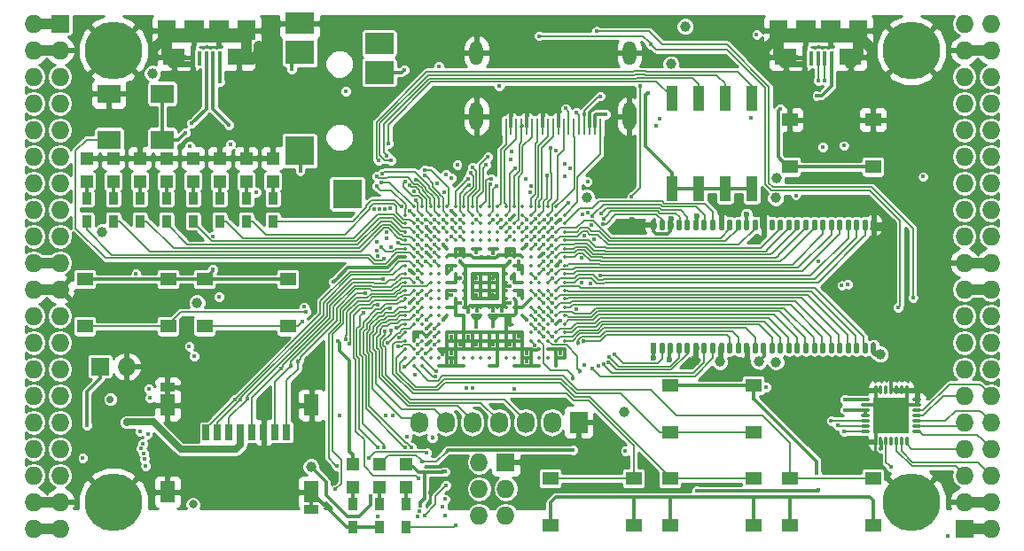
<source format=gtl>
G04 #@! TF.FileFunction,Copper,L1,Top,Signal*
%FSLAX46Y46*%
G04 Gerber Fmt 4.6, Leading zero omitted, Abs format (unit mm)*
G04 Created by KiCad (PCBNEW 4.0.7+dfsg1-1) date Fri Dec  8 19:05:11 2017*
%MOMM*%
%LPD*%
G01*
G04 APERTURE LIST*
%ADD10C,0.100000*%
%ADD11R,1.727200X1.727200*%
%ADD12O,1.727200X1.727200*%
%ADD13C,5.500000*%
%ADD14R,0.900000X1.200000*%
%ADD15R,2.100000X1.600000*%
%ADD16R,1.900000X1.900000*%
%ADD17R,0.400000X1.350000*%
%ADD18R,1.800000X1.900000*%
%ADD19O,0.850000X0.300000*%
%ADD20O,0.300000X0.850000*%
%ADD21R,1.675000X1.675000*%
%ADD22R,1.727200X2.032000*%
%ADD23O,1.727200X2.032000*%
%ADD24R,1.550000X1.300000*%
%ADD25R,1.120000X2.440000*%
%ADD26C,0.350000*%
%ADD27R,1.200000X1.200000*%
%ADD28R,2.800000X2.000000*%
%ADD29R,2.800000X2.200000*%
%ADD30R,2.800000X2.800000*%
%ADD31O,1.300000X2.700000*%
%ADD32O,1.300000X2.300000*%
%ADD33R,0.250000X1.600000*%
%ADD34O,0.560000X1.100000*%
%ADD35R,0.560000X1.100000*%
%ADD36R,0.700000X1.500000*%
%ADD37R,1.450000X0.900000*%
%ADD38R,1.450000X2.000000*%
%ADD39R,2.200000X1.800000*%
%ADD40C,0.600000*%
%ADD41C,1.000000*%
%ADD42C,0.400000*%
%ADD43C,0.454000*%
%ADD44C,0.800000*%
%ADD45C,0.700000*%
%ADD46C,0.300000*%
%ADD47C,0.500000*%
%ADD48C,1.000000*%
%ADD49C,0.600000*%
%ADD50C,0.190000*%
%ADD51C,0.200000*%
%ADD52C,0.700000*%
%ADD53C,0.127000*%
%ADD54C,0.254000*%
G04 APERTURE END LIST*
D10*
D11*
X97910000Y-62690000D03*
D12*
X95370000Y-62690000D03*
X97910000Y-65230000D03*
X95370000Y-65230000D03*
X97910000Y-67770000D03*
X95370000Y-67770000D03*
X97910000Y-70310000D03*
X95370000Y-70310000D03*
X97910000Y-72850000D03*
X95370000Y-72850000D03*
X97910000Y-75390000D03*
X95370000Y-75390000D03*
X97910000Y-77930000D03*
X95370000Y-77930000D03*
X97910000Y-80470000D03*
X95370000Y-80470000D03*
X97910000Y-83010000D03*
X95370000Y-83010000D03*
X97910000Y-85550000D03*
X95370000Y-85550000D03*
X97910000Y-88090000D03*
X95370000Y-88090000D03*
X97910000Y-90630000D03*
X95370000Y-90630000D03*
X97910000Y-93170000D03*
X95370000Y-93170000D03*
X97910000Y-95710000D03*
X95370000Y-95710000D03*
X97910000Y-98250000D03*
X95370000Y-98250000D03*
X97910000Y-100790000D03*
X95370000Y-100790000D03*
X97910000Y-103330000D03*
X95370000Y-103330000D03*
X97910000Y-105870000D03*
X95370000Y-105870000D03*
X97910000Y-108410000D03*
X95370000Y-108410000D03*
X97910000Y-110950000D03*
X95370000Y-110950000D03*
D11*
X184270000Y-110950000D03*
D12*
X186810000Y-110950000D03*
X184270000Y-108410000D03*
X186810000Y-108410000D03*
X184270000Y-105870000D03*
X186810000Y-105870000D03*
X184270000Y-103330000D03*
X186810000Y-103330000D03*
X184270000Y-100790000D03*
X186810000Y-100790000D03*
X184270000Y-98250000D03*
X186810000Y-98250000D03*
X184270000Y-95710000D03*
X186810000Y-95710000D03*
X184270000Y-93170000D03*
X186810000Y-93170000D03*
X184270000Y-90630000D03*
X186810000Y-90630000D03*
X184270000Y-88090000D03*
X186810000Y-88090000D03*
X184270000Y-85550000D03*
X186810000Y-85550000D03*
X184270000Y-83010000D03*
X186810000Y-83010000D03*
X184270000Y-80470000D03*
X186810000Y-80470000D03*
X184270000Y-77930000D03*
X186810000Y-77930000D03*
X184270000Y-75390000D03*
X186810000Y-75390000D03*
X184270000Y-72850000D03*
X186810000Y-72850000D03*
X184270000Y-70310000D03*
X186810000Y-70310000D03*
X184270000Y-67770000D03*
X186810000Y-67770000D03*
X184270000Y-65230000D03*
X186810000Y-65230000D03*
X184270000Y-62690000D03*
X186810000Y-62690000D03*
D13*
X102990000Y-108410000D03*
X179190000Y-108410000D03*
X179190000Y-65230000D03*
X102990000Y-65230000D03*
D11*
X101720000Y-95456000D03*
D12*
X104260000Y-95456000D03*
D14*
X128390000Y-108580000D03*
X128390000Y-110780000D03*
X130930000Y-110780000D03*
X130930000Y-108580000D03*
D15*
X114980000Y-65875000D03*
X108780000Y-65875000D03*
D16*
X113080000Y-63325000D03*
X110680000Y-63325000D03*
D17*
X113180000Y-66000000D03*
X112530000Y-66000000D03*
X111880000Y-66000000D03*
X111230000Y-66000000D03*
X110580000Y-66000000D03*
D18*
X115680000Y-63325000D03*
X108080000Y-63325000D03*
D15*
X173400000Y-65875000D03*
X167200000Y-65875000D03*
D16*
X171500000Y-63325000D03*
X169100000Y-63325000D03*
D17*
X171600000Y-66000000D03*
X170950000Y-66000000D03*
X170300000Y-66000000D03*
X169650000Y-66000000D03*
X169000000Y-66000000D03*
D18*
X174100000Y-63325000D03*
X166500000Y-63325000D03*
D11*
X140455000Y-104600000D03*
D12*
X137915000Y-104600000D03*
X140455000Y-107140000D03*
X137915000Y-107140000D03*
X140455000Y-109680000D03*
X137915000Y-109680000D03*
D14*
X118230000Y-81570000D03*
X118230000Y-79370000D03*
X115690000Y-81570000D03*
X115690000Y-79370000D03*
X113150000Y-81570000D03*
X113150000Y-79370000D03*
X110610000Y-81570000D03*
X110610000Y-79370000D03*
X108070000Y-81570000D03*
X108070000Y-79370000D03*
X105530000Y-81570000D03*
X105530000Y-79370000D03*
X102990000Y-81570000D03*
X102990000Y-79370000D03*
X100450000Y-81570000D03*
X100450000Y-79370000D03*
D19*
X179735000Y-101655000D03*
X179735000Y-101155000D03*
X179735000Y-100655000D03*
X179735000Y-100155000D03*
X179735000Y-99655000D03*
X179735000Y-99155000D03*
X179735000Y-98655000D03*
D20*
X178785000Y-97705000D03*
X178285000Y-97705000D03*
X177785000Y-97705000D03*
X177285000Y-97705000D03*
X176785000Y-97705000D03*
X176285000Y-97705000D03*
X175785000Y-97705000D03*
D19*
X174835000Y-98655000D03*
X174835000Y-99155000D03*
X174835000Y-99655000D03*
X174835000Y-100155000D03*
X174835000Y-100655000D03*
X174835000Y-101155000D03*
X174835000Y-101655000D03*
D20*
X175785000Y-102605000D03*
X176285000Y-102605000D03*
X176785000Y-102605000D03*
X177285000Y-102605000D03*
X177785000Y-102605000D03*
X178285000Y-102605000D03*
X178785000Y-102605000D03*
D21*
X176447500Y-99317500D03*
X176447500Y-100992500D03*
X178122500Y-99317500D03*
X178122500Y-100992500D03*
D22*
X147440000Y-100790000D03*
D23*
X144900000Y-100790000D03*
X142360000Y-100790000D03*
X139820000Y-100790000D03*
X137280000Y-100790000D03*
X134740000Y-100790000D03*
X132200000Y-100790000D03*
D24*
X175550000Y-71870000D03*
X175550000Y-76370000D03*
X167590000Y-76370000D03*
X167590000Y-71870000D03*
X100280000Y-91610000D03*
X100280000Y-87110000D03*
X108240000Y-87110000D03*
X108240000Y-91610000D03*
X111710000Y-91610000D03*
X111710000Y-87110000D03*
X119670000Y-87110000D03*
X119670000Y-91610000D03*
X156160000Y-101770000D03*
X156160000Y-97270000D03*
X164120000Y-97270000D03*
X164120000Y-101770000D03*
X164120000Y-106160000D03*
X164120000Y-110660000D03*
X156160000Y-110660000D03*
X156160000Y-106160000D03*
X152690000Y-106160000D03*
X152690000Y-110660000D03*
X144730000Y-110660000D03*
X144730000Y-106160000D03*
X175550000Y-106160000D03*
X175550000Y-110660000D03*
X167590000Y-110660000D03*
X167590000Y-106160000D03*
D25*
X156330000Y-78425000D03*
X163950000Y-69815000D03*
X158870000Y-78425000D03*
X161410000Y-69815000D03*
X161410000Y-78425000D03*
X158870000Y-69815000D03*
X163950000Y-78425000D03*
X156330000Y-69815000D03*
D26*
X131680000Y-80200000D03*
X132480000Y-80200000D03*
X133280000Y-80200000D03*
X134080000Y-80200000D03*
X134880000Y-80200000D03*
X135680000Y-80200000D03*
X136480000Y-80200000D03*
X137280000Y-80200000D03*
X138080000Y-80200000D03*
X138880000Y-80200000D03*
X139680000Y-80200000D03*
X140480000Y-80200000D03*
X141280000Y-80200000D03*
X142080000Y-80200000D03*
X142880000Y-80200000D03*
X143680000Y-80200000D03*
X144480000Y-80200000D03*
X145280000Y-80200000D03*
X130880000Y-81000000D03*
X131680000Y-81000000D03*
X132480000Y-81000000D03*
X133280000Y-81000000D03*
X134080000Y-81000000D03*
X134880000Y-81000000D03*
X135680000Y-81000000D03*
X136480000Y-81000000D03*
X137280000Y-81000000D03*
X138080000Y-81000000D03*
X138880000Y-81000000D03*
X139680000Y-81000000D03*
X140480000Y-81000000D03*
X141280000Y-81000000D03*
X142080000Y-81000000D03*
X142880000Y-81000000D03*
X143680000Y-81000000D03*
X144480000Y-81000000D03*
X145280000Y-81000000D03*
X146080000Y-81000000D03*
X130880000Y-81800000D03*
X131680000Y-81800000D03*
X132480000Y-81800000D03*
X133280000Y-81800000D03*
X134080000Y-81800000D03*
X134880000Y-81800000D03*
X135680000Y-81800000D03*
X136480000Y-81800000D03*
X137280000Y-81800000D03*
X138080000Y-81800000D03*
X138880000Y-81800000D03*
X139680000Y-81800000D03*
X140480000Y-81800000D03*
X141280000Y-81800000D03*
X142080000Y-81800000D03*
X142880000Y-81800000D03*
X143680000Y-81800000D03*
X144480000Y-81800000D03*
X145280000Y-81800000D03*
X146080000Y-81800000D03*
X130880000Y-82600000D03*
X131680000Y-82600000D03*
X132480000Y-82600000D03*
X133280000Y-82600000D03*
X134080000Y-82600000D03*
X134880000Y-82600000D03*
X135680000Y-82600000D03*
X136480000Y-82600000D03*
X137280000Y-82600000D03*
X138080000Y-82600000D03*
X138880000Y-82600000D03*
X139680000Y-82600000D03*
X140480000Y-82600000D03*
X141280000Y-82600000D03*
X142080000Y-82600000D03*
X142880000Y-82600000D03*
X143680000Y-82600000D03*
X144480000Y-82600000D03*
X145280000Y-82600000D03*
X146080000Y-82600000D03*
X130880000Y-83400000D03*
X131680000Y-83400000D03*
X132480000Y-83400000D03*
X133280000Y-83400000D03*
X134080000Y-83400000D03*
X134880000Y-83400000D03*
X135680000Y-83400000D03*
X136480000Y-83400000D03*
X137280000Y-83400000D03*
X138080000Y-83400000D03*
X138880000Y-83400000D03*
X139680000Y-83400000D03*
X140480000Y-83400000D03*
X141280000Y-83400000D03*
X142080000Y-83400000D03*
X142880000Y-83400000D03*
X143680000Y-83400000D03*
X144480000Y-83400000D03*
X145280000Y-83400000D03*
X146080000Y-83400000D03*
X130880000Y-84200000D03*
X131680000Y-84200000D03*
X132480000Y-84200000D03*
X133280000Y-84200000D03*
X134080000Y-84200000D03*
X134880000Y-84200000D03*
X135680000Y-84200000D03*
X136480000Y-84200000D03*
X137280000Y-84200000D03*
X138080000Y-84200000D03*
X138880000Y-84200000D03*
X139680000Y-84200000D03*
X140480000Y-84200000D03*
X141280000Y-84200000D03*
X142080000Y-84200000D03*
X142880000Y-84200000D03*
X143680000Y-84200000D03*
X144480000Y-84200000D03*
X145280000Y-84200000D03*
X146080000Y-84200000D03*
X130880000Y-85000000D03*
X131680000Y-85000000D03*
X132480000Y-85000000D03*
X133280000Y-85000000D03*
X134080000Y-85000000D03*
X134880000Y-85000000D03*
X135680000Y-85000000D03*
X136480000Y-85000000D03*
X137280000Y-85000000D03*
X138080000Y-85000000D03*
X138880000Y-85000000D03*
X139680000Y-85000000D03*
X140480000Y-85000000D03*
X141280000Y-85000000D03*
X142080000Y-85000000D03*
X142880000Y-85000000D03*
X143680000Y-85000000D03*
X144480000Y-85000000D03*
X145280000Y-85000000D03*
X146080000Y-85000000D03*
X130880000Y-85800000D03*
X131680000Y-85800000D03*
X132480000Y-85800000D03*
X133280000Y-85800000D03*
X134080000Y-85800000D03*
X134880000Y-85800000D03*
X135680000Y-85800000D03*
X136480000Y-85800000D03*
X137280000Y-85800000D03*
X138080000Y-85800000D03*
X138880000Y-85800000D03*
X139680000Y-85800000D03*
X140480000Y-85800000D03*
X141280000Y-85800000D03*
X142080000Y-85800000D03*
X142880000Y-85800000D03*
X143680000Y-85800000D03*
X144480000Y-85800000D03*
X145280000Y-85800000D03*
X146080000Y-85800000D03*
X130880000Y-86600000D03*
X131680000Y-86600000D03*
X132480000Y-86600000D03*
X133280000Y-86600000D03*
X134080000Y-86600000D03*
X134880000Y-86600000D03*
X135680000Y-86600000D03*
X136480000Y-86600000D03*
X137280000Y-86600000D03*
X138080000Y-86600000D03*
X138880000Y-86600000D03*
X139680000Y-86600000D03*
X140480000Y-86600000D03*
X141280000Y-86600000D03*
X142080000Y-86600000D03*
X142880000Y-86600000D03*
X143680000Y-86600000D03*
X144480000Y-86600000D03*
X145280000Y-86600000D03*
X146080000Y-86600000D03*
X130880000Y-87400000D03*
X131680000Y-87400000D03*
X132480000Y-87400000D03*
X133280000Y-87400000D03*
X134080000Y-87400000D03*
X134880000Y-87400000D03*
X135680000Y-87400000D03*
X136480000Y-87400000D03*
X137280000Y-87400000D03*
X138080000Y-87400000D03*
X138880000Y-87400000D03*
X139680000Y-87400000D03*
X140480000Y-87400000D03*
X141280000Y-87400000D03*
X142080000Y-87400000D03*
X142880000Y-87400000D03*
X143680000Y-87400000D03*
X144480000Y-87400000D03*
X145280000Y-87400000D03*
X146080000Y-87400000D03*
X130880000Y-88200000D03*
X131680000Y-88200000D03*
X132480000Y-88200000D03*
X133280000Y-88200000D03*
X134080000Y-88200000D03*
X134880000Y-88200000D03*
X135680000Y-88200000D03*
X136480000Y-88200000D03*
X137280000Y-88200000D03*
X138080000Y-88200000D03*
X138880000Y-88200000D03*
X139680000Y-88200000D03*
X140480000Y-88200000D03*
X141280000Y-88200000D03*
X142080000Y-88200000D03*
X142880000Y-88200000D03*
X143680000Y-88200000D03*
X144480000Y-88200000D03*
X145280000Y-88200000D03*
X146080000Y-88200000D03*
X130880000Y-89000000D03*
X131680000Y-89000000D03*
X132480000Y-89000000D03*
X133280000Y-89000000D03*
X134080000Y-89000000D03*
X134880000Y-89000000D03*
X135680000Y-89000000D03*
X136480000Y-89000000D03*
X137280000Y-89000000D03*
X138080000Y-89000000D03*
X138880000Y-89000000D03*
X139680000Y-89000000D03*
X140480000Y-89000000D03*
X141280000Y-89000000D03*
X142080000Y-89000000D03*
X142880000Y-89000000D03*
X143680000Y-89000000D03*
X144480000Y-89000000D03*
X145280000Y-89000000D03*
X146080000Y-89000000D03*
X130880000Y-89800000D03*
X131680000Y-89800000D03*
X132480000Y-89800000D03*
X133280000Y-89800000D03*
X134080000Y-89800000D03*
X134880000Y-89800000D03*
X135680000Y-89800000D03*
X136480000Y-89800000D03*
X137280000Y-89800000D03*
X138080000Y-89800000D03*
X138880000Y-89800000D03*
X139680000Y-89800000D03*
X140480000Y-89800000D03*
X141280000Y-89800000D03*
X142080000Y-89800000D03*
X142880000Y-89800000D03*
X143680000Y-89800000D03*
X144480000Y-89800000D03*
X145280000Y-89800000D03*
X146080000Y-89800000D03*
X130880000Y-90600000D03*
X131680000Y-90600000D03*
X132480000Y-90600000D03*
X133280000Y-90600000D03*
X134080000Y-90600000D03*
X134880000Y-90600000D03*
X135680000Y-90600000D03*
X136480000Y-90600000D03*
X137280000Y-90600000D03*
X138080000Y-90600000D03*
X138880000Y-90600000D03*
X139680000Y-90600000D03*
X140480000Y-90600000D03*
X141280000Y-90600000D03*
X142080000Y-90600000D03*
X142880000Y-90600000D03*
X143680000Y-90600000D03*
X144480000Y-90600000D03*
X145280000Y-90600000D03*
X146080000Y-90600000D03*
X130880000Y-91400000D03*
X131680000Y-91400000D03*
X132480000Y-91400000D03*
X133280000Y-91400000D03*
X134080000Y-91400000D03*
X142880000Y-91400000D03*
X143680000Y-91400000D03*
X144480000Y-91400000D03*
X145280000Y-91400000D03*
X146080000Y-91400000D03*
X130880000Y-92200000D03*
X131680000Y-92200000D03*
X132480000Y-92200000D03*
X133280000Y-92200000D03*
X134080000Y-92200000D03*
X134880000Y-92200000D03*
X135680000Y-92200000D03*
X136480000Y-92200000D03*
X137280000Y-92200000D03*
X138080000Y-92200000D03*
X138880000Y-92200000D03*
X139680000Y-92200000D03*
X140480000Y-92200000D03*
X141280000Y-92200000D03*
X142080000Y-92200000D03*
X142880000Y-92200000D03*
X143680000Y-92200000D03*
X144480000Y-92200000D03*
X145280000Y-92200000D03*
X146080000Y-92200000D03*
X130880000Y-93000000D03*
X131680000Y-93000000D03*
X132480000Y-93000000D03*
X133280000Y-93000000D03*
X134080000Y-93000000D03*
X134880000Y-93000000D03*
X135680000Y-93000000D03*
X136480000Y-93000000D03*
X137280000Y-93000000D03*
X138080000Y-93000000D03*
X138880000Y-93000000D03*
X139680000Y-93000000D03*
X140480000Y-93000000D03*
X141280000Y-93000000D03*
X142080000Y-93000000D03*
X142880000Y-93000000D03*
X143680000Y-93000000D03*
X144480000Y-93000000D03*
X145280000Y-93000000D03*
X146080000Y-93000000D03*
X130880000Y-93800000D03*
X131680000Y-93800000D03*
X132480000Y-93800000D03*
X133280000Y-93800000D03*
X134080000Y-93800000D03*
X134880000Y-93800000D03*
X135680000Y-93800000D03*
X136480000Y-93800000D03*
X137280000Y-93800000D03*
X138080000Y-93800000D03*
X138880000Y-93800000D03*
X139680000Y-93800000D03*
X140480000Y-93800000D03*
X141280000Y-93800000D03*
X142080000Y-93800000D03*
X142880000Y-93800000D03*
X143680000Y-93800000D03*
X144480000Y-93800000D03*
X145280000Y-93800000D03*
X146080000Y-93800000D03*
X130880000Y-94600000D03*
X131680000Y-94600000D03*
X132480000Y-94600000D03*
X133280000Y-94600000D03*
X134080000Y-94600000D03*
X134880000Y-94600000D03*
X135680000Y-94600000D03*
X136480000Y-94600000D03*
X137280000Y-94600000D03*
X138080000Y-94600000D03*
X138880000Y-94600000D03*
X139680000Y-94600000D03*
X140480000Y-94600000D03*
X141280000Y-94600000D03*
X142080000Y-94600000D03*
X142880000Y-94600000D03*
X143680000Y-94600000D03*
X144480000Y-94600000D03*
X145280000Y-94600000D03*
X146080000Y-94600000D03*
X131680000Y-95400000D03*
X132480000Y-95400000D03*
X134080000Y-95400000D03*
X134880000Y-95400000D03*
X135680000Y-95400000D03*
X136480000Y-95400000D03*
X138880000Y-95400000D03*
X139680000Y-95400000D03*
X141280000Y-95400000D03*
X142080000Y-95400000D03*
X142880000Y-95400000D03*
X143680000Y-95400000D03*
X145280000Y-95400000D03*
D27*
X125850000Y-104770000D03*
X125850000Y-106970000D03*
D14*
X125850000Y-108580000D03*
X125850000Y-110780000D03*
D27*
X128390000Y-104770000D03*
X128390000Y-106970000D03*
X118230000Y-77760000D03*
X118230000Y-75560000D03*
X115690000Y-77760000D03*
X115690000Y-75560000D03*
X113150000Y-77760000D03*
X113150000Y-75560000D03*
X110610000Y-77760000D03*
X110610000Y-75560000D03*
X108070000Y-77760000D03*
X108070000Y-75560000D03*
X105530000Y-77760000D03*
X105530000Y-75560000D03*
X102990000Y-77760000D03*
X102990000Y-75560000D03*
X100450000Y-77760000D03*
X100450000Y-75560000D03*
X130930000Y-104770000D03*
X130930000Y-106970000D03*
D28*
X120780000Y-62648000D03*
D29*
X120780000Y-65448000D03*
D30*
X120780000Y-74848000D03*
X125330000Y-78948000D03*
D29*
X128380000Y-67348000D03*
D28*
X128380000Y-64548000D03*
D31*
X152280000Y-71550000D03*
X137680000Y-71550000D03*
D32*
X137680000Y-65500000D03*
D33*
X140480000Y-72500000D03*
X140980000Y-72500000D03*
X141480000Y-72500000D03*
X141980000Y-72500000D03*
X142480000Y-72500000D03*
X142980000Y-72500000D03*
X143480000Y-72500000D03*
X143980000Y-72500000D03*
X144480000Y-72500000D03*
X144980000Y-72500000D03*
X145480000Y-72500000D03*
X145980000Y-72500000D03*
X146480000Y-72500000D03*
X146980000Y-72500000D03*
X147480000Y-72500000D03*
X147980000Y-72500000D03*
X148480000Y-72500000D03*
X148980000Y-72500000D03*
X149480000Y-72500000D03*
D32*
X152280000Y-65500000D03*
D34*
X175597000Y-81920000D03*
D35*
X154589000Y-93680000D03*
D34*
X155397000Y-93680000D03*
X156205000Y-93680000D03*
X157013000Y-93680000D03*
X157821000Y-93680000D03*
X158629000Y-93680000D03*
X159437000Y-93680000D03*
X160245000Y-93680000D03*
X161053000Y-93680000D03*
X161861000Y-93680000D03*
X162669000Y-93680000D03*
X163477000Y-93680000D03*
X164285000Y-93680000D03*
X165093000Y-93680000D03*
X165901000Y-93680000D03*
X166709000Y-93680000D03*
X167517000Y-93680000D03*
X168325000Y-93680000D03*
X169133000Y-93680000D03*
X169941000Y-93680000D03*
X170749000Y-93680000D03*
X171557000Y-93680000D03*
X172365000Y-93680000D03*
X173173000Y-93680000D03*
X173981000Y-93680000D03*
X174789000Y-93680000D03*
X175597000Y-93680000D03*
X174789000Y-81920000D03*
X173981000Y-81920000D03*
X173173000Y-81920000D03*
X172365000Y-81920000D03*
X171557000Y-81920000D03*
X170749000Y-81920000D03*
X169941000Y-81920000D03*
X169133000Y-81920000D03*
X168325000Y-81920000D03*
X167517000Y-81920000D03*
X166709000Y-81920000D03*
X165901000Y-81920000D03*
X165093000Y-81920000D03*
X164285000Y-81920000D03*
X163477000Y-81920000D03*
X162669000Y-81920000D03*
X161861000Y-81920000D03*
X161053000Y-81920000D03*
X160245000Y-81920000D03*
X159437000Y-81920000D03*
X158629000Y-81920000D03*
X157821000Y-81920000D03*
X157013000Y-81920000D03*
X156205000Y-81920000D03*
X155397000Y-81920000D03*
X154589000Y-81920000D03*
D36*
X111850000Y-101750000D03*
X112950000Y-101750000D03*
X114050000Y-101750000D03*
X115150000Y-101750000D03*
X116250000Y-101750000D03*
X117350000Y-101750000D03*
X118450000Y-101750000D03*
X119550000Y-101750000D03*
D37*
X108175000Y-97450000D03*
X121925000Y-109150000D03*
D38*
X121925000Y-99150000D03*
X108175000Y-99150000D03*
X108175000Y-107450000D03*
X121925000Y-107450000D03*
D39*
X107664000Y-69380000D03*
X102584000Y-69380000D03*
X102584000Y-73780000D03*
X107664000Y-73780000D03*
D40*
X152525938Y-81463870D03*
D41*
X162956098Y-95078488D03*
X158539988Y-94868772D03*
D40*
X161075765Y-80992022D03*
X164882869Y-80938986D03*
X156262773Y-81349374D03*
D41*
X177229911Y-82281349D03*
D40*
X123437000Y-108972000D03*
D42*
X132871770Y-84533979D03*
X132862998Y-82124544D03*
X131278306Y-86213101D03*
X135281276Y-80583119D03*
X131279502Y-89407325D03*
X170309539Y-85441529D03*
X145698456Y-91073766D03*
X145672808Y-85396062D03*
X144103186Y-84622010D03*
X133216000Y-107465000D03*
X137680000Y-88600000D03*
X142480000Y-95000000D03*
X141680000Y-92600000D03*
X140836000Y-84534000D03*
X135284627Y-94985297D03*
X135288625Y-94225619D03*
X134455822Y-94267172D03*
X136095958Y-93369652D03*
D43*
X139264636Y-91615205D03*
D41*
X116880503Y-64802940D03*
X106974809Y-64953974D03*
X175210328Y-64948943D03*
X165417246Y-64954666D03*
D42*
X175495631Y-71457432D03*
X145680000Y-94177990D03*
X177285000Y-95710000D03*
X140880000Y-81400000D03*
X136085174Y-89394826D03*
X145680000Y-81400000D03*
X140874194Y-91433353D03*
X142480000Y-94200000D03*
X140880000Y-93400000D03*
X139280000Y-93400000D03*
X137680000Y-93400000D03*
X136880000Y-92600000D03*
X135280000Y-92600000D03*
X132880000Y-91800000D03*
X132880000Y-93400000D03*
D43*
X141042859Y-86994997D03*
X139280000Y-87000000D03*
X136110990Y-86995403D03*
X137680000Y-87000000D03*
X136080000Y-84600000D03*
X139280000Y-88600000D03*
D41*
X106720415Y-67436305D03*
X166284693Y-95025145D03*
X166248957Y-79348409D03*
X166343357Y-77477990D03*
D42*
X172564535Y-87722010D03*
D41*
X121861867Y-105030174D03*
D42*
X150030853Y-71331848D03*
D41*
X156235582Y-66548363D03*
X101932065Y-82585048D03*
D42*
X127586603Y-107875044D03*
D41*
X157600000Y-62944000D03*
D42*
X109848000Y-73104000D03*
D41*
X160905403Y-95006436D03*
D40*
X158731133Y-81048929D03*
X154593901Y-94607945D03*
X156088245Y-94762980D03*
D41*
X164625730Y-94982471D03*
D40*
X163462982Y-80942429D03*
D41*
X176254940Y-94288458D03*
D44*
X110593913Y-108636458D03*
D42*
X180340784Y-77316932D03*
X148271935Y-77777990D03*
X173137949Y-87594275D03*
D41*
X148202454Y-79278787D03*
D45*
X102710050Y-98594954D03*
D42*
X154794000Y-72426000D03*
X129005202Y-100174798D03*
X137659051Y-91638034D03*
X139820000Y-68665673D03*
X172834633Y-99599920D03*
X172879922Y-98618650D03*
X176305593Y-103279812D03*
X164433885Y-63737451D03*
X134079160Y-66786153D03*
X116654336Y-78777990D03*
X112515000Y-83010000D03*
X100080000Y-104200000D03*
X113080000Y-88800000D03*
X135273306Y-88618602D03*
X139272517Y-84611349D03*
X137680556Y-84534085D03*
X141680000Y-86200000D03*
X135280000Y-86200000D03*
X132880000Y-92600000D03*
X132080000Y-92600000D03*
X141680000Y-88600000D03*
X141680000Y-85400000D03*
X165349214Y-97422919D03*
X121401947Y-90251871D03*
X129988160Y-91721995D03*
X130302262Y-92700329D03*
X121041200Y-91125073D03*
D41*
X110991000Y-89360000D03*
D42*
X142480000Y-91000000D03*
X142480000Y-83800000D03*
X134480000Y-83800000D03*
X134480000Y-91000000D03*
X105160274Y-86610828D03*
X125193541Y-69156848D03*
X155149360Y-71764535D03*
X170182962Y-69571012D03*
X170362901Y-107286196D03*
X158716651Y-107325176D03*
X128216338Y-109760338D03*
X132708000Y-109680000D03*
X137295592Y-97538017D03*
X134750646Y-106810513D03*
X133680000Y-91800000D03*
X136740903Y-97514503D03*
X134675868Y-108131585D03*
D43*
X133449289Y-102232615D03*
D42*
X133680000Y-92600000D03*
X132936956Y-103711000D03*
X127385678Y-104203668D03*
X133685482Y-93402296D03*
X134463998Y-108841973D03*
X131039072Y-102187000D03*
X131808905Y-96227367D03*
X134636872Y-109719950D03*
X132846234Y-94197073D03*
X120834553Y-76779094D03*
X130761990Y-67119621D03*
X147186000Y-71200000D03*
X147983153Y-71347080D03*
X149475951Y-69619684D03*
X153297112Y-68608292D03*
X177926984Y-89812061D03*
X154329326Y-64643767D03*
X152497066Y-79193467D03*
X146481406Y-79819384D03*
X143650666Y-63862520D03*
X179351513Y-88868327D03*
X149134122Y-63424051D03*
X140035989Y-81400000D03*
X115759823Y-98502036D03*
X132083026Y-86260405D03*
X128776655Y-87135140D03*
X119008515Y-95662939D03*
D43*
X119978162Y-95412951D03*
X120634035Y-94977604D03*
D42*
X113212238Y-68244401D03*
X146180000Y-70800000D03*
X131453853Y-103208291D03*
X149771692Y-81825658D03*
X144080000Y-86200000D03*
X149520824Y-86769192D03*
X144894316Y-86977564D03*
X144873936Y-83860397D03*
X149549750Y-80868432D03*
D43*
X147355672Y-93219294D03*
D42*
X144113248Y-92588762D03*
X144875155Y-86218896D03*
X149846468Y-81303978D03*
X144916886Y-83016385D03*
X148719886Y-81056015D03*
D43*
X147915304Y-93063131D03*
D42*
X144882352Y-92577990D03*
X148747982Y-95669626D03*
X144891634Y-91073766D03*
X149795895Y-95251084D03*
X144867244Y-90229755D03*
X150278898Y-95040253D03*
X144892596Y-89385743D03*
X150345974Y-94517527D03*
X144877648Y-88622010D03*
X150889207Y-94332565D03*
X143280000Y-87000000D03*
X130807074Y-95454141D03*
X130171404Y-93544341D03*
X132080000Y-93400000D03*
X129196652Y-93209125D03*
X133852393Y-95875797D03*
X141280000Y-97600000D03*
X133762848Y-96395146D03*
X132080000Y-94200000D03*
X128610772Y-84072485D03*
X105895603Y-103765816D03*
X130839486Y-103208291D03*
X132075624Y-89410644D03*
X129449238Y-89926948D03*
X128806823Y-103185900D03*
X128251440Y-89564206D03*
X132162861Y-106185868D03*
X132880000Y-88600000D03*
X124329568Y-104994951D03*
X127040053Y-88481065D03*
X132080000Y-87000000D03*
X125499542Y-93250681D03*
X124202418Y-107207639D03*
X132024412Y-109766775D03*
X110313517Y-74380698D03*
X132219727Y-109277292D03*
X114166000Y-74247000D03*
X135315381Y-81391918D03*
X135280062Y-77463305D03*
X134471370Y-81406751D03*
X134758050Y-77130140D03*
X132761172Y-77202673D03*
X132737245Y-76676207D03*
X128644933Y-77050030D03*
X128152012Y-77257840D03*
X128125571Y-78233647D03*
X110718734Y-94451783D03*
X128590544Y-77894041D03*
X110249038Y-93533767D03*
X106368514Y-97598098D03*
X131253134Y-78134216D03*
X106477197Y-98487772D03*
X132783339Y-81400004D03*
X131709326Y-78745875D03*
X132079024Y-82984045D03*
X129109095Y-82655074D03*
X105572759Y-101661319D03*
X106276126Y-101893466D03*
X132880889Y-83897835D03*
X129054383Y-83179239D03*
X129487667Y-84079929D03*
X132083682Y-83828056D03*
X105813763Y-102819336D03*
X132062099Y-84533979D03*
X128165458Y-83528763D03*
X105627254Y-103312241D03*
X128183315Y-84380742D03*
X105992720Y-104283802D03*
X133671942Y-84595200D03*
X132834641Y-85377990D03*
X128203260Y-84907376D03*
X106088753Y-104974041D03*
D43*
X146862501Y-96617499D03*
X147534467Y-95913260D03*
D42*
X147927932Y-95329243D03*
X143280000Y-91000000D03*
X149284391Y-95377990D03*
X144077013Y-90266968D03*
X147207648Y-89973043D03*
X144076240Y-89395301D03*
X143281824Y-90201951D03*
X144102010Y-85397219D03*
X147687522Y-85093328D03*
X144868096Y-85371354D03*
X148610669Y-81900026D03*
X144102010Y-83000000D03*
X144888125Y-82172374D03*
X147695541Y-87403214D03*
X144082832Y-88584510D03*
X148578814Y-87496879D03*
X143278026Y-88595030D03*
X144125486Y-82186468D03*
X148298275Y-80739810D03*
X144876540Y-81328363D03*
X147802234Y-80917812D03*
X139280000Y-81400000D03*
X139578623Y-78205862D03*
X139034115Y-78040948D03*
X139046749Y-77514088D03*
X138580000Y-76200000D03*
X138779198Y-75400762D03*
X137680000Y-81400000D03*
X137308732Y-76415018D03*
X137106948Y-76979922D03*
X136859538Y-77550820D03*
X136922059Y-78097889D03*
X136096392Y-81395070D03*
X135830698Y-76200613D03*
X148878722Y-83261032D03*
X144915665Y-84598743D03*
X148001372Y-82958777D03*
X144103186Y-83777990D03*
X142841210Y-78784254D03*
X142473549Y-82998913D03*
X142864275Y-78217369D03*
X142437464Y-82181475D03*
X146089079Y-77300571D03*
X144144931Y-81387081D03*
X144394875Y-77219934D03*
X146577729Y-76500816D03*
X143281475Y-82206074D03*
X146130802Y-76060132D03*
X143300920Y-81377293D03*
X145255695Y-74817220D03*
X141662690Y-82207782D03*
X142456909Y-81405800D03*
X140030954Y-82200000D03*
X141342967Y-76554996D03*
X141046643Y-74873804D03*
X140864029Y-83041403D03*
X140874966Y-82177164D03*
X140980062Y-75681941D03*
X115149319Y-98625494D03*
X132872609Y-82968555D03*
X132080007Y-82103333D03*
X132080000Y-81400000D03*
X131847310Y-79589886D03*
X130856828Y-77786820D03*
X131923295Y-77584853D03*
X133648389Y-82190597D03*
X133627359Y-81414685D03*
X129477855Y-92000822D03*
X132880000Y-91000000D03*
X128879646Y-92111037D03*
X132077648Y-90977990D03*
X131275302Y-80595752D03*
X130489904Y-80167235D03*
X128823114Y-85153560D03*
X132072985Y-85377990D03*
X134476508Y-82180155D03*
X133942383Y-77980766D03*
X163908850Y-71651861D03*
X135656559Y-110610712D03*
X132468001Y-104503413D03*
X146844288Y-103452739D03*
X132285867Y-108754446D03*
X134707351Y-105508447D03*
D45*
X104260000Y-100790000D03*
D42*
X114604320Y-98573680D03*
X112515000Y-86185000D03*
X164144561Y-98511733D03*
X170157734Y-105666345D03*
X169506589Y-107953726D03*
X170735900Y-74464979D03*
X143257990Y-83000000D03*
X168166438Y-79108038D03*
X151896383Y-103510715D03*
X114039000Y-72342000D03*
X110483000Y-72215000D03*
X143269694Y-93414905D03*
X177274002Y-105079115D03*
X172761273Y-101651681D03*
X143280000Y-91800000D03*
X172193360Y-101105663D03*
X144064831Y-91877646D03*
X171540304Y-100645743D03*
X144080000Y-91000000D03*
X135320520Y-82196441D03*
X129493343Y-75737814D03*
X136080000Y-82200000D03*
X129125079Y-75315804D03*
X136080000Y-83000000D03*
X129252218Y-74142461D03*
X142377451Y-77497451D03*
X172746637Y-74347988D03*
X143280000Y-83800000D03*
X170300000Y-68151000D03*
X170950000Y-68125562D03*
X125167387Y-92841517D03*
X121206217Y-89762554D03*
X132082956Y-90210779D03*
X182675150Y-111637626D03*
X124027706Y-87347706D03*
X124027707Y-87347707D03*
X166678914Y-70803555D03*
X129660000Y-100155000D03*
X124580000Y-100155000D03*
X132084049Y-88558274D03*
X126880008Y-90276109D03*
X128280000Y-103200000D03*
X100450000Y-101044000D03*
X120008000Y-67008000D03*
X127889625Y-80407426D03*
X133680000Y-85400000D03*
X130204628Y-83599483D03*
X128416582Y-80399850D03*
X133680000Y-83800000D03*
X128943593Y-80399729D03*
X133680000Y-83000000D03*
X129457990Y-80285112D03*
X144780000Y-74590382D03*
X124453000Y-93043000D03*
X137689001Y-90122990D03*
D41*
X151758000Y-99774000D03*
D42*
X136885174Y-90194826D03*
X140094890Y-90122990D03*
X139280000Y-90122990D03*
X140880000Y-89400000D03*
X140880000Y-87800000D03*
X140880000Y-85400000D03*
D43*
X136080000Y-85400000D03*
D42*
X128333179Y-75769807D03*
X134613000Y-78819000D03*
X135280000Y-83022010D03*
X154052298Y-69302298D03*
D46*
X121925000Y-107450000D02*
X121925000Y-109150000D01*
X154589000Y-81920000D02*
X154589000Y-82564717D01*
X154589000Y-82564717D02*
X154829344Y-82805061D01*
X154829344Y-82805061D02*
X155940980Y-82805061D01*
X155940980Y-82805061D02*
X156205000Y-82541041D01*
X156205000Y-82541041D02*
X156205000Y-81920000D01*
X152825937Y-81763869D02*
X152525938Y-81463870D01*
X152982068Y-81920000D02*
X152825937Y-81763869D01*
X154589000Y-81920000D02*
X152982068Y-81920000D01*
X163456097Y-94578489D02*
X162956098Y-95078488D01*
X163480000Y-94554586D02*
X163456097Y-94578489D01*
X163480000Y-93330000D02*
X163480000Y-94554586D01*
X158539988Y-93470012D02*
X158539988Y-94161666D01*
X158680000Y-93330000D02*
X158539988Y-93470012D01*
X158539988Y-94161666D02*
X158539988Y-94868772D01*
X161075765Y-81416286D02*
X161075765Y-80992022D01*
X161075765Y-82265765D02*
X161075765Y-81416286D01*
X161080000Y-82270000D02*
X161075765Y-82265765D01*
X164882869Y-82072869D02*
X164882869Y-81363250D01*
X165080000Y-82270000D02*
X164882869Y-82072869D01*
X164882869Y-81363250D02*
X164882869Y-80938986D01*
X156280000Y-82270000D02*
X156280000Y-81366601D01*
X156280000Y-81366601D02*
X156262773Y-81349374D01*
X154680000Y-81486121D02*
X154657528Y-81463649D01*
X177241260Y-82270000D02*
X177229911Y-82281349D01*
D47*
X175480000Y-82270000D02*
X177241260Y-82270000D01*
D46*
X148480000Y-71200000D02*
X149230000Y-70450000D01*
X148480000Y-72500000D02*
X148480000Y-71200000D01*
X145480000Y-72500000D02*
X145480000Y-71200000D01*
X143980000Y-72500000D02*
X143980000Y-71200000D01*
X142480000Y-72500000D02*
X142480000Y-71450000D01*
X142480000Y-71200000D02*
X142480000Y-71450000D01*
X140980000Y-72500000D02*
X140980000Y-71200000D01*
X134455822Y-94267172D02*
X134455822Y-94224178D01*
X134455822Y-94224178D02*
X134880000Y-93800000D01*
X123437000Y-108972000D02*
X125245000Y-110780000D01*
X125245000Y-110780000D02*
X125850000Y-110780000D01*
X125850000Y-110780000D02*
X125889531Y-110819531D01*
X125889531Y-110819531D02*
X126234488Y-110819531D01*
X126234488Y-110819531D02*
X126274019Y-110780000D01*
X126274019Y-110780000D02*
X127640000Y-110780000D01*
X127640000Y-110780000D02*
X128390000Y-110780000D01*
X121930000Y-107465000D02*
X123437000Y-108972000D01*
D48*
X184270000Y-65230000D02*
X186810000Y-65230000D01*
X184270000Y-85550000D02*
X186810000Y-85550000D01*
X184270000Y-108410000D02*
X186810000Y-108410000D01*
X95370000Y-108410000D02*
X97910000Y-108410000D01*
D47*
X97910000Y-88090000D02*
X98956608Y-87043392D01*
D46*
X98956608Y-87043392D02*
X98974574Y-87043392D01*
D47*
X97910000Y-88090000D02*
X99013590Y-89193590D01*
D46*
X99013590Y-89193590D02*
X99060056Y-89193590D01*
D48*
X95370000Y-88090000D02*
X97910000Y-88090000D01*
X95370000Y-65230000D02*
X97910000Y-65230000D01*
D46*
X139264636Y-90984636D02*
X139295364Y-90984636D01*
X139295364Y-90984636D02*
X139680000Y-90600000D01*
X132871770Y-84591770D02*
X132871770Y-84533979D01*
X133280000Y-85000000D02*
X132871770Y-84591770D01*
X133280000Y-82600000D02*
X132862998Y-82182998D01*
X132862998Y-82182998D02*
X132862998Y-82124544D01*
X131293101Y-86213101D02*
X131278306Y-86213101D01*
X131680000Y-86600000D02*
X131293101Y-86213101D01*
X140480000Y-90600000D02*
X140480000Y-92200000D01*
X135281276Y-80601276D02*
X135281276Y-80583119D01*
X135680000Y-81000000D02*
X135281276Y-80601276D01*
X131279502Y-89400498D02*
X131279502Y-89407325D01*
X131680000Y-89000000D02*
X131279502Y-89400498D01*
X145280000Y-91400000D02*
X145606234Y-91073766D01*
X145606234Y-91073766D02*
X145698456Y-91073766D01*
X145672808Y-85407192D02*
X145672808Y-85396062D01*
X145280000Y-85800000D02*
X145672808Y-85407192D01*
X143680000Y-85000000D02*
X144057990Y-84622010D01*
X144057990Y-84622010D02*
X144103186Y-84622010D01*
X137280000Y-89000000D02*
X137680000Y-88600000D01*
X142480000Y-94600000D02*
X142880000Y-94600000D01*
X142080000Y-94600000D02*
X142480000Y-94600000D01*
X142480000Y-94600000D02*
X142480000Y-95000000D01*
X141680000Y-92200000D02*
X142080000Y-92200000D01*
X141280000Y-92200000D02*
X141680000Y-92200000D01*
X141680000Y-92200000D02*
X141680000Y-92600000D01*
X141280000Y-84200000D02*
X141170000Y-84200000D01*
X141170000Y-84200000D02*
X140836000Y-84534000D01*
X135284627Y-95395373D02*
X135284627Y-95268139D01*
X135280000Y-95400000D02*
X135284627Y-95395373D01*
X135284627Y-95268139D02*
X135284627Y-94985297D01*
X135288625Y-93942777D02*
X135288625Y-94225619D01*
X135288625Y-93808625D02*
X135288625Y-93942777D01*
X135280000Y-93800000D02*
X135288625Y-93808625D01*
X134455822Y-94175822D02*
X134455822Y-94267172D01*
X134080000Y-93800000D02*
X134455822Y-94175822D01*
X145280000Y-94600000D02*
X145280000Y-95400000D01*
X143498655Y-93891906D02*
X143590561Y-93800000D01*
X143040733Y-93891906D02*
X143498655Y-93891906D01*
X142880000Y-93800000D02*
X142948827Y-93800000D01*
X142948827Y-93800000D02*
X143040733Y-93891906D01*
X143590561Y-93800000D02*
X143680000Y-93800000D01*
X145280000Y-93800000D02*
X144480000Y-93800000D01*
X146080000Y-94600000D02*
X146080000Y-93800000D01*
X145280000Y-94600000D02*
X146080000Y-94600000D01*
X142080000Y-95400000D02*
X142080000Y-94600000D01*
X142880000Y-95400000D02*
X142880000Y-94600000D01*
X142880000Y-95400000D02*
X143680000Y-95400000D01*
X142080000Y-95400000D02*
X142880000Y-95400000D01*
X141280000Y-95400000D02*
X142080000Y-95400000D01*
X142080000Y-93000000D02*
X142080000Y-93800000D01*
X138880000Y-92200000D02*
X138880000Y-93000000D01*
X139680000Y-92200000D02*
X139680000Y-93000000D01*
X140480000Y-93000000D02*
X140480000Y-92200000D01*
X141280000Y-93000000D02*
X141280000Y-92200000D01*
X142080000Y-93000000D02*
X141280000Y-93000000D01*
X142080000Y-92200000D02*
X142080000Y-93000000D01*
X140480000Y-92200000D02*
X141280000Y-92200000D01*
X139680000Y-92200000D02*
X140480000Y-92200000D01*
X138880000Y-92200000D02*
X139680000Y-92200000D01*
X138080000Y-92200000D02*
X138880000Y-92200000D01*
X136095958Y-93086810D02*
X136095958Y-93369652D01*
X136080000Y-93000000D02*
X136095958Y-93015958D01*
X136095958Y-93015958D02*
X136095958Y-93086810D01*
X139264636Y-91294179D02*
X139264636Y-91615205D01*
X139264636Y-90984636D02*
X139264636Y-91294179D01*
X138880000Y-90600000D02*
X139264636Y-90984636D01*
D48*
X116880503Y-65510046D02*
X116880503Y-64802940D01*
X116265561Y-66124988D02*
X116880503Y-65510046D01*
X115680000Y-65910000D02*
X115894988Y-66124988D01*
X115680000Y-63960000D02*
X115680000Y-65910000D01*
X115894988Y-66124988D02*
X116265561Y-66124988D01*
X107474808Y-64453975D02*
X106974809Y-64953974D01*
X107968783Y-63960000D02*
X107474808Y-64453975D01*
X108080000Y-63960000D02*
X107968783Y-63960000D01*
X174710329Y-64448944D02*
X175210328Y-64948943D01*
X174100000Y-63960000D02*
X174221385Y-63960000D01*
X174221385Y-63960000D02*
X174710329Y-64448944D01*
X165917245Y-64454667D02*
X165417246Y-64954666D01*
X166411912Y-63960000D02*
X165917245Y-64454667D01*
X166500000Y-63960000D02*
X166411912Y-63960000D01*
D46*
X175495631Y-71740274D02*
X175495631Y-71457432D01*
X175495631Y-72230631D02*
X175495631Y-71740274D01*
X175535000Y-72270000D02*
X175495631Y-72230631D01*
D49*
X108780000Y-66510000D02*
X110455000Y-66510000D01*
D46*
X110455000Y-66510000D02*
X110580000Y-66635000D01*
D48*
X108080000Y-63960000D02*
X108080000Y-65810000D01*
X108080000Y-65810000D02*
X108780000Y-66510000D01*
X115680000Y-63960000D02*
X115680000Y-65810000D01*
D46*
X115680000Y-65810000D02*
X114980000Y-66510000D01*
D48*
X113080000Y-63960000D02*
X115680000Y-63960000D01*
X110680000Y-63960000D02*
X113080000Y-63960000D01*
X108080000Y-63960000D02*
X110680000Y-63960000D01*
D49*
X167200000Y-66510000D02*
X168875000Y-66510000D01*
D46*
X168875000Y-66510000D02*
X169000000Y-66635000D01*
D48*
X174100000Y-63960000D02*
X174100000Y-65810000D01*
X174100000Y-65810000D02*
X173400000Y-66510000D01*
X166500000Y-63960000D02*
X166500000Y-65810000D01*
X166500000Y-65810000D02*
X167200000Y-66510000D01*
X171500000Y-63960000D02*
X174100000Y-63960000D01*
X169100000Y-63960000D02*
X171500000Y-63960000D01*
X166500000Y-63960000D02*
X169100000Y-63960000D01*
D46*
X145680000Y-93800000D02*
X145680000Y-94177990D01*
X178785000Y-97705000D02*
X178785000Y-98655000D01*
X178785000Y-98655000D02*
X178122500Y-99317500D01*
X176285000Y-97705000D02*
X175785000Y-97705000D01*
X175785000Y-102605000D02*
X175785000Y-101655000D01*
X175785000Y-101655000D02*
X176447500Y-100992500D01*
X178122500Y-99317500D02*
X178122500Y-100992500D01*
X176447500Y-99317500D02*
X178122500Y-99317500D01*
X176447500Y-100992500D02*
X178122500Y-100992500D01*
X177285000Y-97705000D02*
X177285000Y-95710000D01*
X178122500Y-99317500D02*
X178285000Y-99155000D01*
X178285000Y-99155000D02*
X179735000Y-99155000D01*
X179735000Y-98655000D02*
X179735000Y-99155000D01*
X177785000Y-97705000D02*
X177920000Y-97705000D01*
X177920000Y-97705000D02*
X178285000Y-97705000D01*
X178285000Y-97705000D02*
X178785000Y-97705000D01*
X177285000Y-97705000D02*
X177785000Y-97705000D01*
X175785000Y-97705000D02*
X175785000Y-98655000D01*
X175785000Y-98655000D02*
X176447500Y-99317500D01*
X174835000Y-99155000D02*
X176285000Y-99155000D01*
X176285000Y-99155000D02*
X176447500Y-99317500D01*
X141280000Y-81000000D02*
X140880000Y-81400000D01*
X135685174Y-89394826D02*
X135802332Y-89394826D01*
X135680000Y-89400000D02*
X135685174Y-89394826D01*
X135802332Y-89394826D02*
X136085174Y-89394826D01*
X135054999Y-84825001D02*
X137080000Y-84825001D01*
X137280000Y-85000000D02*
X137105001Y-84825001D01*
X137105001Y-84825001D02*
X137080000Y-84825001D01*
X138280000Y-85088351D02*
X137368351Y-85088351D01*
X137368351Y-85088351D02*
X137280000Y-85000000D01*
X139680000Y-86600000D02*
X139280000Y-87000000D01*
X139680000Y-88200000D02*
X139680000Y-89000000D01*
X139680000Y-87400000D02*
X139680000Y-88200000D01*
X139680000Y-86600000D02*
X139680000Y-87400000D01*
X137280000Y-88200000D02*
X137280000Y-89000000D01*
X137280000Y-87400000D02*
X137280000Y-88200000D01*
X137280000Y-86600000D02*
X137280000Y-87400000D01*
X138880000Y-87400000D02*
X138880000Y-88200000D01*
X138880000Y-86600000D02*
X138880000Y-87400000D01*
X138080000Y-87400000D02*
X138080000Y-86600000D01*
X138080000Y-88200000D02*
X138080000Y-87400000D01*
X138080000Y-89000000D02*
X138080000Y-88200000D01*
X138080000Y-88200000D02*
X138880000Y-88200000D01*
X138080000Y-87400000D02*
X138880000Y-87400000D01*
X137280000Y-87400000D02*
X138080000Y-87400000D01*
X145454999Y-81625001D02*
X145680000Y-81400000D01*
X145280000Y-81800000D02*
X145454999Y-81625001D01*
X141480000Y-89800000D02*
X141480000Y-89200000D01*
X141480000Y-89200000D02*
X141280000Y-89000000D01*
X141280000Y-89800000D02*
X141480000Y-89800000D01*
X141480000Y-89800000D02*
X142080000Y-89800000D01*
X141454999Y-90425001D02*
X141454999Y-89825001D01*
X141454999Y-89825001D02*
X141480000Y-89800000D01*
X140874194Y-90605806D02*
X140874194Y-91150511D01*
X140880000Y-90600000D02*
X140874194Y-90605806D01*
X140874194Y-91150511D02*
X140874194Y-91433353D01*
X140480000Y-90600000D02*
X140880000Y-90600000D01*
X140880000Y-90600000D02*
X141280000Y-90600000D01*
X139680000Y-90600000D02*
X140480000Y-90600000D01*
X138880000Y-90600000D02*
X139680000Y-90600000D01*
X141280000Y-85000000D02*
X141280000Y-84800000D01*
X141280000Y-84200000D02*
X141280000Y-85000000D01*
X140480000Y-84200000D02*
X141280000Y-84200000D01*
X141280000Y-84800000D02*
X141280000Y-84200000D01*
X141905001Y-84825001D02*
X141305001Y-84825001D01*
X141305001Y-84825001D02*
X141280000Y-84800000D01*
X140480000Y-85000000D02*
X140480000Y-84200000D01*
X139680000Y-85000000D02*
X139680000Y-84898347D01*
X139680000Y-84898347D02*
X139753346Y-84825001D01*
X138280000Y-85088351D02*
X138680000Y-85088351D01*
X138280000Y-85088351D02*
X139489996Y-85088351D01*
X138080000Y-85000000D02*
X138191649Y-85000000D01*
X138191649Y-85000000D02*
X138280000Y-85088351D01*
X138880000Y-85000000D02*
X138768351Y-85000000D01*
X138768351Y-85000000D02*
X138680000Y-85088351D01*
X135680000Y-84200000D02*
X135680000Y-84800000D01*
X135680000Y-84800000D02*
X135680000Y-85000000D01*
X135054999Y-84825001D02*
X135654999Y-84825001D01*
X135654999Y-84825001D02*
X135680000Y-84800000D01*
X136480000Y-85000000D02*
X136480000Y-84200000D01*
X134880000Y-85000000D02*
X135054999Y-84825001D01*
X138880000Y-87400000D02*
X139680000Y-87400000D01*
X138880000Y-88200000D02*
X138880000Y-89000000D01*
X138880000Y-88200000D02*
X139680000Y-88200000D01*
X137280000Y-88200000D02*
X138080000Y-88200000D01*
X141280000Y-90600000D02*
X141454999Y-90425001D01*
D47*
X115690000Y-75610980D02*
X118230000Y-75610980D01*
X113150000Y-75610980D02*
X115690000Y-75610980D01*
X110610000Y-75610980D02*
X113150000Y-75610980D01*
X108070000Y-75610980D02*
X110610000Y-75610980D01*
X105530000Y-75610980D02*
X108070000Y-75610980D01*
X102990000Y-75610980D02*
X105530000Y-75610980D01*
X100450000Y-75610980D02*
X102990000Y-75610980D01*
D46*
X142080000Y-89800000D02*
X142880000Y-89000000D01*
X145680000Y-93800000D02*
X145280000Y-93800000D01*
X146080000Y-93800000D02*
X145680000Y-93800000D01*
X135680000Y-89400000D02*
X135680000Y-89800000D01*
X135680000Y-89000000D02*
X135680000Y-89400000D01*
X135280000Y-95400000D02*
X135680000Y-95400000D01*
X134880000Y-95400000D02*
X135280000Y-95400000D01*
X135280000Y-93800000D02*
X135680000Y-93800000D01*
X134880000Y-93800000D02*
X135280000Y-93800000D01*
X142480000Y-93800000D02*
X142080000Y-93800000D01*
X142880000Y-93800000D02*
X142480000Y-93800000D01*
X142480000Y-93800000D02*
X142480000Y-94200000D01*
X140880000Y-93000000D02*
X141280000Y-93000000D01*
X140480000Y-93000000D02*
X140880000Y-93000000D01*
X140880000Y-93000000D02*
X140880000Y-93400000D01*
X139280000Y-93000000D02*
X138880000Y-93000000D01*
X139680000Y-93000000D02*
X139280000Y-93000000D01*
X139280000Y-93000000D02*
X139280000Y-93400000D01*
X137680000Y-93000000D02*
X137280000Y-93000000D01*
X137680000Y-93000000D02*
X137680000Y-93400000D01*
X138080000Y-93000000D02*
X137680000Y-93000000D01*
X136080000Y-93000000D02*
X135680000Y-93000000D01*
X136480000Y-93000000D02*
X136080000Y-93000000D01*
X136880000Y-93000000D02*
X136480000Y-93000000D01*
X137280000Y-93000000D02*
X136880000Y-93000000D01*
X136880000Y-93000000D02*
X136880000Y-92600000D01*
X135280000Y-93000000D02*
X135680000Y-93000000D01*
X134880000Y-93000000D02*
X135280000Y-93000000D01*
X135280000Y-93000000D02*
X135280000Y-92600000D01*
X133280000Y-91400000D02*
X132880000Y-91800000D01*
X133280000Y-93000000D02*
X132880000Y-93400000D01*
X139753346Y-84825001D02*
X141905001Y-84825001D01*
X139489996Y-85088351D02*
X139753346Y-84825001D01*
X141905001Y-84825001D02*
X142080000Y-85000000D01*
X141042859Y-86837141D02*
X141042859Y-86994997D01*
X141280000Y-86600000D02*
X141042859Y-86837141D01*
X135684597Y-86995403D02*
X135789964Y-86995403D01*
X135680000Y-87000000D02*
X135684597Y-86995403D01*
X135789964Y-86995403D02*
X136110990Y-86995403D01*
X135680000Y-87000000D02*
X135680000Y-86600000D01*
X135680000Y-87400000D02*
X135680000Y-87000000D01*
X136480000Y-90600000D02*
X136480000Y-92200000D01*
X139680000Y-89000000D02*
X139280000Y-88600000D01*
X137280000Y-86600000D02*
X137680000Y-87000000D01*
X136480000Y-84200000D02*
X136080000Y-84600000D01*
X141280000Y-86600000D02*
X141280000Y-87400000D01*
X142080000Y-87400000D02*
X141280000Y-87400000D01*
X135680000Y-84200000D02*
X136480000Y-84200000D01*
X134880000Y-87400000D02*
X135680000Y-87400000D01*
X138880000Y-86600000D02*
X139680000Y-86600000D01*
X138080000Y-86600000D02*
X138880000Y-86600000D01*
X137280000Y-86600000D02*
X138080000Y-86600000D01*
X138880000Y-89000000D02*
X139680000Y-89000000D01*
X138080000Y-89000000D02*
X138880000Y-89000000D01*
X137280000Y-89000000D02*
X138080000Y-89000000D01*
X135680000Y-89800000D02*
X134880000Y-89800000D01*
X135680000Y-90600000D02*
X135680000Y-89800000D01*
X135680000Y-90600000D02*
X136480000Y-90600000D01*
X140480000Y-93000000D02*
X139680000Y-93000000D01*
X139680000Y-93800000D02*
X140480000Y-93800000D01*
X139680000Y-93800000D02*
X139680000Y-94600000D01*
X139680000Y-95400000D02*
X139680000Y-94600000D01*
X138880000Y-95400000D02*
X139680000Y-95400000D01*
X135680000Y-95400000D02*
X136480000Y-95400000D01*
X135680000Y-95400000D02*
X135680000Y-94600000D01*
X134880000Y-95400000D02*
X134080000Y-95400000D01*
X134880000Y-94600000D02*
X134880000Y-95400000D01*
X134080000Y-93800000D02*
X134880000Y-93800000D01*
X134880000Y-94600000D02*
X134880000Y-93800000D01*
X135680000Y-94600000D02*
X134880000Y-94600000D01*
X135680000Y-93800000D02*
X135680000Y-94600000D01*
X134880000Y-93000000D02*
X134880000Y-93800000D01*
X134880000Y-92200000D02*
X134880000Y-93000000D01*
X135680000Y-92200000D02*
X134880000Y-92200000D01*
X135680000Y-93800000D02*
X136480000Y-93800000D01*
X135680000Y-93000000D02*
X135680000Y-93800000D01*
X135680000Y-92200000D02*
X135680000Y-93000000D01*
X135680000Y-92200000D02*
X136480000Y-92200000D01*
X136480000Y-92200000D02*
X137280000Y-92200000D01*
X137280000Y-93800000D02*
X137280000Y-93000000D01*
X136480000Y-93800000D02*
X137280000Y-93800000D01*
X136480000Y-93000000D02*
X136480000Y-93800000D01*
X136480000Y-92200000D02*
X136480000Y-93000000D01*
X137280000Y-92200000D02*
X138080000Y-92200000D01*
X137280000Y-93800000D02*
X138080000Y-93800000D01*
X137280000Y-92200000D02*
X137280000Y-93000000D01*
X138080000Y-92200000D02*
X138080000Y-93000000D01*
X138080000Y-93000000D02*
X138880000Y-93000000D01*
X138080000Y-93800000D02*
X138080000Y-93000000D01*
X138880000Y-93800000D02*
X138080000Y-93800000D01*
X138880000Y-93000000D02*
X138880000Y-93800000D01*
X139680000Y-93800000D02*
X139680000Y-93000000D01*
X138880000Y-93800000D02*
X139680000Y-93800000D01*
X140480000Y-93000000D02*
X140480000Y-93800000D01*
X141280000Y-93000000D02*
X141280000Y-93800000D01*
X141280000Y-93800000D02*
X142080000Y-93800000D01*
X140480000Y-93800000D02*
X141280000Y-93800000D01*
X142080000Y-93800000D02*
X142080000Y-94600000D01*
X142880000Y-94600000D02*
X142880000Y-93800000D01*
X145280000Y-93800000D02*
X145280000Y-94600000D01*
X121861867Y-105030174D02*
X123322573Y-106490880D01*
X123322573Y-106490880D02*
X123322573Y-107763919D01*
X123322573Y-107763919D02*
X125365654Y-109807000D01*
X149048152Y-71331848D02*
X149748011Y-71331848D01*
X148980000Y-72500000D02*
X148980000Y-71400000D01*
X148980000Y-71400000D02*
X149048152Y-71331848D01*
X149748011Y-71331848D02*
X150030853Y-71331848D01*
X125365654Y-109807000D02*
X126485000Y-109807000D01*
X127586603Y-108157886D02*
X127586603Y-107875044D01*
X126485000Y-109807000D02*
X127586603Y-108705397D01*
X127586603Y-108705397D02*
X127586603Y-108157886D01*
X186810000Y-62877865D02*
X186810000Y-62690000D01*
X107664000Y-73780000D02*
X109172000Y-73780000D01*
X109172000Y-73780000D02*
X109848000Y-73104000D01*
X107664000Y-69380000D02*
X107664000Y-73780000D01*
D47*
X161044112Y-93600355D02*
X161044112Y-94816963D01*
X161044112Y-94816963D02*
X160905403Y-94955672D01*
X160905403Y-94955672D02*
X160905403Y-95006436D01*
D46*
X158731133Y-82218867D02*
X158731133Y-81473193D01*
X158731133Y-81473193D02*
X158731133Y-81048929D01*
X158680000Y-82270000D02*
X158731133Y-82218867D01*
X154593901Y-93416099D02*
X154593901Y-94183681D01*
X154593901Y-94183681D02*
X154593901Y-94607945D01*
X154680000Y-93330000D02*
X154593901Y-93416099D01*
X156088245Y-93521755D02*
X156088245Y-94338716D01*
X156280000Y-93330000D02*
X156088245Y-93521755D01*
X156088245Y-94338716D02*
X156088245Y-94762980D01*
X165125729Y-94482472D02*
X164625730Y-94982471D01*
X165125729Y-93375729D02*
X165125729Y-94482472D01*
X165080000Y-93330000D02*
X165125729Y-93375729D01*
X163462982Y-81366693D02*
X163462982Y-80942429D01*
X163462982Y-82252982D02*
X163462982Y-81366693D01*
X163480000Y-82270000D02*
X163462982Y-82252982D01*
D47*
X175548724Y-93398724D02*
X175548724Y-94034638D01*
X175802544Y-94288458D02*
X176254940Y-94288458D01*
X175548724Y-94034638D02*
X175802544Y-94288458D01*
D48*
X184270000Y-88090000D02*
X186810000Y-88090000D01*
X184270000Y-110950000D02*
X186810000Y-110950000D01*
X95370000Y-110950000D02*
X97910000Y-110950000D01*
X95370000Y-85550000D02*
X97910000Y-85550000D01*
X95370000Y-62690000D02*
X97910000Y-62690000D01*
D46*
X137280000Y-90600000D02*
X138080000Y-90600000D01*
X137659051Y-91355192D02*
X137659051Y-91638034D01*
X137659051Y-90820949D02*
X137659051Y-91355192D01*
X137680000Y-90800000D02*
X137659051Y-90820949D01*
X172889713Y-99655000D02*
X172834633Y-99599920D01*
X174835000Y-99655000D02*
X172889713Y-99655000D01*
X172916272Y-98655000D02*
X172879922Y-98618650D01*
X174835000Y-98655000D02*
X172916272Y-98655000D01*
X176305593Y-102996970D02*
X176305593Y-103279812D01*
X176285000Y-102605000D02*
X176305593Y-102625593D01*
X176285000Y-103300405D02*
X176305593Y-103279812D01*
X176285000Y-103330000D02*
X176285000Y-103300405D01*
X176305593Y-102625593D02*
X176305593Y-102996970D01*
X176280000Y-103335000D02*
X176285000Y-103330000D01*
X174835000Y-99655000D02*
X174835000Y-100155000D01*
X134880000Y-86600000D02*
X135280000Y-86200000D01*
X135280000Y-85800000D02*
X135280000Y-86200000D01*
X134880000Y-85800000D02*
X134880000Y-86600000D01*
X137680000Y-90800000D02*
X137880000Y-90800000D01*
X137480000Y-90800000D02*
X137680000Y-90800000D01*
X137880000Y-90800000D02*
X138080000Y-90600000D01*
X137280000Y-90600000D02*
X137480000Y-90800000D01*
X132880000Y-92600000D02*
X133280000Y-92200000D01*
X132480000Y-92200000D02*
X132880000Y-92600000D01*
X134990464Y-88618602D02*
X135273306Y-88618602D01*
X134898602Y-88618602D02*
X134990464Y-88618602D01*
X134880000Y-88600000D02*
X134898602Y-88618602D01*
X139272517Y-84328507D02*
X139272517Y-84611349D01*
X139272517Y-84207483D02*
X139272517Y-84328507D01*
X139280000Y-84200000D02*
X139272517Y-84207483D01*
X137680556Y-84200556D02*
X137680556Y-84251243D01*
X137680000Y-84200000D02*
X137680556Y-84200556D01*
X137680556Y-84251243D02*
X137680556Y-84534085D01*
X142080000Y-88600000D02*
X142080000Y-89000000D01*
X142080000Y-88200000D02*
X142080000Y-88600000D01*
X141680000Y-85800000D02*
X141680000Y-86200000D01*
X135280000Y-85800000D02*
X135680000Y-85800000D01*
X134880000Y-85800000D02*
X135280000Y-85800000D01*
X132080000Y-92200000D02*
X132480000Y-92200000D01*
X131680000Y-92200000D02*
X132080000Y-92200000D01*
X132080000Y-92200000D02*
X132080000Y-92600000D01*
X131680000Y-93000000D02*
X131680000Y-92200000D01*
X134880000Y-88600000D02*
X134880000Y-89000000D01*
X134880000Y-88200000D02*
X134880000Y-88600000D01*
X141680000Y-88200000D02*
X142080000Y-88200000D01*
X141280000Y-88200000D02*
X141680000Y-88200000D01*
X141680000Y-88200000D02*
X141680000Y-88600000D01*
X141680000Y-85800000D02*
X142080000Y-85800000D01*
X141280000Y-85800000D02*
X141680000Y-85800000D01*
X141680000Y-85800000D02*
X141680000Y-85400000D01*
X139280000Y-84200000D02*
X139680000Y-84200000D01*
X138880000Y-84200000D02*
X139280000Y-84200000D01*
X137680000Y-84200000D02*
X138080000Y-84200000D01*
X137280000Y-84200000D02*
X137680000Y-84200000D01*
X142080000Y-85800000D02*
X142080000Y-86600000D01*
X134880000Y-88200000D02*
X135680000Y-88200000D01*
D50*
X131724127Y-97719012D02*
X130041550Y-96036435D01*
X133960188Y-97719012D02*
X131724127Y-97719012D01*
X134706633Y-96972567D02*
X133960188Y-97719012D01*
X130041550Y-96036435D02*
X130041550Y-94638450D01*
X145675905Y-96972567D02*
X134706633Y-96972567D01*
X156690000Y-106560000D02*
X148488969Y-98358968D01*
X130705001Y-93974999D02*
X130880000Y-93800000D01*
X130041550Y-94638450D02*
X130705001Y-93974999D01*
X148488969Y-98358968D02*
X147062304Y-98358968D01*
X147062304Y-98358968D02*
X145675905Y-96972567D01*
X156160000Y-106160000D02*
X164120000Y-106160000D01*
X121119105Y-90251871D02*
X121401947Y-90251871D01*
X108450000Y-91210000D02*
X109408129Y-90251871D01*
X109408129Y-90251871D02*
X121119105Y-90251871D01*
X130880000Y-91400000D02*
X130489025Y-91400000D01*
X130489025Y-91400000D02*
X130167030Y-91721995D01*
X130167030Y-91721995D02*
X129988160Y-91721995D01*
X108240000Y-91610000D02*
X100280000Y-91610000D01*
X130379671Y-92700329D02*
X130302262Y-92700329D01*
X130880000Y-92200000D02*
X130379671Y-92700329D01*
X121041200Y-91203800D02*
X121041200Y-91125073D01*
X119670000Y-91610000D02*
X120635000Y-91610000D01*
X120635000Y-91610000D02*
X121041200Y-91203800D01*
X119670000Y-91610000D02*
X111710000Y-91610000D01*
X119425148Y-91210000D02*
X119484873Y-91269725D01*
X129702002Y-93375102D02*
X129702002Y-96145208D01*
X152690000Y-103008320D02*
X152690000Y-105320000D01*
X146930994Y-98675979D02*
X148357659Y-98675979D01*
X146291038Y-98036023D02*
X146930994Y-98675979D01*
X131592817Y-98036023D02*
X146291038Y-98036023D01*
X130627155Y-93000000D02*
X130504824Y-93122331D01*
X130880000Y-93000000D02*
X130627155Y-93000000D01*
X148357659Y-98675979D02*
X152690000Y-103008320D01*
X129954773Y-93122331D02*
X129702002Y-93375102D01*
X152690000Y-105320000D02*
X152690000Y-106160000D01*
X129702002Y-96145208D02*
X131592817Y-98036023D01*
X130504824Y-93122331D02*
X129954773Y-93122331D01*
X144730000Y-106160000D02*
X152690000Y-106160000D01*
X167590000Y-106160000D02*
X167590000Y-102747145D01*
X133965410Y-96817148D02*
X133097148Y-96817148D01*
X167590000Y-102747145D02*
X165018693Y-100175838D01*
X165018693Y-100175838D02*
X156768379Y-100175838D01*
X131854999Y-95574999D02*
X131680000Y-95400000D01*
X156768379Y-100175838D02*
X154317487Y-97724946D01*
X154317487Y-97724946D02*
X147324924Y-97724946D01*
X147324924Y-97724946D02*
X145938523Y-96338545D01*
X145938523Y-96338545D02*
X134444013Y-96338545D01*
X134444013Y-96338545D02*
X133965410Y-96817148D01*
X133097148Y-96817148D02*
X131854999Y-95574999D01*
X167590000Y-106160000D02*
X175550000Y-106160000D01*
X134575323Y-96655556D02*
X133828878Y-97402001D01*
X145807214Y-96655556D02*
X134575323Y-96655556D01*
X130358561Y-95121439D02*
X130705001Y-94774999D01*
X130705001Y-94774999D02*
X130880000Y-94600000D01*
X131855437Y-97402001D02*
X130358561Y-95905125D01*
X151466957Y-98041957D02*
X147193614Y-98041957D01*
X147193614Y-98041957D02*
X145807214Y-96655556D01*
X155195000Y-101770000D02*
X151466957Y-98041957D01*
X156160000Y-101770000D02*
X155195000Y-101770000D01*
X133828878Y-97402001D02*
X131855437Y-97402001D01*
X130358561Y-95905125D02*
X130358561Y-95121439D01*
X164120000Y-101770000D02*
X156160000Y-101770000D01*
D46*
X142080000Y-90600000D02*
X142480000Y-91000000D01*
X142254999Y-84025001D02*
X142480000Y-83800000D01*
X142080000Y-84200000D02*
X142254999Y-84025001D01*
X134880000Y-84200000D02*
X134480000Y-83800000D01*
X134880000Y-90600000D02*
X134480000Y-91000000D01*
X171600000Y-66635000D02*
X171600000Y-68605136D01*
X170634556Y-69570580D02*
X170183394Y-69570580D01*
X171600000Y-68605136D02*
X170634556Y-69570580D01*
X170183394Y-69570580D02*
X170182962Y-69571012D01*
X170323921Y-107325176D02*
X170362901Y-107286196D01*
X158716651Y-107325176D02*
X170323921Y-107325176D01*
D50*
X132708000Y-109680000D02*
X133755686Y-108632314D01*
X133755686Y-108632314D02*
X133755686Y-107805473D01*
X133755686Y-107805473D02*
X134550647Y-107010512D01*
X134550647Y-107010512D02*
X134750646Y-106810513D01*
X134080000Y-91400000D02*
X133680000Y-91800000D01*
X134080000Y-92200000D02*
X133680000Y-92600000D01*
X131868342Y-103630301D02*
X132856257Y-103630301D01*
X132856257Y-103630301D02*
X132936956Y-103711000D01*
X127585677Y-104003669D02*
X127385678Y-104203668D01*
X131868342Y-103630301D02*
X127959045Y-103630301D01*
X127959045Y-103630301D02*
X127585677Y-104003669D01*
X134080000Y-93000000D02*
X133685482Y-93394518D01*
X133685482Y-93394518D02*
X133685482Y-93402296D01*
X133280000Y-93800000D02*
X132882927Y-94197073D01*
X132882927Y-94197073D02*
X132846234Y-94197073D01*
D46*
X120880000Y-76733647D02*
X120834553Y-76779094D01*
X120880000Y-76647734D02*
X120880000Y-76733647D01*
X120880000Y-76647734D02*
X120885889Y-76653623D01*
X120880000Y-74840000D02*
X120880000Y-76647734D01*
X128280000Y-67340000D02*
X130541611Y-67340000D01*
X130541611Y-67340000D02*
X130761990Y-67119621D01*
D50*
X147480000Y-71450000D02*
X147230000Y-71200000D01*
X147230000Y-71200000D02*
X147186000Y-71200000D01*
X147480000Y-72500000D02*
X147480000Y-71450000D01*
X149475951Y-69619684D02*
X149346123Y-69619684D01*
X149346123Y-69619684D02*
X147983153Y-70982654D01*
X147983153Y-70982654D02*
X147983153Y-71347080D01*
X147980000Y-72500000D02*
X147980000Y-71350233D01*
X147980000Y-71350233D02*
X147983153Y-71347080D01*
X178126983Y-81482891D02*
X178126983Y-89612062D01*
X165858857Y-78626408D02*
X175270500Y-78626408D01*
X165282602Y-78050153D02*
X165858857Y-78626408D01*
X165282602Y-68818878D02*
X165282602Y-78050153D01*
X161633939Y-65170215D02*
X165282602Y-68818878D01*
X154855774Y-65170215D02*
X161633939Y-65170215D01*
X154329326Y-64643767D02*
X154855774Y-65170215D01*
X178126983Y-89612062D02*
X177926984Y-89812061D01*
X175270500Y-78626408D02*
X178126983Y-81482891D01*
X153297112Y-78393421D02*
X153297112Y-68891134D01*
X153297112Y-68891134D02*
X153297112Y-68608292D01*
X152497066Y-79193467D02*
X153297112Y-78393421D01*
X153548079Y-63862520D02*
X154129327Y-64443768D01*
X143650666Y-63862520D02*
X153548079Y-63862520D01*
X154129327Y-64443768D02*
X154329326Y-64643767D01*
X146460616Y-79819384D02*
X146481406Y-79819384D01*
X145280000Y-81000000D02*
X146460616Y-79819384D01*
X179351513Y-88585485D02*
X179351513Y-88868327D01*
X179351513Y-82259100D02*
X179351513Y-88585485D01*
X154171754Y-63424051D02*
X155402809Y-64655106D01*
X175401810Y-78309397D02*
X179351513Y-82259100D01*
X165599613Y-68687568D02*
X165599613Y-77918843D01*
X165599613Y-77918843D02*
X165990167Y-78309397D01*
X155402809Y-64655106D02*
X161567151Y-64655106D01*
X165990167Y-78309397D02*
X175401810Y-78309397D01*
X149134122Y-63424051D02*
X154171754Y-63424051D01*
X161567151Y-64655106D02*
X165599613Y-68687568D01*
X139680000Y-81800000D02*
X140035989Y-81444011D01*
X140035989Y-81444011D02*
X140035989Y-81400000D01*
X115759823Y-98314819D02*
X115759823Y-98502036D01*
X123385464Y-89483406D02*
X123385464Y-90689178D01*
X125769902Y-87098968D02*
X123385464Y-89483406D01*
X128493813Y-87135140D02*
X128457641Y-87098968D01*
X128776655Y-87135140D02*
X128493813Y-87135140D01*
X128457641Y-87098968D02*
X125769902Y-87098968D01*
X123385464Y-90689178D02*
X115759823Y-98314819D01*
X115759823Y-98639554D02*
X115759823Y-98502036D01*
X114055000Y-101765000D02*
X114055000Y-100344377D01*
X114055000Y-100344377D02*
X115759823Y-98639554D01*
X132140405Y-86260405D02*
X132083026Y-86260405D01*
X132480000Y-86600000D02*
X132140405Y-86260405D01*
X129340526Y-87225686D02*
X129009062Y-87557150D01*
X129845335Y-87225686D02*
X129340526Y-87225686D01*
X127951501Y-87557150D02*
X127819384Y-87425033D01*
X119208514Y-95462940D02*
X119008515Y-95662939D01*
X123702475Y-89614716D02*
X123702475Y-90820488D01*
X130471021Y-86600000D02*
X129845335Y-87225686D01*
X119208514Y-95314449D02*
X119208514Y-95462940D01*
X130880000Y-86600000D02*
X130471021Y-86600000D01*
X123702475Y-90820488D02*
X119208514Y-95314449D01*
X125892158Y-87425033D02*
X123702475Y-89614716D01*
X129009062Y-87557150D02*
X127951501Y-87557150D01*
X127819384Y-87425033D02*
X125892158Y-87425033D01*
X118808516Y-95862938D02*
X119008515Y-95662939D01*
X116255000Y-98416454D02*
X118808516Y-95862938D01*
X116255000Y-101765000D02*
X116255000Y-98416454D01*
X126023468Y-87742044D02*
X124019486Y-89746026D01*
X127688074Y-87742044D02*
X126023468Y-87742044D01*
X119978162Y-95091925D02*
X119978162Y-95412951D01*
X124019486Y-90951798D02*
X119978162Y-94993122D01*
X127820191Y-87874161D02*
X127688074Y-87742044D01*
X119978162Y-94993122D02*
X119978162Y-95091925D01*
X124019486Y-89746026D02*
X124019486Y-90951798D01*
X118455000Y-101765000D02*
X118455000Y-96936113D01*
X118455000Y-96936113D02*
X119978162Y-95412951D01*
X131280000Y-87000000D02*
X130519342Y-87000000D01*
X129831787Y-87542697D02*
X129500323Y-87874161D01*
X130519342Y-87000000D02*
X129976645Y-87542697D01*
X131680000Y-87400000D02*
X131280000Y-87000000D01*
X129500323Y-87874161D02*
X127820191Y-87874161D01*
X129976645Y-87542697D02*
X129831787Y-87542697D01*
X124336497Y-91083108D02*
X120861034Y-94558571D01*
X120861034Y-94558571D02*
X120861034Y-94750605D01*
X120861034Y-94750605D02*
X120634035Y-94977604D01*
X119555000Y-101765000D02*
X119555000Y-96794459D01*
X120634035Y-95298630D02*
X120634035Y-94977604D01*
X119555000Y-96794459D02*
X120634035Y-95715424D01*
X120634035Y-95715424D02*
X120634035Y-95298630D01*
X130880000Y-87400000D02*
X130567663Y-87400000D01*
X129631633Y-88191172D02*
X127688881Y-88191172D01*
X127556764Y-88059055D02*
X126154778Y-88059055D01*
X126154778Y-88059055D02*
X124336497Y-89877336D01*
X127688881Y-88191172D02*
X127556764Y-88059055D01*
X129963097Y-87859708D02*
X129631633Y-88191172D01*
X130567663Y-87400000D02*
X130107955Y-87859708D01*
X124336497Y-89877336D02*
X124336497Y-91083108D01*
X130107955Y-87859708D02*
X129963097Y-87859708D01*
D46*
X113180000Y-68212163D02*
X113212238Y-68244401D01*
X113180000Y-66635000D02*
X113180000Y-68212163D01*
D50*
X146480000Y-72500000D02*
X146480000Y-71100000D01*
X146480000Y-71100000D02*
X146180000Y-70800000D01*
X127506612Y-91514546D02*
X127506612Y-91947884D01*
X127189596Y-92264900D02*
X127189596Y-94068236D01*
X130980312Y-102786977D02*
X131032539Y-102786977D01*
X128371075Y-90650083D02*
X127506612Y-91514546D01*
X128740829Y-90650083D02*
X128371075Y-90650083D01*
X127506612Y-91947884D02*
X127189596Y-92264900D01*
X127431034Y-99237699D02*
X130980312Y-102786977D01*
X127189596Y-94068236D02*
X127431034Y-94309676D01*
X130286783Y-89800000D02*
X129737825Y-90348958D01*
X129737825Y-90348958D02*
X129041954Y-90348958D01*
X129041954Y-90348958D02*
X128740829Y-90650083D01*
X127431034Y-94309676D02*
X127431034Y-99237699D01*
X131032539Y-102786977D02*
X131253854Y-103008292D01*
X131253854Y-103008292D02*
X131453853Y-103208291D01*
X130880000Y-89800000D02*
X130286783Y-89800000D01*
X148791728Y-84704076D02*
X149797676Y-84704076D01*
X149797676Y-84704076D02*
X149855727Y-84762127D01*
X147151181Y-84014809D02*
X148102461Y-84014809D01*
X149855727Y-84762127D02*
X165787873Y-84762127D01*
X165787873Y-84762127D02*
X166019149Y-84530851D01*
X146080000Y-84200000D02*
X146965990Y-84200000D01*
X146965990Y-84200000D02*
X147151181Y-84014809D01*
X148102461Y-84014809D02*
X148791728Y-84704076D01*
X166019149Y-84530851D02*
X168280000Y-82270000D01*
X172363670Y-81986643D02*
X172363670Y-82762836D01*
X172363670Y-82762836D02*
X168779324Y-86347182D01*
X168779324Y-86347182D02*
X147205145Y-86347182D01*
X147205145Y-86347182D02*
X146952327Y-86600000D01*
X146952327Y-86600000D02*
X146327487Y-86600000D01*
X146327487Y-86600000D02*
X146080000Y-86600000D01*
X154866009Y-80933893D02*
X150946299Y-80933893D01*
X150054534Y-81825658D02*
X149771692Y-81825658D01*
X155480000Y-82270000D02*
X155480000Y-81547884D01*
X150946299Y-80933893D02*
X150054534Y-81825658D01*
X155480000Y-81547884D02*
X154866009Y-80933893D01*
X143680000Y-86600000D02*
X144080000Y-86200000D01*
X170680000Y-92690000D02*
X170680000Y-93330000D01*
X146873931Y-89551033D02*
X167661915Y-89551033D01*
X167661915Y-89551033D02*
X170680000Y-92569118D01*
X170680000Y-92569118D02*
X170680000Y-92690000D01*
X146080000Y-89800000D02*
X146624962Y-89800000D01*
X146624962Y-89800000D02*
X146873931Y-89551033D01*
X164280000Y-92690000D02*
X164280000Y-93330000D01*
X163360106Y-91770106D02*
X164280000Y-92690000D01*
X149864296Y-91770106D02*
X163360106Y-91770106D01*
X146881538Y-93000000D02*
X147584428Y-92297110D01*
X146080000Y-93000000D02*
X146881538Y-93000000D01*
X147584428Y-92297110D02*
X149337293Y-92297110D01*
X149337293Y-92297110D02*
X149864296Y-91770106D01*
X173182410Y-81935472D02*
X173182410Y-83165471D01*
X169578689Y-86769192D02*
X149803666Y-86769192D01*
X173182410Y-83165471D02*
X169578689Y-86769192D01*
X149803666Y-86769192D02*
X149520824Y-86769192D01*
X144894316Y-86985684D02*
X144894316Y-86977564D01*
X144480000Y-87400000D02*
X144894316Y-86985684D01*
X147019871Y-83697798D02*
X148233771Y-83697798D01*
X145680000Y-83800000D02*
X146917669Y-83800000D01*
X148923038Y-84387065D02*
X149928986Y-84387065D01*
X145280000Y-84200000D02*
X145680000Y-83800000D01*
X146917669Y-83800000D02*
X147019871Y-83697798D01*
X148233771Y-83697798D02*
X148923038Y-84387065D01*
X149928986Y-84387065D02*
X149987037Y-84445116D01*
X149987037Y-84445116D02*
X165304884Y-84445116D01*
X165304884Y-84445116D02*
X165536160Y-84213840D01*
X165536160Y-84213840D02*
X167480000Y-82270000D01*
X157821798Y-81957260D02*
X157821798Y-81134824D01*
X157821798Y-81134824D02*
X157187996Y-80501022D01*
X157187996Y-80501022D02*
X155329777Y-80501022D01*
X155329777Y-80501022D02*
X155128628Y-80299871D01*
X155128628Y-80299871D02*
X150118311Y-80299871D01*
X150118311Y-80299871D02*
X149749749Y-80668433D01*
X149749749Y-80668433D02*
X149549750Y-80868432D01*
D51*
X144480000Y-84200000D02*
X144819603Y-83860397D01*
X144819603Y-83860397D02*
X144873936Y-83860397D01*
D50*
X149076436Y-89868042D02*
X167058044Y-89868044D01*
X147005087Y-90395044D02*
X148549435Y-90395044D01*
X146811439Y-90201396D02*
X147005087Y-90395044D01*
X145678604Y-90201396D02*
X146811439Y-90201396D01*
X145280000Y-90600000D02*
X145678604Y-90201396D01*
X167058044Y-89868044D02*
X169880000Y-92690000D01*
X148549435Y-90395044D02*
X149076436Y-89868042D01*
X169880000Y-92690000D02*
X169880000Y-93330000D01*
X149468603Y-92614121D02*
X147715738Y-92614121D01*
X162077117Y-92087117D02*
X149995606Y-92087117D01*
X149995606Y-92087117D02*
X149468603Y-92614121D01*
X162680000Y-93330000D02*
X162680000Y-92690000D01*
X147355672Y-92974187D02*
X147355672Y-93219294D01*
X162680000Y-92690000D02*
X162077117Y-92087117D01*
X147715738Y-92614121D02*
X147355672Y-92974187D01*
X144068762Y-92588762D02*
X144113248Y-92588762D01*
X143680000Y-92200000D02*
X144068762Y-92588762D01*
X173880000Y-83212488D02*
X173981000Y-83111488D01*
X173981000Y-83111488D02*
X173981000Y-81920000D01*
X145280000Y-87400000D02*
X145680000Y-87000000D01*
X149723385Y-87191193D02*
X149781436Y-87133142D01*
X149318263Y-87191193D02*
X149723385Y-87191193D01*
X147336455Y-86664193D02*
X148791263Y-86664193D01*
X169959346Y-87133142D02*
X173880000Y-83212488D01*
X145680000Y-87000000D02*
X147000648Y-87000000D01*
X147000648Y-87000000D02*
X147336455Y-86664193D01*
X148791263Y-86664193D02*
X149318263Y-87191193D01*
X149781436Y-87133142D02*
X169959346Y-87133142D01*
X157080000Y-82270000D02*
X157080000Y-81181531D01*
X157080000Y-81181531D02*
X156716500Y-80818031D01*
X156716500Y-80818031D02*
X155198465Y-80818031D01*
X150046467Y-81103979D02*
X149846468Y-81303978D01*
X155198465Y-80818031D02*
X154997318Y-80616882D01*
X150533564Y-80616882D02*
X150046467Y-81103979D01*
X154997318Y-80616882D02*
X150533564Y-80616882D01*
X144861104Y-86218896D02*
X144875155Y-86218896D01*
X144480000Y-86600000D02*
X144861104Y-86218896D01*
X149593107Y-85396149D02*
X166713000Y-85396149D01*
X147413801Y-84648831D02*
X147839841Y-84648831D01*
X147839841Y-84648831D02*
X148529108Y-85338098D01*
X147062632Y-85000000D02*
X147413801Y-84648831D01*
X149535056Y-85338098D02*
X149593107Y-85396149D01*
X166985127Y-85164873D02*
X169880000Y-82270000D01*
X166944275Y-85164873D02*
X166985127Y-85164873D01*
X166713000Y-85396149D02*
X166944275Y-85164873D01*
X148529108Y-85338098D02*
X149535056Y-85338098D01*
X146080000Y-85000000D02*
X147062632Y-85000000D01*
X159445423Y-81946101D02*
X159445423Y-80965423D01*
X148919885Y-80856016D02*
X148719886Y-81056015D01*
X159445423Y-80965423D02*
X158664012Y-80184012D01*
X158664012Y-80184012D02*
X155461089Y-80184012D01*
X155259938Y-79982860D02*
X149793041Y-79982860D01*
X155461089Y-80184012D02*
X155259938Y-79982860D01*
X149793041Y-79982860D02*
X148919885Y-80856016D01*
D51*
X144863615Y-83016385D02*
X144916886Y-83016385D01*
X144480000Y-83400000D02*
X144863615Y-83016385D01*
D50*
X161880000Y-93330000D02*
X161880000Y-92690000D01*
X161594128Y-92404128D02*
X150126916Y-92404128D01*
X150126916Y-92404128D02*
X149467913Y-93063131D01*
X149467913Y-93063131D02*
X148236330Y-93063131D01*
X161880000Y-92690000D02*
X161594128Y-92404128D01*
X148236330Y-93063131D02*
X147915304Y-93063131D01*
X144857990Y-92577990D02*
X144882352Y-92577990D01*
X144480000Y-92200000D02*
X144857990Y-92577990D01*
X174680000Y-83064019D02*
X174789000Y-82955019D01*
X174789000Y-82955019D02*
X174789000Y-81920000D01*
X147467765Y-86981204D02*
X148659953Y-86981204D01*
X149912746Y-87450153D02*
X170293866Y-87450153D01*
X149186953Y-87508204D02*
X149854695Y-87508204D01*
X149854695Y-87508204D02*
X149912746Y-87450153D01*
X148659953Y-86981204D02*
X149186953Y-87508204D01*
X147048969Y-87400000D02*
X147467765Y-86981204D01*
X170293866Y-87450153D02*
X174680000Y-83064019D01*
X146080000Y-87400000D02*
X147048969Y-87400000D01*
X145280000Y-89800000D02*
X145680000Y-89400000D01*
X168144706Y-89234022D02*
X171480000Y-92569316D01*
X171480000Y-92569316D02*
X171480000Y-92690000D01*
X171480000Y-92690000D02*
X171480000Y-93330000D01*
X145680000Y-89400000D02*
X146576643Y-89400001D01*
X146576643Y-89400001D02*
X146742622Y-89234022D01*
X146742622Y-89234022D02*
X168144706Y-89234022D01*
X146080000Y-81800000D02*
X147562191Y-80317809D01*
X147562191Y-80317809D02*
X148766442Y-80317809D01*
X148766442Y-80317809D02*
X149418402Y-79665849D01*
X160280000Y-81630000D02*
X160280000Y-82270000D01*
X149418402Y-79665849D02*
X155391248Y-79665849D01*
X155391248Y-79665849D02*
X155592399Y-79867001D01*
X155592399Y-79867001D02*
X159447001Y-79867001D01*
X159447001Y-79867001D02*
X160280000Y-80700000D01*
X160280000Y-80700000D02*
X160280000Y-81630000D01*
X145454999Y-88025001D02*
X145280000Y-88200000D01*
X174680000Y-93330000D02*
X174680000Y-92622471D01*
X147633743Y-87965978D02*
X147467765Y-87800000D01*
X174680000Y-92622471D02*
X170023507Y-87965978D01*
X170023507Y-87965978D02*
X147633743Y-87965978D01*
X145680000Y-87800000D02*
X145454999Y-88025001D01*
X147467765Y-87800000D02*
X145680000Y-87800000D01*
X160280000Y-94645645D02*
X158527646Y-96397999D01*
X160280000Y-93330000D02*
X160280000Y-94645645D01*
X158527646Y-96397999D02*
X149476355Y-96397999D01*
X149476355Y-96397999D02*
X148947981Y-95869625D01*
X148947981Y-95869625D02*
X148747982Y-95669626D01*
X144480000Y-90600000D02*
X144891634Y-91011634D01*
X144891634Y-91011634D02*
X144891634Y-91073766D01*
X160972928Y-83177072D02*
X161880000Y-82270000D01*
X145280000Y-82600000D02*
X145682999Y-82197001D01*
X148813230Y-81478025D02*
X150512277Y-83177072D01*
X145682999Y-82197001D02*
X147241945Y-82197001D01*
X147241945Y-82197001D02*
X147960921Y-81478025D01*
X147960921Y-81478025D02*
X148813230Y-81478025D01*
X150512277Y-83177072D02*
X160972928Y-83177072D01*
X150380967Y-83494083D02*
X161455917Y-83494083D01*
X147287266Y-82600000D02*
X147667501Y-82219765D01*
X148637498Y-82522020D02*
X149408904Y-82522020D01*
X149408904Y-82522020D02*
X150380967Y-83494083D01*
X147667501Y-82219765D02*
X148335243Y-82219765D01*
X146080000Y-82600000D02*
X147287266Y-82600000D01*
X148335243Y-82219765D02*
X148637498Y-82522020D01*
X161455917Y-83494083D02*
X162680000Y-82270000D01*
X146080000Y-85800000D02*
X146327487Y-85800000D01*
X146327487Y-85800000D02*
X146472378Y-85655109D01*
X146472378Y-85655109D02*
X149403746Y-85655109D01*
X149403746Y-85655109D02*
X149461797Y-85713160D01*
X149461797Y-85713160D02*
X167876840Y-85713160D01*
X167876840Y-85713160D02*
X170770053Y-82819947D01*
X170770053Y-82819947D02*
X170770053Y-82059745D01*
X159435241Y-95026373D02*
X158380626Y-96080988D01*
X159435241Y-93374759D02*
X159435241Y-95026373D01*
X158380626Y-96080988D02*
X150625799Y-96080988D01*
X150625799Y-96080988D02*
X149995894Y-95451083D01*
X149995894Y-95451083D02*
X149795895Y-95251084D01*
X144867244Y-90187244D02*
X144867244Y-90229755D01*
X144480000Y-89800000D02*
X144867244Y-90187244D01*
X145677001Y-83002999D02*
X147332588Y-83002999D01*
X147798811Y-82536776D02*
X148203933Y-82536776D01*
X145280000Y-83400000D02*
X145677001Y-83002999D01*
X148203933Y-82536776D02*
X148506188Y-82839031D01*
X147332588Y-83002999D02*
X147798811Y-82536776D01*
X148506188Y-82839031D02*
X149277594Y-82839031D01*
X149277594Y-82839031D02*
X150249657Y-83811094D01*
X150249657Y-83811094D02*
X162738906Y-83811094D01*
X162738906Y-83811094D02*
X164280000Y-82270000D01*
X145280000Y-86600000D02*
X145682999Y-86197001D01*
X145682999Y-86197001D02*
X146907005Y-86197001D01*
X146907005Y-86197001D02*
X147131886Y-85972120D01*
X168359829Y-86030171D02*
X171552241Y-82837759D01*
X147131886Y-85972120D02*
X149272436Y-85972120D01*
X149272436Y-85972120D02*
X149330487Y-86030171D01*
X149330487Y-86030171D02*
X168359829Y-86030171D01*
X171552241Y-82837759D02*
X171552241Y-81942782D01*
X173880000Y-93330000D02*
X173880000Y-92533049D01*
X173880000Y-92533049D02*
X169629940Y-88282989D01*
X169629940Y-88282989D02*
X146410476Y-88282989D01*
X146410476Y-88282989D02*
X146327487Y-88200000D01*
X146327487Y-88200000D02*
X146080000Y-88200000D01*
X145280000Y-89000000D02*
X145680000Y-88600000D01*
X169280000Y-88600000D02*
X173080000Y-92400000D01*
X145680000Y-88600000D02*
X169280000Y-88600000D01*
X173080000Y-92400000D02*
X173080000Y-93330000D01*
X146080000Y-89000000D02*
X146327487Y-89000000D01*
X172280000Y-92465340D02*
X172280000Y-93330000D01*
X146327487Y-89000000D02*
X146410476Y-88917011D01*
X146410476Y-88917011D02*
X168731671Y-88917011D01*
X168731671Y-88917011D02*
X172280000Y-92465340D01*
X151002622Y-95763977D02*
X150478897Y-95240252D01*
X156301979Y-95763977D02*
X151002622Y-95763977D01*
X157880000Y-94185956D02*
X156301979Y-95763977D01*
X157880000Y-93330000D02*
X157880000Y-94185956D01*
X150478897Y-95240252D02*
X150278898Y-95040253D01*
X144865743Y-89385743D02*
X144892596Y-89385743D01*
X144480000Y-89000000D02*
X144865743Y-89385743D01*
X157016553Y-93393447D02*
X157016553Y-94601082D01*
X157016553Y-94601082D02*
X156170669Y-95446966D01*
X156170669Y-95446966D02*
X151298899Y-95446966D01*
X151298899Y-95446966D02*
X150369460Y-94517527D01*
X150369460Y-94517527D02*
X150345974Y-94517527D01*
X144877648Y-88597648D02*
X144877648Y-88622010D01*
X144480000Y-88200000D02*
X144877648Y-88597648D01*
X155394473Y-93415527D02*
X155394473Y-94738726D01*
X155394473Y-94738726D02*
X155003244Y-95129955D01*
X155003244Y-95129955D02*
X151686597Y-95129955D01*
X151686597Y-95129955D02*
X150889207Y-94332565D01*
X142880000Y-86600000D02*
X143280000Y-87000000D01*
X149732986Y-91453095D02*
X164643095Y-91453095D01*
X164643095Y-91453095D02*
X165880000Y-92690000D01*
X147453118Y-91980099D02*
X149205983Y-91980099D01*
X146833217Y-92600000D02*
X147453118Y-91980099D01*
X165880000Y-92690000D02*
X165880000Y-93330000D01*
X145680000Y-92600000D02*
X146833217Y-92600000D01*
X149205983Y-91980099D02*
X149732986Y-91453095D01*
X145280000Y-93000000D02*
X145680000Y-92600000D01*
X148680744Y-90712055D02*
X149207746Y-90185053D01*
X146439542Y-90712055D02*
X148680744Y-90712055D01*
X169080000Y-92690000D02*
X169080000Y-93330000D01*
X166575053Y-90185053D02*
X169080000Y-92690000D01*
X149207746Y-90185053D02*
X166575053Y-90185053D01*
X146327487Y-90600000D02*
X146439542Y-90712055D01*
X146080000Y-90600000D02*
X146327487Y-90600000D01*
X168280000Y-92690000D02*
X168280000Y-93330000D01*
X166092064Y-90502064D02*
X168280000Y-92690000D01*
X149339056Y-90502063D02*
X166092064Y-90502064D01*
X146450934Y-91029066D02*
X148812053Y-91029066D01*
X146080000Y-91400000D02*
X146450934Y-91029066D01*
X148812053Y-91029066D02*
X149339056Y-90502063D01*
X146080000Y-83400000D02*
X146327487Y-83400000D01*
X166662220Y-82270000D02*
X166680000Y-82270000D01*
X146346700Y-83380787D02*
X148365081Y-83380787D01*
X164804115Y-84128105D02*
X166662220Y-82270000D01*
X149054348Y-84070054D02*
X150060296Y-84070054D01*
X150060296Y-84070054D02*
X150118347Y-84128105D01*
X150118347Y-84128105D02*
X164804115Y-84128105D01*
X148365081Y-83380787D02*
X149054348Y-84070054D01*
X146327487Y-83400000D02*
X146346700Y-83380787D01*
X148943363Y-91346077D02*
X149470366Y-90819073D01*
X145280000Y-92200000D02*
X145680000Y-91800000D01*
X167480000Y-92690000D02*
X167480000Y-93330000D01*
X165609075Y-90819075D02*
X167480000Y-92690000D01*
X149470366Y-90819073D02*
X165609075Y-90819075D01*
X145680000Y-91800000D02*
X146736576Y-91800000D01*
X146736576Y-91800000D02*
X147190498Y-91346077D01*
X147190498Y-91346077D02*
X148943363Y-91346077D01*
X149601676Y-91136084D02*
X165126084Y-91136084D01*
X166680000Y-92690000D02*
X166680000Y-93330000D01*
X146080000Y-92200000D02*
X146784897Y-92200000D01*
X146784897Y-92200000D02*
X147321808Y-91663088D01*
X147321808Y-91663088D02*
X149074673Y-91663088D01*
X149074673Y-91663088D02*
X149601676Y-91136084D01*
X165126084Y-91136084D02*
X166680000Y-92690000D01*
X131680000Y-94600000D02*
X130825859Y-95454141D01*
X130825859Y-95454141D02*
X130807074Y-95454141D01*
X130675476Y-93400000D02*
X130531135Y-93544341D01*
X131280000Y-93400000D02*
X130675476Y-93400000D01*
X131680000Y-93800000D02*
X131280000Y-93400000D01*
X130531135Y-93544341D02*
X130454246Y-93544341D01*
X130454246Y-93544341D02*
X130171404Y-93544341D01*
X132080000Y-93400000D02*
X132480000Y-93000000D01*
X130352159Y-92239272D02*
X130166505Y-92239272D01*
X130692438Y-91800000D02*
X130482999Y-92009439D01*
X131280000Y-91800000D02*
X130692438Y-91800000D01*
X130482999Y-92009439D02*
X130482999Y-92108432D01*
X130482999Y-92108432D02*
X130352159Y-92239272D01*
X130166505Y-92239272D02*
X129396651Y-93009126D01*
X131680000Y-91400000D02*
X131280000Y-91800000D01*
X129396651Y-93009126D02*
X129196652Y-93209125D01*
X132480000Y-94600000D02*
X133755797Y-95875797D01*
X133755797Y-95875797D02*
X133852393Y-95875797D01*
X133762848Y-96395146D02*
X133475146Y-96395146D01*
X133475146Y-96395146D02*
X132480000Y-95400000D01*
X132480000Y-93800000D02*
X132080000Y-94200000D01*
X128382067Y-96495655D02*
X128382067Y-93915746D01*
X137280000Y-100637600D02*
X135877379Y-99234979D01*
X131505001Y-90774999D02*
X131680000Y-90600000D01*
X131121391Y-99234979D02*
X128382067Y-96495655D01*
X128140629Y-93674306D02*
X128140629Y-92658834D01*
X135877379Y-99234979D02*
X131121391Y-99234979D01*
X129134759Y-91601116D02*
X129435884Y-91299991D01*
X137280000Y-100790000D02*
X137280000Y-100637600D01*
X130131755Y-91299991D02*
X130434659Y-90997087D01*
X128457645Y-91933511D02*
X128790040Y-91601116D01*
X131282913Y-90997087D02*
X131505001Y-90774999D01*
X128382067Y-93915746D02*
X128140629Y-93674306D01*
X129435884Y-91299991D02*
X130131755Y-91299991D01*
X130434659Y-90997087D02*
X131282913Y-90997087D01*
X128790040Y-91601116D02*
X129134759Y-91601116D01*
X128457645Y-92341818D02*
X128457645Y-91933511D01*
X128140629Y-92658834D02*
X128457645Y-92341818D01*
X127823618Y-93805616D02*
X127823618Y-92527524D01*
X128140634Y-92210508D02*
X128140634Y-91777166D01*
X128065056Y-97091692D02*
X128065056Y-94047056D01*
X130383425Y-90600000D02*
X130632513Y-90600000D01*
X130632513Y-90600000D02*
X130880000Y-90600000D01*
X130525354Y-99551990D02*
X128065056Y-97091692D01*
X128140634Y-91777166D02*
X128633695Y-91284105D01*
X127823618Y-92527524D02*
X128140634Y-92210508D01*
X128065056Y-94047056D02*
X127823618Y-93805616D01*
X134740000Y-100790000D02*
X134740000Y-100637600D01*
X134740000Y-100637600D02*
X133654390Y-99551990D01*
X129003449Y-91284105D02*
X129304574Y-90982980D01*
X130000444Y-90982980D02*
X130383425Y-90600000D01*
X128633695Y-91284105D02*
X129003449Y-91284105D01*
X133654390Y-99551990D02*
X130525354Y-99551990D01*
X129304574Y-90982980D02*
X130000444Y-90982980D01*
X129173264Y-90665969D02*
X128872139Y-90967094D01*
X131777999Y-100367999D02*
X132200000Y-100790000D01*
X131680000Y-89800000D02*
X131277001Y-90202999D01*
X130537584Y-100367999D02*
X131777999Y-100367999D01*
X127506607Y-92396214D02*
X127506607Y-93936926D01*
X127823623Y-91645856D02*
X127823623Y-92079198D01*
X131277001Y-90202999D02*
X130332105Y-90202999D01*
X130332105Y-90202999D02*
X129869134Y-90665969D01*
X129869134Y-90665969D02*
X129173264Y-90665969D01*
X127748045Y-97578460D02*
X130537584Y-100367999D01*
X127823623Y-92079198D02*
X127506607Y-92396214D01*
X128502385Y-90967094D02*
X127823623Y-91645856D01*
X128872139Y-90967094D02*
X128502385Y-90967094D01*
X127748045Y-94178366D02*
X127748045Y-97578460D01*
X127506607Y-93936926D02*
X127748045Y-94178366D01*
X129042703Y-84504416D02*
X128810771Y-84272484D01*
X128810771Y-84272484D02*
X128610772Y-84072485D01*
X129992119Y-84200000D02*
X129687703Y-84504416D01*
X129687703Y-84504416D02*
X129042703Y-84504416D01*
X130880000Y-84200000D02*
X129992119Y-84200000D01*
X128239765Y-90333072D02*
X127189601Y-91383236D01*
X127114023Y-99482828D02*
X130639487Y-103008292D01*
X127189601Y-91816573D02*
X126872585Y-92133589D01*
X129015643Y-89926948D02*
X128609519Y-90333072D01*
X127189601Y-91383236D02*
X127189601Y-91816573D01*
X126872585Y-92133589D02*
X126872585Y-94199546D01*
X126872585Y-94199546D02*
X127114023Y-94440986D01*
X127114023Y-94440986D02*
X127114023Y-99482828D01*
X130639487Y-103008292D02*
X130839486Y-103208291D01*
X129449238Y-89926948D02*
X129015643Y-89926948D01*
X128609519Y-90333072D02*
X128239765Y-90333072D01*
X132075624Y-89404376D02*
X132075624Y-89410644D01*
X132480000Y-89000000D02*
X132075624Y-89404376D01*
X130457514Y-89174999D02*
X130127566Y-89504947D01*
X126555574Y-92002279D02*
X126555574Y-94330856D01*
X128989323Y-89504947D02*
X128478209Y-90016061D01*
X128806823Y-102903058D02*
X128806823Y-103185900D01*
X126797012Y-94572296D02*
X126797012Y-100893247D01*
X126555574Y-94330856D02*
X126797012Y-94572296D01*
X126872590Y-91251926D02*
X126872590Y-91685263D01*
X130127566Y-89504947D02*
X128989323Y-89504947D01*
X126872590Y-91685263D02*
X126555574Y-92002279D01*
X130705001Y-89174999D02*
X130457514Y-89174999D01*
X130880000Y-89000000D02*
X130705001Y-89174999D01*
X126797012Y-100893247D02*
X128806823Y-102903058D01*
X128108455Y-90016061D02*
X126872590Y-91251926D01*
X128478209Y-90016061D02*
X128108455Y-90016061D01*
X127968598Y-89564206D02*
X128251440Y-89564206D01*
X126941521Y-102457532D02*
X126162989Y-101679000D01*
X126601339Y-89854099D02*
X127636544Y-89854099D01*
X126162989Y-94834914D02*
X126107253Y-94779177D01*
X127636544Y-89854099D02*
X127926437Y-89564206D01*
X127830135Y-105870000D02*
X126941521Y-104981386D01*
X127926437Y-89564206D02*
X127968598Y-89564206D01*
X126941521Y-104981386D02*
X126941521Y-102457532D01*
X132162861Y-106185868D02*
X131846993Y-105870000D01*
X125921552Y-94593476D02*
X125921552Y-90533886D01*
X131846993Y-105870000D02*
X127830135Y-105870000D01*
X126162989Y-101679000D02*
X126162989Y-94834914D01*
X126107253Y-94779177D02*
X125921552Y-94593476D01*
X125921552Y-90533886D02*
X126601339Y-89854099D01*
X133280000Y-88200000D02*
X132880000Y-88600000D01*
X123557417Y-104222800D02*
X124129569Y-104794952D01*
X123557417Y-92310509D02*
X123557417Y-104222800D01*
X124653508Y-90008646D02*
X124653508Y-91214418D01*
X126181089Y-88481065D02*
X124653508Y-90008646D01*
X127040053Y-88481065D02*
X126181089Y-88481065D01*
X124653508Y-91214418D02*
X123557417Y-92310509D01*
X124129569Y-104794952D02*
X124329568Y-104994951D01*
X132480000Y-87400000D02*
X132080000Y-87000000D01*
X130357027Y-88810741D02*
X130025563Y-89142205D01*
X130025563Y-89142205D02*
X127900117Y-89142205D01*
X125604541Y-93145682D02*
X125499542Y-93250681D01*
X131680000Y-88200000D02*
X131280204Y-88599796D01*
X125604541Y-90402576D02*
X125604541Y-93145682D01*
X126470029Y-89537088D02*
X125604541Y-90402576D01*
X127900117Y-89142205D02*
X127505234Y-89537088D01*
X127505234Y-89537088D02*
X126470029Y-89537088D01*
X130501885Y-88810741D02*
X130357027Y-88810741D01*
X130712830Y-88599796D02*
X130501885Y-88810741D01*
X131280204Y-88599796D02*
X130712830Y-88599796D01*
X124202418Y-107207639D02*
X124782161Y-106627896D01*
X124782161Y-106627896D02*
X124782161Y-104410725D01*
X124782161Y-104410725D02*
X123903998Y-103532562D01*
X123903998Y-103532562D02*
X123903998Y-103127438D01*
X124970519Y-91345728D02*
X124970519Y-90139956D01*
X123945000Y-92371247D02*
X124970519Y-91345728D01*
X123903998Y-103127438D02*
X123945000Y-103086436D01*
X123945000Y-103086436D02*
X123945000Y-92371247D01*
X130094407Y-88176719D02*
X130239264Y-88176719D01*
X124970519Y-90139956D02*
X126207409Y-88903066D01*
X132880000Y-87800000D02*
X133105001Y-87574999D01*
X126207409Y-88903066D02*
X127242614Y-88903066D01*
X127242614Y-88903066D02*
X127637497Y-88508183D01*
X130239264Y-88176719D02*
X130615983Y-87800000D01*
X127637497Y-88508183D02*
X129762943Y-88508183D01*
X129762943Y-88508183D02*
X130094407Y-88176719D01*
X130615983Y-87800000D02*
X132880000Y-87800000D01*
X133105001Y-87574999D02*
X133280000Y-87400000D01*
X146080000Y-81000000D02*
X147325702Y-79754298D01*
X147325702Y-79754298D02*
X147325702Y-77354298D01*
X147325702Y-77354298D02*
X149480000Y-75200000D01*
X149480000Y-75200000D02*
X149480000Y-72500000D01*
X145280000Y-80200000D02*
X146083046Y-79396954D01*
X146083046Y-79396954D02*
X146092573Y-79396954D01*
X146092573Y-79396954D02*
X146999739Y-78489788D01*
X146999739Y-78489788D02*
X146999739Y-73509739D01*
X146999739Y-73509739D02*
X146980000Y-73490000D01*
X146980000Y-73490000D02*
X146980000Y-72500000D01*
X140000633Y-79879367D02*
X140000633Y-74697267D01*
X140000633Y-74697267D02*
X140480000Y-74217900D01*
X140480000Y-74217900D02*
X140480000Y-72500000D01*
X139680000Y-80200000D02*
X140000633Y-79879367D01*
X140317644Y-77760384D02*
X140324129Y-77753899D01*
X140324129Y-77753899D02*
X140324129Y-74855871D01*
X141480000Y-73700000D02*
X141480000Y-73490000D01*
X141480000Y-73490000D02*
X141480000Y-72500000D01*
X140317644Y-79790157D02*
X140317644Y-77760384D01*
X140324129Y-74855871D02*
X141480000Y-73700000D01*
X140480000Y-79952513D02*
X140317644Y-79790157D01*
X140480000Y-80200000D02*
X140480000Y-79952513D01*
X141280000Y-80200000D02*
X141280000Y-77278796D01*
X141280000Y-77278796D02*
X141764977Y-76793819D01*
X141764977Y-76793819D02*
X141764977Y-74213750D01*
X141764977Y-74213750D02*
X141980000Y-73998727D01*
X141980000Y-73998727D02*
X141980000Y-73490000D01*
X141980000Y-73490000D02*
X141980000Y-72500000D01*
D46*
X142000564Y-72479436D02*
X141980000Y-72500000D01*
D50*
X141280000Y-81800000D02*
X141678144Y-81401856D01*
X141678144Y-81401856D02*
X141678144Y-77328973D01*
X141678144Y-77328973D02*
X142081988Y-76925129D01*
X142081988Y-76925129D02*
X142081988Y-74431026D01*
X142081988Y-74431026D02*
X142980000Y-73533014D01*
X142980000Y-73533014D02*
X142980000Y-73490000D01*
X142980000Y-73490000D02*
X142980000Y-72500000D01*
X143480000Y-72500000D02*
X143480000Y-73971739D01*
X143286285Y-74165454D02*
X143286285Y-79006404D01*
X143480000Y-73971739D02*
X143286285Y-74165454D01*
X143286285Y-79006404D02*
X142880000Y-79412689D01*
X142880000Y-79412689D02*
X142880000Y-79400000D01*
X142880000Y-80200000D02*
X142880000Y-79412689D01*
X143603296Y-79249612D02*
X143603296Y-74366704D01*
X143603296Y-74366704D02*
X144480000Y-73490000D01*
X143280000Y-79572908D02*
X143603296Y-79249612D01*
X143280000Y-80600000D02*
X143280000Y-79572908D01*
X142880000Y-81000000D02*
X143280000Y-80600000D01*
X144480000Y-73490000D02*
X144480000Y-72500000D01*
X144980000Y-73490000D02*
X144980000Y-72500000D01*
X143680000Y-79621229D02*
X143920307Y-79380922D01*
X143680000Y-80200000D02*
X143680000Y-79621229D01*
X143920307Y-74549693D02*
X144980000Y-73490000D01*
X143920307Y-79380922D02*
X143920307Y-74549693D01*
X146025720Y-72782904D02*
X145980000Y-72737184D01*
X145980000Y-73490000D02*
X145980000Y-72500000D01*
X145402144Y-75295333D02*
X145980000Y-74717477D01*
X145980000Y-74717477D02*
X145980000Y-73490000D01*
X145402144Y-79490294D02*
X145402144Y-75295333D01*
X144882999Y-80009439D02*
X145402144Y-79490294D01*
X144882999Y-80597001D02*
X144882999Y-80009439D01*
X144480000Y-81000000D02*
X144882999Y-80597001D01*
X135315381Y-81435381D02*
X135315381Y-81391918D01*
X135680000Y-81800000D02*
X135315381Y-81435381D01*
X134486751Y-81406751D02*
X134471370Y-81406751D01*
X134880000Y-81800000D02*
X134486751Y-81406751D01*
X134190999Y-79021561D02*
X134190999Y-78980693D01*
X134480099Y-80600099D02*
X134480099Y-79310661D01*
X132961171Y-77402672D02*
X132761172Y-77202673D01*
X133481433Y-78271127D02*
X133481433Y-77922934D01*
X134190999Y-78980693D02*
X133481433Y-78271127D01*
X134880000Y-81000000D02*
X134480099Y-80600099D01*
X134480099Y-79310661D02*
X134190999Y-79021561D01*
X133481433Y-77922934D02*
X132961171Y-77402672D01*
X134880000Y-80200000D02*
X135054999Y-80025001D01*
X135054999Y-78370199D02*
X133361007Y-76676207D01*
X133361007Y-76676207D02*
X133020087Y-76676207D01*
X135054999Y-80025001D02*
X135054999Y-78370199D01*
X133020087Y-76676207D02*
X132737245Y-76676207D01*
X134080000Y-80200000D02*
X134080000Y-79358883D01*
X133164422Y-78402437D02*
X133164422Y-78229167D01*
X133873988Y-79152871D02*
X133873988Y-79112003D01*
X133873988Y-79112003D02*
X133164422Y-78402437D01*
X128844932Y-76850031D02*
X128644933Y-77050030D01*
X134080000Y-79358883D02*
X133873988Y-79152871D01*
X133164422Y-78229167D02*
X131785286Y-76850031D01*
X131785286Y-76850031D02*
X128844932Y-76850031D01*
X128366212Y-77472040D02*
X128352011Y-77457839D01*
X129086828Y-77472040D02*
X128366212Y-77472040D01*
X129194058Y-77364810D02*
X129086828Y-77472040D01*
X131729266Y-78006854D02*
X131087222Y-77364810D01*
X132045468Y-78006854D02*
X131729266Y-78006854D01*
X132530400Y-78491786D02*
X132045468Y-78006854D01*
X132530400Y-78665057D02*
X132530400Y-78491786D01*
X133239966Y-79374624D02*
X132530400Y-78665057D01*
X133239966Y-79912479D02*
X133239966Y-79374624D01*
X133280000Y-79952513D02*
X133239966Y-79912479D01*
X133280000Y-80200000D02*
X133280000Y-79952513D01*
X131087222Y-77364810D02*
X129194058Y-77364810D01*
X128352011Y-77457839D02*
X128152012Y-77257840D01*
X130853300Y-80381795D02*
X130923201Y-80311894D01*
X130853300Y-80725813D02*
X130853300Y-80381795D01*
X129544172Y-78611692D02*
X128503616Y-78611692D01*
X130880000Y-80752513D02*
X130853300Y-80725813D01*
X130880000Y-81000000D02*
X130880000Y-80752513D01*
X128503616Y-78611692D02*
X128325570Y-78433646D01*
X128325570Y-78433646D02*
X128125571Y-78233647D01*
X130923201Y-79990721D02*
X129544172Y-78611692D01*
X130923201Y-80311894D02*
X130923201Y-79990721D01*
X131680000Y-80200000D02*
X129374041Y-77894041D01*
X129374041Y-77894041D02*
X128873386Y-77894041D01*
X128873386Y-77894041D02*
X128590544Y-77894041D01*
X132213389Y-78796367D02*
X132213389Y-78623097D01*
X131914158Y-78323865D02*
X131442783Y-78323865D01*
X133280000Y-81000000D02*
X132877001Y-80597001D01*
X132213389Y-78623097D02*
X131914158Y-78323865D01*
X132877001Y-79459978D02*
X132213389Y-78796367D01*
X132877001Y-80597001D02*
X132877001Y-79459978D01*
X131442783Y-78323865D02*
X131253134Y-78134216D01*
D51*
X132880004Y-81400004D02*
X132783339Y-81400004D01*
X133280000Y-81800000D02*
X132880004Y-81400004D01*
D50*
X132079024Y-82999024D02*
X132079024Y-82984045D01*
X132480000Y-83400000D02*
X132079024Y-82999024D01*
X132977835Y-83897835D02*
X132880889Y-83897835D01*
X133280000Y-84200000D02*
X132977835Y-83897835D01*
D51*
X132108056Y-83828056D02*
X132083682Y-83828056D01*
X132480000Y-84200000D02*
X132108056Y-83828056D01*
X132062099Y-84582099D02*
X132062099Y-84533979D01*
X132480000Y-85000000D02*
X132062099Y-84582099D01*
X133675200Y-84595200D02*
X133671942Y-84595200D01*
X134080000Y-85000000D02*
X133675200Y-84595200D01*
X133280000Y-85800000D02*
X132857990Y-85377990D01*
X132857990Y-85377990D02*
X132834641Y-85377990D01*
D50*
X143680000Y-93000000D02*
X144082999Y-93402999D01*
X144082999Y-93402999D02*
X144082999Y-95146999D01*
X144082999Y-95146999D02*
X144733001Y-95797001D01*
X144733001Y-95797001D02*
X146363029Y-95797001D01*
X146363029Y-95797001D02*
X146862501Y-96296473D01*
X146862501Y-96296473D02*
X146862501Y-96617499D01*
X183406401Y-105006401D02*
X184270000Y-105870000D01*
X179287017Y-105006401D02*
X183406401Y-105006401D01*
X177785000Y-103504384D02*
X179287017Y-105006401D01*
X177785000Y-102605000D02*
X177785000Y-103504384D01*
X146280000Y-93400000D02*
X147307468Y-94427468D01*
X147307468Y-94427468D02*
X147307468Y-95686261D01*
X147307468Y-95686261D02*
X147534467Y-95913260D01*
X144880000Y-93400000D02*
X146280000Y-93400000D01*
X144480000Y-93000000D02*
X144880000Y-93400000D01*
X178285000Y-102605000D02*
X178285000Y-103556063D01*
X178285000Y-103556063D02*
X179328937Y-104600000D01*
X179328937Y-104600000D02*
X185540000Y-104600000D01*
X185540000Y-104600000D02*
X186810000Y-105870000D01*
X178785000Y-102605000D02*
X178785000Y-102880000D01*
X178785000Y-102880000D02*
X179235000Y-103330000D01*
X179235000Y-103330000D02*
X183048686Y-103330000D01*
X183048686Y-103330000D02*
X184270000Y-103330000D01*
X143280000Y-91000000D02*
X142880000Y-90600000D01*
X144077013Y-90197013D02*
X144077013Y-90266968D01*
X143680000Y-89800000D02*
X144077013Y-90197013D01*
X179735000Y-101655000D02*
X180010000Y-101655000D01*
X180010000Y-101655000D02*
X180350000Y-101995000D01*
X185475000Y-101995000D02*
X185946401Y-102466401D01*
X180350000Y-101995000D02*
X185475000Y-101995000D01*
X185946401Y-102466401D02*
X186810000Y-103330000D01*
X144075301Y-89395301D02*
X144076240Y-89395301D01*
X143680000Y-89000000D02*
X144075301Y-89395301D01*
X179735000Y-101155000D02*
X183905000Y-101155000D01*
X183905000Y-101155000D02*
X184270000Y-100790000D01*
X179735000Y-100655000D02*
X182460641Y-100655000D01*
X182460641Y-100655000D02*
X183411242Y-99704399D01*
X183411242Y-99704399D02*
X185724399Y-99704399D01*
X185724399Y-99704399D02*
X185946401Y-99926401D01*
X185946401Y-99926401D02*
X186810000Y-100790000D01*
X143281824Y-90201824D02*
X143281824Y-90201951D01*
X142880000Y-89800000D02*
X143281824Y-90201824D01*
X143680000Y-85800000D02*
X144082781Y-85397219D01*
X144082781Y-85397219D02*
X144102010Y-85397219D01*
X144868096Y-85411904D02*
X144868096Y-85371354D01*
X144480000Y-85800000D02*
X144868096Y-85411904D01*
X143680000Y-83400000D02*
X144080000Y-83000000D01*
X144080000Y-83000000D02*
X144102010Y-83000000D01*
X144480000Y-82600000D02*
X144888125Y-82191875D01*
X144888125Y-82191875D02*
X144888125Y-82172374D01*
X179735000Y-100155000D02*
X180350000Y-100155000D01*
X180350000Y-100155000D02*
X182255000Y-98250000D01*
X182255000Y-98250000D02*
X183048686Y-98250000D01*
X183048686Y-98250000D02*
X184270000Y-98250000D01*
X144064510Y-88584510D02*
X144082832Y-88584510D01*
X143680000Y-88200000D02*
X144064510Y-88584510D01*
X179735000Y-99655000D02*
X180350000Y-99655000D01*
X180350000Y-99655000D02*
X182840601Y-97164399D01*
X182840601Y-97164399D02*
X185724399Y-97164399D01*
X185724399Y-97164399D02*
X185946401Y-97386401D01*
X185946401Y-97386401D02*
X186810000Y-98250000D01*
X143275030Y-88595030D02*
X143278026Y-88595030D01*
X142880000Y-88200000D02*
X143275030Y-88595030D01*
X144093532Y-82186468D02*
X144125486Y-82186468D01*
X143680000Y-82600000D02*
X144093532Y-82186468D01*
X144876540Y-81403460D02*
X144876540Y-81328363D01*
X144480000Y-81800000D02*
X144876540Y-81403460D01*
X139280000Y-81400000D02*
X138880000Y-81800000D01*
X139280000Y-80600000D02*
X139280000Y-78504485D01*
X138880000Y-81000000D02*
X139280000Y-80600000D01*
X139280000Y-78504485D02*
X139378624Y-78405861D01*
X139378624Y-78405861D02*
X139578623Y-78205862D01*
X138880000Y-80200000D02*
X138880000Y-79952513D01*
X138880000Y-79952513D02*
X138929116Y-79903397D01*
X138929116Y-79903397D02*
X138929116Y-78145947D01*
X138929116Y-78145947D02*
X139034115Y-78040948D01*
X138080000Y-80200000D02*
X138612105Y-79667895D01*
X138612105Y-79667895D02*
X138612105Y-77665890D01*
X138612105Y-77665890D02*
X138763907Y-77514088D01*
X138763907Y-77514088D02*
X139046749Y-77514088D01*
X138580000Y-76200000D02*
X138280000Y-76500000D01*
X138280000Y-76500000D02*
X138295094Y-76515094D01*
X138295094Y-76515094D02*
X138295094Y-78694381D01*
X138295094Y-78694381D02*
X137682630Y-79306845D01*
X137682630Y-79306845D02*
X137682630Y-80602630D01*
X137682630Y-80602630D02*
X138080000Y-81000000D01*
X138579199Y-75600761D02*
X138779198Y-75400762D01*
X137962990Y-76216970D02*
X138579199Y-75600761D01*
X137978083Y-76646403D02*
X137962990Y-76631310D01*
X137962990Y-76631310D02*
X137962990Y-76216970D01*
X137978083Y-78563071D02*
X137978083Y-76646403D01*
X137280000Y-79261154D02*
X137978083Y-78563071D01*
X137280000Y-80200000D02*
X137280000Y-79261154D01*
X137680000Y-81400000D02*
X138080000Y-81800000D01*
X137661072Y-78431761D02*
X137661072Y-76767358D01*
X137508731Y-76615017D02*
X137308732Y-76415018D01*
X137661072Y-76767358D02*
X137508731Y-76615017D01*
X137280000Y-81000000D02*
X136880000Y-80600000D01*
X136880000Y-79212833D02*
X137661072Y-78431761D01*
X136880000Y-80600000D02*
X136880000Y-79212833D01*
X136480000Y-80200000D02*
X136480000Y-79164512D01*
X137306947Y-77179921D02*
X137106948Y-76979922D01*
X137344061Y-77217035D02*
X137306947Y-77179921D01*
X137344061Y-78300451D02*
X137344061Y-77217035D01*
X136480000Y-79164512D02*
X137344061Y-78300451D01*
X136659539Y-77750819D02*
X136859538Y-77550820D01*
X135680000Y-78730358D02*
X136659539Y-77750819D01*
X135680000Y-80200000D02*
X135680000Y-78730358D01*
X136722060Y-78297888D02*
X136922059Y-78097889D01*
X136077561Y-78942387D02*
X136722060Y-78297888D01*
X136077561Y-80597561D02*
X136077561Y-78942387D01*
X136480000Y-81000000D02*
X136077561Y-80597561D01*
X136096392Y-81416392D02*
X136096392Y-81395070D01*
X136480000Y-81800000D02*
X136096392Y-81416392D01*
X144881257Y-84598743D02*
X144915665Y-84598743D01*
X144480000Y-85000000D02*
X144881257Y-84598743D01*
X144102010Y-83777990D02*
X144103186Y-83777990D01*
X143680000Y-84200000D02*
X144102010Y-83777990D01*
X142473549Y-83006451D02*
X142473549Y-82998913D01*
X142080000Y-83400000D02*
X142473549Y-83006451D01*
X142437464Y-82242536D02*
X142437464Y-82181475D01*
X142080000Y-82600000D02*
X142437464Y-82242536D01*
X143680000Y-81800000D02*
X144092919Y-81387081D01*
X144092919Y-81387081D02*
X144144931Y-81387081D01*
X144082999Y-79666551D02*
X144394875Y-79354675D01*
X144082999Y-80597001D02*
X144082999Y-79666551D01*
X144394875Y-79354675D02*
X144394875Y-77502776D01*
X144394875Y-77502776D02*
X144394875Y-77219934D01*
X143680000Y-81000000D02*
X144082999Y-80597001D01*
X143273926Y-82206074D02*
X143281475Y-82206074D01*
X142880000Y-82600000D02*
X143273926Y-82206074D01*
X142880000Y-81800000D02*
X143300920Y-81379080D01*
X143300920Y-81379080D02*
X143300920Y-81377293D01*
X141672218Y-82207782D02*
X141662690Y-82207782D01*
X142080000Y-81800000D02*
X141672218Y-82207782D01*
X142080000Y-81000000D02*
X142456909Y-81376909D01*
X142456909Y-81376909D02*
X142456909Y-81405800D01*
X140080000Y-82200000D02*
X140030954Y-82200000D01*
X140480000Y-81800000D02*
X140080000Y-82200000D01*
X140480000Y-81000000D02*
X140878407Y-80601593D01*
X140878407Y-80601593D02*
X140878407Y-77019556D01*
X140878407Y-77019556D02*
X141142968Y-76754995D01*
X141142968Y-76754995D02*
X141342967Y-76554996D01*
X140838597Y-83041403D02*
X140864029Y-83041403D01*
X140480000Y-83400000D02*
X140838597Y-83041403D01*
X140874966Y-82205034D02*
X140874966Y-82177164D01*
X140480000Y-82600000D02*
X140874966Y-82205034D01*
X112955000Y-100819813D02*
X114949320Y-98825493D01*
X112955000Y-101765000D02*
X112955000Y-100819813D01*
X123068453Y-89352096D02*
X123068453Y-90557868D01*
X130880000Y-85800000D02*
X130632513Y-85800000D01*
X129719375Y-86713138D02*
X125707411Y-86713138D01*
X125707411Y-86713138D02*
X123068453Y-89352096D01*
X123068453Y-90557868D02*
X115149319Y-98477002D01*
X115149319Y-98477002D02*
X115149319Y-98625494D01*
X130632513Y-85800000D02*
X129719375Y-86713138D01*
X114949320Y-98825493D02*
X115149319Y-98625494D01*
X133280000Y-83400000D02*
X132872609Y-82992609D01*
X132872609Y-82992609D02*
X132872609Y-82968555D01*
X132080007Y-82200007D02*
X132080007Y-82103333D01*
X132480000Y-82600000D02*
X132080007Y-82200007D01*
X132480000Y-81800000D02*
X132080000Y-81400000D01*
X132047309Y-79789885D02*
X131847310Y-79589886D01*
X132082999Y-79825575D02*
X132047309Y-79789885D01*
X132082999Y-80602999D02*
X132082999Y-79825575D01*
X132480000Y-81000000D02*
X132082999Y-80602999D01*
X130656829Y-78313674D02*
X130656829Y-77986819D01*
X132136579Y-79167876D02*
X131511031Y-79167876D01*
X132480000Y-79511298D02*
X132136579Y-79167876D01*
X131511031Y-79167876D02*
X130656829Y-78313674D01*
X130656829Y-77986819D02*
X130856828Y-77786820D01*
X132480000Y-80200000D02*
X132480000Y-79511298D01*
X132071787Y-77584853D02*
X131923295Y-77584853D01*
X132847411Y-78360477D02*
X132071787Y-77584853D01*
X132847411Y-78533747D02*
X132847411Y-78360477D01*
X133556977Y-79243313D02*
X132847411Y-78533747D01*
X133677001Y-80597001D02*
X133677001Y-79404206D01*
X134080000Y-81000000D02*
X133677001Y-80597001D01*
X133556977Y-79284181D02*
X133556977Y-79243313D01*
X133677001Y-79404206D02*
X133556977Y-79284181D01*
X133670597Y-82190597D02*
X133648389Y-82190597D01*
X134080000Y-82600000D02*
X133670597Y-82190597D01*
X133694685Y-81414685D02*
X133627359Y-81414685D01*
X134080000Y-81800000D02*
X133694685Y-81414685D01*
X129477855Y-92331012D02*
X129477855Y-92283664D01*
X128774651Y-93034216D02*
X129477855Y-92331012D01*
X128774651Y-93411686D02*
X128774651Y-93034216D01*
X129016089Y-96233035D02*
X129016089Y-93653126D01*
X142360000Y-100790000D02*
X142360000Y-100637600D01*
X129016089Y-93653126D02*
X128774651Y-93411686D01*
X131384011Y-98600957D02*
X129016089Y-96233035D01*
X140323357Y-98600957D02*
X131384011Y-98600957D01*
X142360000Y-100637600D02*
X140323357Y-98600957D01*
X129477855Y-92283664D02*
X129477855Y-92000822D01*
X133280000Y-90600000D02*
X132880000Y-91000000D01*
X128879646Y-92393879D02*
X128879646Y-92111037D01*
X128879646Y-92450481D02*
X128879646Y-92393879D01*
X128699078Y-93784436D02*
X128457640Y-93542996D01*
X138100368Y-98917968D02*
X131252701Y-98917968D01*
X128457640Y-93542996D02*
X128457640Y-92872487D01*
X139820000Y-100790000D02*
X139820000Y-100637600D01*
X131252701Y-98917968D02*
X128699078Y-96364345D01*
X139820000Y-100637600D02*
X138100368Y-98917968D01*
X128699078Y-96364345D02*
X128699078Y-93784436D01*
X128457640Y-92872487D02*
X128879646Y-92450481D01*
X132102010Y-90977990D02*
X132077648Y-90977990D01*
X132480000Y-90600000D02*
X132102010Y-90977990D01*
X139820000Y-100790000D02*
X139820000Y-100942400D01*
X131275752Y-80595752D02*
X131275302Y-80595752D01*
X127150613Y-80073555D02*
X127678068Y-79546100D01*
X130289905Y-79966081D02*
X130289905Y-79967236D01*
X125836503Y-81570000D02*
X127150613Y-80255890D01*
X118230000Y-81570000D02*
X125836503Y-81570000D01*
X127678068Y-79546100D02*
X129869924Y-79546100D01*
X131680000Y-81000000D02*
X131275752Y-80595752D01*
X130289905Y-79967236D02*
X130489904Y-80167235D01*
X129869924Y-79546100D02*
X130289905Y-79966081D01*
X127150613Y-80255890D02*
X127150613Y-80073555D01*
X130003020Y-80127517D02*
X130003020Y-80710582D01*
X127809378Y-79863111D02*
X129738614Y-79863111D01*
X131505001Y-81625001D02*
X131680000Y-81800000D01*
X131277001Y-81397001D02*
X131505001Y-81625001D01*
X127467624Y-80204865D02*
X127809378Y-79863111D01*
X117598917Y-82838917D02*
X125081658Y-82838917D01*
X116330000Y-81570000D02*
X117598917Y-82838917D01*
X130003020Y-80710582D02*
X130689439Y-81397001D01*
X129738614Y-79863111D02*
X130003020Y-80127517D01*
X130689439Y-81397001D02*
X131277001Y-81397001D01*
X115690000Y-81570000D02*
X116330000Y-81570000D01*
X127467624Y-80452951D02*
X127467624Y-80204865D01*
X125081658Y-82838917D02*
X127467624Y-80452951D01*
X113790000Y-81570000D02*
X115387596Y-83167596D01*
X129801787Y-80957670D02*
X130644117Y-81800000D01*
X125990692Y-83167596D02*
X128200618Y-80957670D01*
X115387596Y-83167596D02*
X125990692Y-83167596D01*
X130644117Y-81800000D02*
X130880000Y-81800000D01*
X113150000Y-81570000D02*
X113790000Y-81570000D01*
X128200618Y-80957670D02*
X129801787Y-80957670D01*
X112375472Y-83485472D02*
X126219090Y-83485472D01*
X130597843Y-82202047D02*
X131282047Y-82202047D01*
X131282047Y-82202047D02*
X131505001Y-82425001D01*
X129670477Y-81274681D02*
X130597843Y-82202047D01*
X126219090Y-83485472D02*
X128429881Y-81274681D01*
X110610000Y-81570000D02*
X110610000Y-81720000D01*
X110610000Y-81720000D02*
X112375472Y-83485472D01*
X131505001Y-82425001D02*
X131680000Y-82600000D01*
X128429881Y-81274681D02*
X129670477Y-81274681D01*
X128561191Y-81591692D02*
X126335872Y-83817011D01*
X129539169Y-81591692D02*
X128561191Y-81591692D01*
X130477294Y-82529818D02*
X129539169Y-81591692D01*
X130809818Y-82529818D02*
X130477294Y-82529818D01*
X126335872Y-83817011D02*
X112515000Y-83817011D01*
X130880000Y-82600000D02*
X130809818Y-82529818D01*
X108070000Y-81570000D02*
X108070000Y-81808518D01*
X108070000Y-81808518D02*
X110078493Y-83817011D01*
X110078493Y-83817011D02*
X112515000Y-83817011D01*
X112515000Y-83817011D02*
X112427431Y-83817011D01*
X130697766Y-82997001D02*
X131277001Y-82997001D01*
X131277001Y-82997001D02*
X131505001Y-83225001D01*
X128692501Y-81908703D02*
X129407859Y-81908703D01*
X106170000Y-81570000D02*
X108734022Y-84134022D01*
X108734022Y-84134022D02*
X126467182Y-84134022D01*
X130547594Y-82846829D02*
X130697766Y-82997001D01*
X126467182Y-84134022D02*
X128692501Y-81908703D01*
X129407859Y-81908703D02*
X130345985Y-82846829D01*
X130345985Y-82846829D02*
X130547594Y-82846829D01*
X131505001Y-83225001D02*
X131680000Y-83400000D01*
X105530000Y-81570000D02*
X106170000Y-81570000D01*
X106511033Y-84451033D02*
X126617402Y-84451033D01*
X130396353Y-83163840D02*
X130632513Y-83400000D01*
X130214675Y-83163840D02*
X130396353Y-83163840D01*
X103630000Y-81570000D02*
X106511033Y-84451033D01*
X102990000Y-81570000D02*
X103630000Y-81570000D01*
X129276549Y-82225714D02*
X130214675Y-83163840D01*
X130632513Y-83400000D02*
X130880000Y-83400000D01*
X128842721Y-82225714D02*
X129276549Y-82225714D01*
X126617402Y-84451033D02*
X128842721Y-82225714D01*
X128642139Y-85334535D02*
X128823114Y-85153560D01*
X128025596Y-85334535D02*
X128642139Y-85334535D01*
X127464046Y-84772985D02*
X128025596Y-85334535D01*
X100450000Y-82360000D02*
X102862985Y-84772985D01*
X102862985Y-84772985D02*
X127464046Y-84772985D01*
X100450000Y-81570000D02*
X100450000Y-82360000D01*
X132072985Y-85392985D02*
X132072985Y-85377990D01*
X132480000Y-85800000D02*
X132072985Y-85392985D01*
X134476508Y-82196508D02*
X134476508Y-82180155D01*
X134880000Y-82600000D02*
X134476508Y-82196508D01*
X130930000Y-110780000D02*
X135487271Y-110780000D01*
X135487271Y-110780000D02*
X135656559Y-110610712D01*
X129262981Y-103947999D02*
X131912587Y-103947999D01*
X131912587Y-103947999D02*
X132268002Y-104303414D01*
X134805677Y-103568204D02*
X133870468Y-104503413D01*
X132750843Y-104503413D02*
X132468001Y-104503413D01*
X132268002Y-104303414D02*
X132468001Y-104503413D01*
X128390000Y-104820980D02*
X129262981Y-103947999D01*
X133870468Y-104503413D02*
X132750843Y-104503413D01*
D46*
X134921142Y-103452739D02*
X134805677Y-103568204D01*
X146844288Y-103452739D02*
X134921142Y-103452739D01*
X128390000Y-106919020D02*
X128390000Y-108580000D01*
X130930000Y-108580000D02*
X130930000Y-107173020D01*
X132698095Y-108059376D02*
X132285867Y-108471604D01*
X132698095Y-105689223D02*
X132698095Y-108059376D01*
X132285867Y-108471604D02*
X132285867Y-108754446D01*
X132835000Y-105552318D02*
X132698095Y-105689223D01*
X132115703Y-105552318D02*
X132835000Y-105552318D01*
X132835000Y-105552318D02*
X134380638Y-105552318D01*
X134380638Y-105552318D02*
X134424509Y-105508447D01*
X130930000Y-105074980D02*
X131638365Y-105074980D01*
X131638365Y-105074980D02*
X132115703Y-105552318D01*
X134424509Y-105508447D02*
X134707351Y-105508447D01*
D52*
X104260000Y-100790000D02*
X104283149Y-100766851D01*
X104283149Y-100766851D02*
X106803383Y-100766851D01*
X106803383Y-100766851D02*
X109417708Y-103381176D01*
X109417708Y-103381176D02*
X114736618Y-103381176D01*
X114736618Y-103381176D02*
X115155000Y-102962794D01*
X115155000Y-102962794D02*
X115155000Y-101765000D01*
D50*
X112395000Y-100783000D02*
X114604320Y-98573680D01*
X111855000Y-101765000D02*
X111855000Y-101365000D01*
X112395000Y-100825000D02*
X112395000Y-100783000D01*
X111855000Y-101365000D02*
X112395000Y-100825000D01*
X131280000Y-85400000D02*
X131505001Y-85625001D01*
X130306118Y-85400000D02*
X131280000Y-85400000D01*
X129309991Y-86396127D02*
X130306118Y-85400000D01*
X125576101Y-86396127D02*
X129309991Y-86396127D01*
X122751442Y-90426558D02*
X122751442Y-89220786D01*
X114604320Y-98573680D02*
X122751442Y-90426558D01*
X122751442Y-89220786D02*
X125576101Y-86396127D01*
X131505001Y-85625001D02*
X131680000Y-85800000D01*
X102584000Y-73780000D02*
X100436754Y-73780000D01*
X100436754Y-73780000D02*
X99391404Y-74825350D01*
X99391404Y-82260968D02*
X102232770Y-85102334D01*
X99391404Y-74825350D02*
X99391404Y-82260968D01*
X102232770Y-85102334D02*
X127332810Y-85102334D01*
X127332810Y-85102334D02*
X127882581Y-85652105D01*
X129001806Y-85652105D02*
X130053911Y-84600000D01*
X127882581Y-85652105D02*
X129001806Y-85652105D01*
X130053911Y-84600000D02*
X131280000Y-84600000D01*
X131280000Y-84600000D02*
X131680000Y-85000000D01*
D46*
X112515000Y-86185000D02*
X112515000Y-86305000D01*
X112515000Y-86305000D02*
X111710000Y-87110000D01*
X108240000Y-87110000D02*
X100280000Y-87110000D01*
X111710000Y-87110000D02*
X110635000Y-87110000D01*
X110635000Y-87110000D02*
X108240000Y-87110000D01*
X119670000Y-87110000D02*
X111710000Y-87110000D01*
X164344560Y-98711732D02*
X164144561Y-98511733D01*
X164120000Y-98487172D02*
X164144561Y-98511733D01*
X164120000Y-97270000D02*
X164120000Y-98487172D01*
X170157734Y-104524906D02*
X164344560Y-98711732D01*
X170157734Y-105666345D02*
X170157734Y-104524906D01*
X167590000Y-110660000D02*
X167590000Y-108063726D01*
X167590000Y-108063726D02*
X167480000Y-107953726D01*
X164120000Y-110660000D02*
X164120000Y-108093726D01*
X164120000Y-108093726D02*
X163980000Y-107953726D01*
X156160000Y-110660000D02*
X156160000Y-108023726D01*
X156160000Y-108023726D02*
X156230000Y-107953726D01*
X152690000Y-110660000D02*
X152690000Y-107993726D01*
X152690000Y-107993726D02*
X152730000Y-107953726D01*
X169506589Y-107953726D02*
X167480000Y-107953726D01*
X167480000Y-107953726D02*
X163980000Y-107953726D01*
X163980000Y-107953726D02*
X156230000Y-107953726D01*
X156230000Y-107953726D02*
X152730000Y-107953726D01*
X152730000Y-107953726D02*
X148447328Y-107953726D01*
X145230000Y-107950000D02*
X144730000Y-108450000D01*
X144730000Y-108450000D02*
X144730000Y-110660000D01*
X148443602Y-107950000D02*
X145230000Y-107950000D01*
X148447328Y-107953726D02*
X148443602Y-107950000D01*
X175233726Y-107953726D02*
X175550000Y-108270000D01*
X175550000Y-108270000D02*
X175550000Y-110660000D01*
X169506589Y-107953726D02*
X175233726Y-107953726D01*
X164120000Y-97270000D02*
X156160000Y-97270000D01*
D50*
X143257990Y-83022010D02*
X143257990Y-83000000D01*
X142880000Y-83400000D02*
X143257990Y-83022010D01*
D46*
X118230000Y-77709020D02*
X118230000Y-79370000D01*
X115690000Y-77709020D02*
X115690000Y-79370000D01*
X113150000Y-77709020D02*
X113150000Y-79370000D01*
X110610000Y-77709020D02*
X110610000Y-79370000D01*
X108070000Y-77709020D02*
X108070000Y-79370000D01*
X105530000Y-77709020D02*
X105530000Y-79370000D01*
X102990000Y-77709020D02*
X102990000Y-79370000D01*
X100450000Y-77709020D02*
X100450000Y-79370000D01*
X112515000Y-70818000D02*
X114039000Y-72342000D01*
X112530000Y-67610000D02*
X112515000Y-67625000D01*
X112530000Y-66635000D02*
X112530000Y-67610000D01*
X112515000Y-67625000D02*
X112515000Y-70818000D01*
X111880000Y-66635000D02*
X111880000Y-67610000D01*
X111880000Y-67610000D02*
X111880000Y-70818000D01*
X111880000Y-70818000D02*
X110483000Y-72215000D01*
D50*
X142880000Y-93000000D02*
X143269694Y-93389694D01*
X143269694Y-93389694D02*
X143269694Y-93414905D01*
X176785000Y-104590113D02*
X177074003Y-104879116D01*
X177074003Y-104879116D02*
X177274002Y-105079115D01*
X176785000Y-102605000D02*
X176785000Y-104590113D01*
X172764592Y-101655000D02*
X172761273Y-101651681D01*
X174835000Y-101655000D02*
X172764592Y-101655000D01*
X142880000Y-91400000D02*
X143280000Y-91800000D01*
X172242697Y-101155000D02*
X172193360Y-101105663D01*
X174835000Y-101155000D02*
X172242697Y-101155000D01*
X144064831Y-91784831D02*
X144064831Y-91877646D01*
X143680000Y-91400000D02*
X144064831Y-91784831D01*
X171549561Y-100655000D02*
X171540304Y-100645743D01*
X174835000Y-100655000D02*
X171549561Y-100655000D01*
X143680000Y-90600000D02*
X144080000Y-91000000D01*
X128898000Y-75737814D02*
X129493343Y-75737814D01*
X161410000Y-69780391D02*
X161410000Y-68377917D01*
X161410000Y-68377917D02*
X160619467Y-67587384D01*
X133046541Y-67609641D02*
X128443747Y-72212435D01*
X161382213Y-69808178D02*
X161410000Y-69780391D01*
X160619467Y-67587384D02*
X153797410Y-67587384D01*
X153797410Y-67587384D02*
X153762294Y-67552268D01*
X153762294Y-67552268D02*
X152802241Y-67552268D01*
X152802241Y-67552268D02*
X152744868Y-67609641D01*
X152744868Y-67609641D02*
X133046541Y-67609641D01*
X128443747Y-72212435D02*
X128443747Y-75283561D01*
X128443747Y-75283561D02*
X128898000Y-75737814D01*
X135680000Y-82600000D02*
X135320520Y-82240520D01*
X135320520Y-82240520D02*
X135320520Y-82196441D01*
X133177851Y-67926652D02*
X128810253Y-72294250D01*
X158870000Y-69702255D02*
X158870000Y-68509080D01*
X128925080Y-75115805D02*
X129125079Y-75315804D01*
X158870000Y-68509080D02*
X158265315Y-67904395D01*
X153666100Y-67904395D02*
X153630984Y-67869279D01*
X128810253Y-75000978D02*
X128925080Y-75115805D01*
X152933551Y-67869279D02*
X152876178Y-67926652D01*
X153630984Y-67869279D02*
X152933551Y-67869279D01*
X158880218Y-69712473D02*
X158870000Y-69702255D01*
X128810253Y-72294250D02*
X128810253Y-75000978D01*
X158265315Y-67904395D02*
X153666100Y-67904395D01*
X152876178Y-67926652D02*
X133177851Y-67926652D01*
X136480000Y-82600000D02*
X136080000Y-82200000D01*
X154846140Y-68221406D02*
X153534790Y-68221406D01*
X153007488Y-68243663D02*
X133360390Y-68243663D01*
X156309863Y-69685129D02*
X154846140Y-68221406D01*
X153499674Y-68186290D02*
X153064861Y-68186290D01*
X133360390Y-68243663D02*
X129252218Y-72351835D01*
X153064861Y-68186290D02*
X153007488Y-68243663D01*
X129252218Y-73859619D02*
X129252218Y-74142461D01*
X129252218Y-72351835D02*
X129252218Y-73859619D01*
X153534790Y-68221406D02*
X153499674Y-68186290D01*
X136480000Y-83400000D02*
X136080000Y-83000000D01*
X142880000Y-84200000D02*
X143280000Y-83800000D01*
X170300000Y-66635000D02*
X170300000Y-68151000D01*
X170950000Y-66635000D02*
X170950000Y-68125562D01*
X130370575Y-88493730D02*
X130225717Y-88493730D01*
X125287530Y-90271266D02*
X125287530Y-92438532D01*
X130880000Y-88200000D02*
X130664304Y-88200000D01*
X127768807Y-88825194D02*
X127373924Y-89220077D01*
X126338719Y-89220077D02*
X125287530Y-90271266D01*
X125167387Y-92558675D02*
X125167387Y-92841517D01*
X127373924Y-89220077D02*
X126338719Y-89220077D01*
X129894253Y-88825194D02*
X127768807Y-88825194D01*
X130664304Y-88200000D02*
X130370575Y-88493730D01*
X125287530Y-92438532D02*
X125167387Y-92558675D01*
X130225717Y-88493730D02*
X129894253Y-88825194D01*
X132082956Y-90197044D02*
X132082956Y-90210779D01*
X132480000Y-89800000D02*
X132082956Y-90197044D01*
D46*
X130180015Y-85000000D02*
X129155899Y-86024116D01*
X124227706Y-87147708D02*
X124027707Y-87347707D01*
X129155899Y-86024116D02*
X125351298Y-86024116D01*
X125351298Y-86024116D02*
X124227706Y-87147708D01*
X130880000Y-85000000D02*
X130180015Y-85000000D01*
X167590000Y-76370000D02*
X167394757Y-76370000D01*
X167394757Y-76370000D02*
X166478915Y-75454158D01*
X166478915Y-75454158D02*
X166478915Y-71003554D01*
X166478915Y-71003554D02*
X166678914Y-70803555D01*
X175550000Y-76370000D02*
X167590000Y-76370000D01*
X167590000Y-76370000D02*
X167524219Y-76370000D01*
X167590000Y-76370000D02*
X167715000Y-76370000D01*
D50*
X132480000Y-88200000D02*
X132121726Y-88558274D01*
X132121726Y-88558274D02*
X132084049Y-88558274D01*
X126480001Y-94703606D02*
X126238563Y-94462166D01*
X128280000Y-103200000D02*
X126480001Y-101400001D01*
X126238563Y-94462166D02*
X126238563Y-91870968D01*
X126555579Y-90600538D02*
X126680009Y-90476108D01*
X126680009Y-90476108D02*
X126880008Y-90276109D01*
X126555579Y-91553952D02*
X126555579Y-90600538D01*
X126238563Y-91870968D02*
X126555579Y-91553952D01*
X126480001Y-101400001D02*
X126480001Y-94703606D01*
D46*
X100450000Y-97889600D02*
X100450000Y-101044000D01*
X101720000Y-95456000D02*
X101720000Y-96619600D01*
X101720000Y-96619600D02*
X100450000Y-97889600D01*
D50*
X145280000Y-85000000D02*
X145680000Y-84600000D01*
X149666366Y-85021087D02*
X149724417Y-85079138D01*
X166502138Y-84857679D02*
X166502138Y-84847862D01*
X145680000Y-84600000D02*
X147014311Y-84600000D01*
X166502138Y-84847862D02*
X169080000Y-82270000D01*
X147014311Y-84600000D02*
X147282491Y-84331820D01*
X148660418Y-85021087D02*
X149666366Y-85021087D01*
X147282491Y-84331820D02*
X147971151Y-84331820D01*
X147971151Y-84331820D02*
X148660418Y-85021087D01*
X149724417Y-85079138D02*
X166280679Y-85079138D01*
X166280679Y-85079138D02*
X166502138Y-84857679D01*
D46*
X120008000Y-67008000D02*
X120008000Y-66312000D01*
X120008000Y-66312000D02*
X120880000Y-65440000D01*
D50*
X134080000Y-85800000D02*
X133680000Y-85400000D01*
X131680000Y-84200000D02*
X131280000Y-83800000D01*
X131280000Y-83800000D02*
X130405145Y-83800000D01*
X130404627Y-83799482D02*
X130204628Y-83599483D01*
D53*
X130405145Y-83800000D02*
X130404627Y-83799482D01*
D50*
X134080000Y-84200000D02*
X133680000Y-83800000D01*
X134080000Y-83400000D02*
X133680000Y-83000000D01*
X144816876Y-77012488D02*
X144780000Y-76975612D01*
X144480000Y-80200000D02*
X144480000Y-79717870D01*
X144480000Y-79717870D02*
X144816876Y-79380994D01*
X144816876Y-79380994D02*
X144816876Y-77012488D01*
X144780000Y-76975612D02*
X144780000Y-74873224D01*
X144780000Y-74873224D02*
X144780000Y-74590382D01*
D46*
X125850000Y-106970000D02*
X125850000Y-108580000D01*
X125850000Y-104770000D02*
X125850000Y-103870000D01*
X124580000Y-93170000D02*
X124453000Y-93043000D01*
X125850000Y-103870000D02*
X125564000Y-103584000D01*
X125564000Y-103584000D02*
X125564000Y-94916000D01*
X125564000Y-94916000D02*
X124580000Y-93932000D01*
X124580000Y-93932000D02*
X124580000Y-93170000D01*
X137689001Y-89840148D02*
X137689001Y-90122990D01*
X137689001Y-89634002D02*
X137689001Y-89840148D01*
X137680000Y-89625001D02*
X137689001Y-89634002D01*
X136654999Y-86800000D02*
X136654999Y-87200000D01*
X136654999Y-86600000D02*
X136654999Y-86800000D01*
X136654999Y-86800000D02*
X136654999Y-86774999D01*
X136654999Y-86774999D02*
X136480000Y-86600000D01*
X136654999Y-87200000D02*
X136654999Y-88200000D01*
X136480000Y-87400000D02*
X136654999Y-87225001D01*
X136654999Y-87225001D02*
X136654999Y-87200000D01*
X136885174Y-89911984D02*
X136885174Y-90194826D01*
X136880000Y-89800000D02*
X136885174Y-89805174D01*
X136885174Y-89805174D02*
X136885174Y-89911984D01*
X138080000Y-89625001D02*
X138880000Y-89625001D01*
X138880000Y-89625001D02*
X139280000Y-89625001D01*
X138880000Y-89800000D02*
X138880000Y-89625001D01*
X138080000Y-89800000D02*
X138080000Y-89625001D01*
X137054999Y-89625001D02*
X137280000Y-89625001D01*
X137280000Y-89625001D02*
X137680000Y-89625001D01*
X137280000Y-89800000D02*
X137280000Y-89625001D01*
X137680000Y-89625001D02*
X138080000Y-89625001D01*
X136480000Y-89000000D02*
X136654999Y-89000000D01*
X136654999Y-88200000D02*
X136654999Y-89000000D01*
X136480000Y-88200000D02*
X136654999Y-88200000D01*
X140094890Y-89840148D02*
X140094890Y-90122990D01*
X140094890Y-89639891D02*
X140094890Y-89840148D01*
X140080000Y-89625001D02*
X140094890Y-89639891D01*
X139280000Y-89625001D02*
X139280000Y-90122990D01*
X139280000Y-89625001D02*
X139680000Y-89625001D01*
X139680000Y-89625001D02*
X140080000Y-89625001D01*
X140080000Y-89625001D02*
X140305001Y-89625001D01*
X139680000Y-89800000D02*
X139680000Y-89625001D01*
X140305001Y-89400000D02*
X140305001Y-89000000D01*
X140305001Y-89000000D02*
X140305001Y-88200000D01*
X140480000Y-89000000D02*
X140305001Y-89000000D01*
X140305001Y-88200000D02*
X140305001Y-87800000D01*
X140480000Y-88200000D02*
X140305001Y-88200000D01*
X140305001Y-87800000D02*
X140305001Y-87400000D01*
X140305001Y-87400000D02*
X140305001Y-86600000D01*
X140480000Y-87400000D02*
X140305001Y-87400000D01*
X140305001Y-86600000D02*
X140305001Y-85974999D01*
X140480000Y-86600000D02*
X140305001Y-86600000D01*
X140480000Y-85800000D02*
X139480000Y-85800000D01*
X139480000Y-85800000D02*
X138680000Y-85800000D01*
X139680000Y-85800000D02*
X139480000Y-85800000D01*
X138680000Y-85800000D02*
X137880000Y-85800000D01*
X138880000Y-85800000D02*
X138680000Y-85800000D01*
X137880000Y-85800000D02*
X137080000Y-85800000D01*
X138080000Y-85800000D02*
X137880000Y-85800000D01*
X137080000Y-85800000D02*
X136480000Y-85800000D01*
X137280000Y-85800000D02*
X137080000Y-85800000D01*
X136654999Y-85974999D02*
X136654999Y-86600000D01*
X136654999Y-89000000D02*
X136654999Y-89625001D01*
X140305001Y-89400000D02*
X140880000Y-89400000D01*
X136880000Y-89800000D02*
X137054999Y-89625001D01*
X140305001Y-89625001D02*
X140480000Y-89800000D01*
X140305001Y-87800000D02*
X140880000Y-87800000D01*
X140305001Y-89625001D02*
X140305001Y-89400000D01*
X140480000Y-85800000D02*
X140880000Y-85400000D01*
X136480000Y-89800000D02*
X136880000Y-89800000D01*
X136480000Y-85800000D02*
X136080000Y-85400000D01*
X140305001Y-85974999D02*
X140480000Y-85800000D01*
X136480000Y-85800000D02*
X136654999Y-85974999D01*
X136654999Y-89625001D02*
X136480000Y-89800000D01*
D50*
X128133180Y-75569808D02*
X128333179Y-75769807D01*
X153893604Y-67235257D02*
X152670931Y-67235257D01*
X128126736Y-75563364D02*
X128133180Y-75569808D01*
X152613558Y-67292630D02*
X132915231Y-67292630D01*
X152670931Y-67235257D02*
X152613558Y-67292630D01*
X162598931Y-67270373D02*
X153928720Y-67270373D01*
X164014181Y-68685623D02*
X162598931Y-67270373D01*
X153928720Y-67270373D02*
X153893604Y-67235257D01*
X132915231Y-67292630D02*
X128126736Y-72081125D01*
X128126736Y-72081125D02*
X128126736Y-75563364D01*
X163950000Y-69815000D02*
X163950000Y-68621442D01*
X135302010Y-83022010D02*
X135280000Y-83022010D01*
X135680000Y-83400000D02*
X135302010Y-83022010D01*
D46*
X156330000Y-76905000D02*
X153852299Y-74427299D01*
X153852299Y-69502297D02*
X154052298Y-69302298D01*
X153852299Y-74427299D02*
X153852299Y-69502297D01*
X156330000Y-78425000D02*
X156330000Y-76905000D01*
X161410000Y-78425000D02*
X163950000Y-78425000D01*
X158870000Y-78425000D02*
X161410000Y-78425000D01*
X156330000Y-78425000D02*
X158870000Y-78425000D01*
D54*
G36*
X101079629Y-62355620D02*
X101065487Y-62365068D01*
X100753339Y-62813734D01*
X102990000Y-65050395D01*
X105226661Y-62813734D01*
X104914513Y-62365068D01*
X103921789Y-61951000D01*
X106705974Y-61951000D01*
X106641673Y-62015301D01*
X106545000Y-62248690D01*
X106545000Y-63039250D01*
X106703750Y-63198000D01*
X107953000Y-63198000D01*
X107953000Y-63178000D01*
X108207000Y-63178000D01*
X108207000Y-63198000D01*
X110553000Y-63198000D01*
X110553000Y-63178000D01*
X110807000Y-63178000D01*
X110807000Y-63198000D01*
X112953000Y-63198000D01*
X112953000Y-63178000D01*
X113207000Y-63178000D01*
X113207000Y-63198000D01*
X115553000Y-63198000D01*
X115553000Y-63178000D01*
X115807000Y-63178000D01*
X115807000Y-63198000D01*
X117056250Y-63198000D01*
X117215000Y-63039250D01*
X117215000Y-62933750D01*
X118745000Y-62933750D01*
X118745000Y-63774309D01*
X118841673Y-64007698D01*
X119020301Y-64186327D01*
X119027348Y-64189246D01*
X119022141Y-64196866D01*
X118991536Y-64348000D01*
X118991536Y-66548000D01*
X119018103Y-66689190D01*
X119101546Y-66818865D01*
X119228866Y-66905859D01*
X119380000Y-66936464D01*
X119427063Y-66936464D01*
X119426900Y-67123061D01*
X119515165Y-67336680D01*
X119678460Y-67500260D01*
X119891925Y-67588898D01*
X120123061Y-67589100D01*
X120336680Y-67500835D01*
X120500260Y-67337540D01*
X120588898Y-67124075D01*
X120589062Y-66936464D01*
X122180000Y-66936464D01*
X122321190Y-66909897D01*
X122450865Y-66826454D01*
X122454795Y-66820701D01*
X123202762Y-66820701D01*
X123411956Y-67326989D01*
X123798974Y-67714683D01*
X124304896Y-67924760D01*
X124852701Y-67925238D01*
X125358989Y-67716044D01*
X125746683Y-67329026D01*
X125956760Y-66823104D01*
X125957238Y-66275299D01*
X125748044Y-65769011D01*
X125361026Y-65381317D01*
X124855104Y-65171240D01*
X124307299Y-65170762D01*
X123801011Y-65379956D01*
X123413317Y-65766974D01*
X123203240Y-66272896D01*
X123202762Y-66820701D01*
X122454795Y-66820701D01*
X122537859Y-66699134D01*
X122568464Y-66548000D01*
X122568464Y-64348000D01*
X122541897Y-64206810D01*
X122531028Y-64189919D01*
X122539699Y-64186327D01*
X122718327Y-64007698D01*
X122815000Y-63774309D01*
X122815000Y-63548000D01*
X126591536Y-63548000D01*
X126591536Y-65548000D01*
X126618103Y-65689190D01*
X126701546Y-65818865D01*
X126818798Y-65898980D01*
X126709135Y-65969546D01*
X126622141Y-66096866D01*
X126591536Y-66248000D01*
X126591536Y-68448000D01*
X126618103Y-68589190D01*
X126701546Y-68718865D01*
X126828866Y-68805859D01*
X126980000Y-68836464D01*
X129780000Y-68836464D01*
X129921190Y-68809897D01*
X130050865Y-68726454D01*
X130137859Y-68599134D01*
X130168464Y-68448000D01*
X130168464Y-67871000D01*
X130541611Y-67871000D01*
X130744816Y-67830580D01*
X130917085Y-67715474D01*
X130970415Y-67662144D01*
X131090670Y-67612456D01*
X131254250Y-67449161D01*
X131342888Y-67235696D01*
X131343090Y-67004560D01*
X131254825Y-66790941D01*
X131091530Y-66627361D01*
X130878065Y-66538723D01*
X130646929Y-66538521D01*
X130433310Y-66626786D01*
X130269730Y-66790081D01*
X130261874Y-66809000D01*
X130168464Y-66809000D01*
X130168464Y-66248000D01*
X130141897Y-66106810D01*
X130058454Y-65977135D01*
X129941202Y-65897020D01*
X130050865Y-65826454D01*
X130137859Y-65699134D01*
X130168464Y-65548000D01*
X130168464Y-64873000D01*
X136395000Y-64873000D01*
X136395000Y-65373000D01*
X137553000Y-65373000D01*
X137553000Y-63880933D01*
X137807000Y-63880933D01*
X137807000Y-65373000D01*
X138965000Y-65373000D01*
X138965000Y-64873000D01*
X138818584Y-64390919D01*
X138498829Y-64001565D01*
X138054415Y-63764214D01*
X138005471Y-63756901D01*
X137807000Y-63880933D01*
X137553000Y-63880933D01*
X137354529Y-63756901D01*
X137305585Y-63764214D01*
X136861171Y-64001565D01*
X136541416Y-64390919D01*
X136395000Y-64873000D01*
X130168464Y-64873000D01*
X130168464Y-63548000D01*
X130141897Y-63406810D01*
X130058454Y-63277135D01*
X129931134Y-63190141D01*
X129780000Y-63159536D01*
X126980000Y-63159536D01*
X126838810Y-63186103D01*
X126709135Y-63269546D01*
X126622141Y-63396866D01*
X126591536Y-63548000D01*
X122815000Y-63548000D01*
X122815000Y-62933750D01*
X122656250Y-62775000D01*
X120907000Y-62775000D01*
X120907000Y-62795000D01*
X120653000Y-62795000D01*
X120653000Y-62775000D01*
X118903750Y-62775000D01*
X118745000Y-62933750D01*
X117215000Y-62933750D01*
X117215000Y-62248690D01*
X117118327Y-62015301D01*
X117054026Y-61951000D01*
X118745000Y-61951000D01*
X118745000Y-62362250D01*
X118903750Y-62521000D01*
X120653000Y-62521000D01*
X120653000Y-62501000D01*
X120907000Y-62501000D01*
X120907000Y-62521000D01*
X122656250Y-62521000D01*
X122815000Y-62362250D01*
X122815000Y-61951000D01*
X165125974Y-61951000D01*
X165061673Y-62015301D01*
X164965000Y-62248690D01*
X164965000Y-63039250D01*
X165123750Y-63198000D01*
X166373000Y-63198000D01*
X166373000Y-63178000D01*
X166627000Y-63178000D01*
X166627000Y-63198000D01*
X168973000Y-63198000D01*
X168973000Y-63178000D01*
X169227000Y-63178000D01*
X169227000Y-63198000D01*
X171373000Y-63198000D01*
X171373000Y-63178000D01*
X171627000Y-63178000D01*
X171627000Y-63198000D01*
X173973000Y-63198000D01*
X173973000Y-63178000D01*
X174227000Y-63178000D01*
X174227000Y-63198000D01*
X175476250Y-63198000D01*
X175635000Y-63039250D01*
X175635000Y-62248690D01*
X175538327Y-62015301D01*
X175474026Y-61951000D01*
X178263317Y-61951000D01*
X177279629Y-62355620D01*
X177265487Y-62365068D01*
X176953339Y-62813734D01*
X179190000Y-65050395D01*
X181426661Y-62813734D01*
X181114513Y-62365068D01*
X180121789Y-61951000D01*
X183279386Y-61951000D01*
X183120140Y-62189329D01*
X183025400Y-62665617D01*
X183025400Y-62714383D01*
X183120140Y-63190671D01*
X183389935Y-63594448D01*
X183756172Y-63839159D01*
X183495053Y-63947312D01*
X183063179Y-64341510D01*
X182815032Y-64870973D01*
X182935531Y-65103000D01*
X184143000Y-65103000D01*
X184143000Y-65083000D01*
X184397000Y-65083000D01*
X184397000Y-65103000D01*
X186683000Y-65103000D01*
X186683000Y-65083000D01*
X186937000Y-65083000D01*
X186937000Y-65103000D01*
X186957000Y-65103000D01*
X186957000Y-65357000D01*
X186937000Y-65357000D01*
X186937000Y-65377000D01*
X186683000Y-65377000D01*
X186683000Y-65357000D01*
X184397000Y-65357000D01*
X184397000Y-65377000D01*
X184143000Y-65377000D01*
X184143000Y-65357000D01*
X182935531Y-65357000D01*
X182815032Y-65589027D01*
X183063179Y-66118490D01*
X183495053Y-66512688D01*
X183756172Y-66620841D01*
X183389935Y-66865552D01*
X183120140Y-67269329D01*
X183025400Y-67745617D01*
X183025400Y-67794383D01*
X183120140Y-68270671D01*
X183389935Y-68674448D01*
X183793712Y-68944243D01*
X184270000Y-69038983D01*
X184746288Y-68944243D01*
X185150065Y-68674448D01*
X185419860Y-68270671D01*
X185514600Y-67794383D01*
X185514600Y-67745617D01*
X185419860Y-67269329D01*
X185150065Y-66865552D01*
X184783828Y-66620841D01*
X185044947Y-66512688D01*
X185476821Y-66118490D01*
X185540000Y-65983687D01*
X185603179Y-66118490D01*
X186035053Y-66512688D01*
X186296172Y-66620841D01*
X185929935Y-66865552D01*
X185660140Y-67269329D01*
X185565400Y-67745617D01*
X185565400Y-67794383D01*
X185660140Y-68270671D01*
X185929935Y-68674448D01*
X186333712Y-68944243D01*
X186810000Y-69038983D01*
X187286288Y-68944243D01*
X187549000Y-68768705D01*
X187549000Y-69311295D01*
X187286288Y-69135757D01*
X186810000Y-69041017D01*
X186333712Y-69135757D01*
X185929935Y-69405552D01*
X185660140Y-69809329D01*
X185565400Y-70285617D01*
X185565400Y-70334383D01*
X185660140Y-70810671D01*
X185929935Y-71214448D01*
X186333712Y-71484243D01*
X186810000Y-71578983D01*
X187286288Y-71484243D01*
X187549000Y-71308705D01*
X187549000Y-71851295D01*
X187286288Y-71675757D01*
X186810000Y-71581017D01*
X186333712Y-71675757D01*
X185929935Y-71945552D01*
X185660140Y-72349329D01*
X185565400Y-72825617D01*
X185565400Y-72874383D01*
X185660140Y-73350671D01*
X185929935Y-73754448D01*
X186333712Y-74024243D01*
X186810000Y-74118983D01*
X187286288Y-74024243D01*
X187549000Y-73848705D01*
X187549000Y-74391295D01*
X187286288Y-74215757D01*
X186810000Y-74121017D01*
X186333712Y-74215757D01*
X185929935Y-74485552D01*
X185660140Y-74889329D01*
X185565400Y-75365617D01*
X185565400Y-75414383D01*
X185660140Y-75890671D01*
X185929935Y-76294448D01*
X186333712Y-76564243D01*
X186810000Y-76658983D01*
X187286288Y-76564243D01*
X187549000Y-76388705D01*
X187549000Y-76931295D01*
X187286288Y-76755757D01*
X186810000Y-76661017D01*
X186333712Y-76755757D01*
X185929935Y-77025552D01*
X185660140Y-77429329D01*
X185565400Y-77905617D01*
X185565400Y-77954383D01*
X185660140Y-78430671D01*
X185929935Y-78834448D01*
X186333712Y-79104243D01*
X186810000Y-79198983D01*
X187286288Y-79104243D01*
X187549000Y-78928705D01*
X187549000Y-79471295D01*
X187286288Y-79295757D01*
X186810000Y-79201017D01*
X186333712Y-79295757D01*
X185929935Y-79565552D01*
X185660140Y-79969329D01*
X185565400Y-80445617D01*
X185565400Y-80494383D01*
X185660140Y-80970671D01*
X185929935Y-81374448D01*
X186333712Y-81644243D01*
X186810000Y-81738983D01*
X187286288Y-81644243D01*
X187549000Y-81468705D01*
X187549000Y-82011295D01*
X187286288Y-81835757D01*
X186810000Y-81741017D01*
X186333712Y-81835757D01*
X185929935Y-82105552D01*
X185660140Y-82509329D01*
X185565400Y-82985617D01*
X185565400Y-83034383D01*
X185660140Y-83510671D01*
X185929935Y-83914448D01*
X186296172Y-84159159D01*
X186035053Y-84267312D01*
X185603179Y-84661510D01*
X185540000Y-84796313D01*
X185476821Y-84661510D01*
X185044947Y-84267312D01*
X184783828Y-84159159D01*
X185150065Y-83914448D01*
X185419860Y-83510671D01*
X185514600Y-83034383D01*
X185514600Y-82985617D01*
X185419860Y-82509329D01*
X185150065Y-82105552D01*
X184746288Y-81835757D01*
X184270000Y-81741017D01*
X183793712Y-81835757D01*
X183389935Y-82105552D01*
X183120140Y-82509329D01*
X183025400Y-82985617D01*
X183025400Y-83034383D01*
X183120140Y-83510671D01*
X183389935Y-83914448D01*
X183756172Y-84159159D01*
X183495053Y-84267312D01*
X183063179Y-84661510D01*
X182815032Y-85190973D01*
X182935531Y-85423000D01*
X184143000Y-85423000D01*
X184143000Y-85403000D01*
X184397000Y-85403000D01*
X184397000Y-85423000D01*
X186683000Y-85423000D01*
X186683000Y-85403000D01*
X186937000Y-85403000D01*
X186937000Y-85423000D01*
X186957000Y-85423000D01*
X186957000Y-85677000D01*
X186937000Y-85677000D01*
X186937000Y-85697000D01*
X186683000Y-85697000D01*
X186683000Y-85677000D01*
X184397000Y-85677000D01*
X184397000Y-85697000D01*
X184143000Y-85697000D01*
X184143000Y-85677000D01*
X182935531Y-85677000D01*
X182815032Y-85909027D01*
X183063179Y-86438490D01*
X183495053Y-86832688D01*
X183756172Y-86940841D01*
X183389935Y-87185552D01*
X183120140Y-87589329D01*
X183025400Y-88065617D01*
X183025400Y-88114383D01*
X183120140Y-88590671D01*
X183389935Y-88994448D01*
X183793712Y-89264243D01*
X184270000Y-89358983D01*
X184746288Y-89264243D01*
X185150065Y-88994448D01*
X185165732Y-88971000D01*
X185914268Y-88971000D01*
X185929935Y-88994448D01*
X186333712Y-89264243D01*
X186810000Y-89358983D01*
X187286288Y-89264243D01*
X187549000Y-89088705D01*
X187549000Y-89631295D01*
X187286288Y-89455757D01*
X186810000Y-89361017D01*
X186333712Y-89455757D01*
X185929935Y-89725552D01*
X185660140Y-90129329D01*
X185565400Y-90605617D01*
X185565400Y-90654383D01*
X185660140Y-91130671D01*
X185929935Y-91534448D01*
X186333712Y-91804243D01*
X186810000Y-91898983D01*
X187286288Y-91804243D01*
X187549000Y-91628705D01*
X187549000Y-92171295D01*
X187286288Y-91995757D01*
X186810000Y-91901017D01*
X186333712Y-91995757D01*
X185929935Y-92265552D01*
X185660140Y-92669329D01*
X185565400Y-93145617D01*
X185565400Y-93194383D01*
X185660140Y-93670671D01*
X185929935Y-94074448D01*
X186333712Y-94344243D01*
X186810000Y-94438983D01*
X187286288Y-94344243D01*
X187549000Y-94168705D01*
X187549000Y-94711295D01*
X187286288Y-94535757D01*
X186810000Y-94441017D01*
X186333712Y-94535757D01*
X185929935Y-94805552D01*
X185660140Y-95209329D01*
X185565400Y-95685617D01*
X185565400Y-95734383D01*
X185660140Y-96210671D01*
X185929935Y-96614448D01*
X186333712Y-96884243D01*
X186810000Y-96978983D01*
X187286288Y-96884243D01*
X187549000Y-96708705D01*
X187549000Y-97251295D01*
X187286288Y-97075757D01*
X186810000Y-96981017D01*
X186333712Y-97075757D01*
X186318852Y-97085686D01*
X186060982Y-96827816D01*
X185906557Y-96724632D01*
X185724399Y-96688399D01*
X185039389Y-96688399D01*
X185150065Y-96614448D01*
X185419860Y-96210671D01*
X185514600Y-95734383D01*
X185514600Y-95685617D01*
X185419860Y-95209329D01*
X185150065Y-94805552D01*
X184746288Y-94535757D01*
X184270000Y-94441017D01*
X183793712Y-94535757D01*
X183389935Y-94805552D01*
X183120140Y-95209329D01*
X183025400Y-95685617D01*
X183025400Y-95734383D01*
X183120140Y-96210671D01*
X183389935Y-96614448D01*
X183500611Y-96688399D01*
X182840601Y-96688399D01*
X182658443Y-96724632D01*
X182504018Y-96827816D01*
X180795000Y-98536834D01*
X180795000Y-98527998D01*
X180691031Y-98527998D01*
X180770056Y-98458684D01*
X180654881Y-98189723D01*
X180427739Y-97978355D01*
X180137000Y-97870000D01*
X179862000Y-97870000D01*
X179862000Y-98802000D01*
X179608000Y-98802000D01*
X179608000Y-97870000D01*
X179570000Y-97870000D01*
X179570000Y-97832000D01*
X177638000Y-97832000D01*
X177638000Y-97578000D01*
X179570000Y-97578000D01*
X179570000Y-97303000D01*
X179461645Y-97012261D01*
X179250277Y-96785119D01*
X178981316Y-96669944D01*
X178860000Y-96808257D01*
X178860000Y-96903030D01*
X178750277Y-96785119D01*
X178653269Y-96743578D01*
X178588684Y-96669944D01*
X178535000Y-96692933D01*
X178481316Y-96669944D01*
X178416731Y-96743578D01*
X178319723Y-96785119D01*
X178285000Y-96822433D01*
X178250277Y-96785119D01*
X178153269Y-96743578D01*
X178088684Y-96669944D01*
X178035000Y-96692933D01*
X177981316Y-96669944D01*
X177916731Y-96743578D01*
X177819723Y-96785119D01*
X177785000Y-96822433D01*
X177750277Y-96785119D01*
X177653269Y-96743578D01*
X177588684Y-96669944D01*
X177535000Y-96692933D01*
X177481316Y-96669944D01*
X177416731Y-96743578D01*
X177319723Y-96785119D01*
X177210000Y-96903030D01*
X177210000Y-96808257D01*
X177088684Y-96669944D01*
X176819723Y-96785119D01*
X176785000Y-96822433D01*
X176750277Y-96785119D01*
X176481316Y-96669944D01*
X176360000Y-96808257D01*
X176360000Y-96903030D01*
X176250277Y-96785119D01*
X176153269Y-96743578D01*
X176088684Y-96669944D01*
X176035000Y-96692933D01*
X175981316Y-96669944D01*
X175916731Y-96743578D01*
X175819723Y-96785119D01*
X175710000Y-96903030D01*
X175710000Y-96808257D01*
X175588684Y-96669944D01*
X175319723Y-96785119D01*
X175108355Y-97012261D01*
X175000000Y-97303000D01*
X175000000Y-97578000D01*
X175932000Y-97578000D01*
X175932000Y-97832000D01*
X175000000Y-97832000D01*
X175000000Y-98107000D01*
X175006336Y-98124000D01*
X173203706Y-98124000D01*
X172995997Y-98037752D01*
X172764861Y-98037550D01*
X172551242Y-98125815D01*
X172387662Y-98289110D01*
X172299024Y-98502575D01*
X172298822Y-98733711D01*
X172387087Y-98947330D01*
X172534705Y-99095205D01*
X172505953Y-99107085D01*
X172342373Y-99270380D01*
X172253735Y-99483845D01*
X172253533Y-99714981D01*
X172341798Y-99928600D01*
X172505093Y-100092180D01*
X172714180Y-100179000D01*
X171895317Y-100179000D01*
X171869844Y-100153483D01*
X171656379Y-100064845D01*
X171425243Y-100064643D01*
X171211624Y-100152908D01*
X171048044Y-100316203D01*
X170959406Y-100529668D01*
X170959204Y-100760804D01*
X171047469Y-100974423D01*
X171210764Y-101138003D01*
X171424229Y-101226641D01*
X171614774Y-101226808D01*
X171700525Y-101434343D01*
X171863820Y-101597923D01*
X172077285Y-101686561D01*
X172180243Y-101686651D01*
X172180173Y-101766742D01*
X172268438Y-101980361D01*
X172431733Y-102143941D01*
X172645198Y-102232579D01*
X172876334Y-102232781D01*
X173089953Y-102144516D01*
X173103493Y-102131000D01*
X174319184Y-102131000D01*
X174341005Y-102145580D01*
X174544210Y-102186000D01*
X175006336Y-102186000D01*
X175000000Y-102203000D01*
X175000000Y-102478000D01*
X175710000Y-102478000D01*
X175710000Y-102465000D01*
X175754000Y-102465000D01*
X175754000Y-102895790D01*
X175774593Y-102999318D01*
X175774593Y-103043569D01*
X175724695Y-103163737D01*
X175724493Y-103394873D01*
X175812758Y-103608492D01*
X175884210Y-103680068D01*
X175904526Y-103710474D01*
X175934666Y-103730613D01*
X175976053Y-103772072D01*
X176030632Y-103794735D01*
X176076795Y-103825580D01*
X176130772Y-103836317D01*
X176189518Y-103860710D01*
X176253687Y-103860766D01*
X176280000Y-103866000D01*
X176306082Y-103860812D01*
X176309000Y-103860814D01*
X176309000Y-104590113D01*
X176345233Y-104772271D01*
X176448417Y-104926696D01*
X176692922Y-105171201D01*
X176692902Y-105194176D01*
X176781167Y-105407795D01*
X176944462Y-105571375D01*
X177157927Y-105660013D01*
X177185500Y-105660037D01*
X176953339Y-105993734D01*
X179190000Y-108230395D01*
X181426661Y-105993734D01*
X181114513Y-105545068D01*
X180964270Y-105482401D01*
X183097648Y-105482401D01*
X183025400Y-105845617D01*
X183025400Y-105894383D01*
X183120140Y-106370671D01*
X183389935Y-106774448D01*
X183756172Y-107019159D01*
X183495053Y-107127312D01*
X183063179Y-107521510D01*
X182815032Y-108050973D01*
X182935531Y-108283000D01*
X184143000Y-108283000D01*
X184143000Y-108263000D01*
X184397000Y-108263000D01*
X184397000Y-108283000D01*
X186683000Y-108283000D01*
X186683000Y-108263000D01*
X186937000Y-108263000D01*
X186937000Y-108283000D01*
X186957000Y-108283000D01*
X186957000Y-108537000D01*
X186937000Y-108537000D01*
X186937000Y-108557000D01*
X186683000Y-108557000D01*
X186683000Y-108537000D01*
X184397000Y-108537000D01*
X184397000Y-108557000D01*
X184143000Y-108557000D01*
X184143000Y-108537000D01*
X182935531Y-108537000D01*
X182815032Y-108769027D01*
X182944374Y-109045000D01*
X182573446Y-109045000D01*
X182576648Y-107745024D01*
X182064380Y-106499629D01*
X182054932Y-106485487D01*
X181606266Y-106173339D01*
X179369605Y-108410000D01*
X179383748Y-108424143D01*
X179204143Y-108603748D01*
X179190000Y-108589605D01*
X179175858Y-108603748D01*
X178996253Y-108424143D01*
X179010395Y-108410000D01*
X176773734Y-106173339D01*
X176713464Y-106215270D01*
X176713464Y-105510000D01*
X176686897Y-105368810D01*
X176603454Y-105239135D01*
X176476134Y-105152141D01*
X176325000Y-105121536D01*
X174775000Y-105121536D01*
X174633810Y-105148103D01*
X174504135Y-105231546D01*
X174417141Y-105358866D01*
X174386536Y-105510000D01*
X174386536Y-105684000D01*
X170738718Y-105684000D01*
X170738834Y-105551284D01*
X170688734Y-105430032D01*
X170688734Y-104524911D01*
X170688735Y-104524906D01*
X170648314Y-104321702D01*
X170648314Y-104321701D01*
X170533208Y-104149432D01*
X170533205Y-104149430D01*
X169115776Y-102732000D01*
X175000000Y-102732000D01*
X175000000Y-103007000D01*
X175108355Y-103297739D01*
X175319723Y-103524881D01*
X175588684Y-103640056D01*
X175710000Y-103501743D01*
X175710000Y-102732000D01*
X175000000Y-102732000D01*
X169115776Y-102732000D01*
X164720034Y-98336258D01*
X164720031Y-98336256D01*
X164692239Y-98308464D01*
X164895000Y-98308464D01*
X165036190Y-98281897D01*
X165165865Y-98198454D01*
X165252859Y-98071134D01*
X165266485Y-98003846D01*
X165464275Y-98004019D01*
X165677894Y-97915754D01*
X165841474Y-97752459D01*
X165930112Y-97538994D01*
X165930314Y-97307858D01*
X165842049Y-97094239D01*
X165678754Y-96930659D01*
X165465289Y-96842021D01*
X165283464Y-96841862D01*
X165283464Y-96620000D01*
X165256897Y-96478810D01*
X165173454Y-96349135D01*
X165046134Y-96262141D01*
X164895000Y-96231536D01*
X163345000Y-96231536D01*
X163203810Y-96258103D01*
X163074135Y-96341546D01*
X162987141Y-96468866D01*
X162956536Y-96620000D01*
X162956536Y-96739000D01*
X158857617Y-96739000D01*
X158864229Y-96734582D01*
X160139347Y-95459464D01*
X160158092Y-95504831D01*
X160405705Y-95752876D01*
X160729392Y-95887283D01*
X161079876Y-95887589D01*
X161403798Y-95753747D01*
X161651843Y-95506134D01*
X161786250Y-95182447D01*
X161786556Y-94831963D01*
X161688625Y-94594951D01*
X161861000Y-94629239D01*
X162113954Y-94578923D01*
X162265000Y-94477998D01*
X162416046Y-94578923D01*
X162669000Y-94629239D01*
X162838591Y-94595505D01*
X162919800Y-94686805D01*
X163209812Y-94825120D01*
X163350000Y-94695510D01*
X163350000Y-93807000D01*
X163330000Y-93807000D01*
X163330000Y-93553000D01*
X163350000Y-93553000D01*
X163350000Y-93533000D01*
X163604000Y-93533000D01*
X163604000Y-93553000D01*
X163624000Y-93553000D01*
X163624000Y-93807000D01*
X163604000Y-93807000D01*
X163604000Y-94695510D01*
X163744188Y-94825120D01*
X163744867Y-94824796D01*
X163744577Y-95156944D01*
X163878419Y-95480866D01*
X164126032Y-95728911D01*
X164449719Y-95863318D01*
X164800203Y-95863624D01*
X165124125Y-95729782D01*
X165372170Y-95482169D01*
X165446412Y-95303376D01*
X165537382Y-95523540D01*
X165784995Y-95771585D01*
X166108682Y-95905992D01*
X166459166Y-95906298D01*
X166783088Y-95772456D01*
X167031133Y-95524843D01*
X167165540Y-95201156D01*
X167165846Y-94850672D01*
X167033742Y-94530956D01*
X167113000Y-94477998D01*
X167264046Y-94578923D01*
X167517000Y-94629239D01*
X167769954Y-94578923D01*
X167921000Y-94477998D01*
X168072046Y-94578923D01*
X168325000Y-94629239D01*
X168577954Y-94578923D01*
X168729000Y-94477998D01*
X168880046Y-94578923D01*
X169133000Y-94629239D01*
X169385954Y-94578923D01*
X169537000Y-94477998D01*
X169688046Y-94578923D01*
X169941000Y-94629239D01*
X170193954Y-94578923D01*
X170345000Y-94477998D01*
X170496046Y-94578923D01*
X170749000Y-94629239D01*
X171001954Y-94578923D01*
X171153000Y-94477998D01*
X171304046Y-94578923D01*
X171557000Y-94629239D01*
X171809954Y-94578923D01*
X171961000Y-94477998D01*
X172112046Y-94578923D01*
X172365000Y-94629239D01*
X172617954Y-94578923D01*
X172769000Y-94477998D01*
X172920046Y-94578923D01*
X173173000Y-94629239D01*
X173425954Y-94578923D01*
X173577000Y-94477998D01*
X173728046Y-94578923D01*
X173981000Y-94629239D01*
X174233954Y-94578923D01*
X174385000Y-94477998D01*
X174536046Y-94578923D01*
X174789000Y-94629239D01*
X175041954Y-94578923D01*
X175137080Y-94515362D01*
X175356360Y-94734643D01*
X175535156Y-94854110D01*
X175561071Y-94871426D01*
X175599731Y-94879116D01*
X175755242Y-95034898D01*
X176078929Y-95169305D01*
X176429413Y-95169611D01*
X176753335Y-95035769D01*
X177001380Y-94788156D01*
X177135787Y-94464469D01*
X177136093Y-94113985D01*
X177002251Y-93790063D01*
X176754638Y-93542018D01*
X176430951Y-93407611D01*
X176258000Y-93407460D01*
X176258000Y-93391761D01*
X176209039Y-93145617D01*
X183025400Y-93145617D01*
X183025400Y-93194383D01*
X183120140Y-93670671D01*
X183389935Y-94074448D01*
X183793712Y-94344243D01*
X184270000Y-94438983D01*
X184746288Y-94344243D01*
X185150065Y-94074448D01*
X185419860Y-93670671D01*
X185514600Y-93194383D01*
X185514600Y-93145617D01*
X185419860Y-92669329D01*
X185150065Y-92265552D01*
X184746288Y-91995757D01*
X184270000Y-91901017D01*
X183793712Y-91995757D01*
X183389935Y-92265552D01*
X183120140Y-92669329D01*
X183025400Y-93145617D01*
X176209039Y-93145617D01*
X176207684Y-93138807D01*
X176064398Y-92924363D01*
X175849954Y-92781077D01*
X175597000Y-92730761D01*
X175344046Y-92781077D01*
X175193000Y-92882002D01*
X175156000Y-92857280D01*
X175156000Y-92622476D01*
X175156001Y-92622471D01*
X175119767Y-92440314D01*
X175016583Y-92285888D01*
X173336312Y-90605617D01*
X183025400Y-90605617D01*
X183025400Y-90654383D01*
X183120140Y-91130671D01*
X183389935Y-91534448D01*
X183793712Y-91804243D01*
X184270000Y-91898983D01*
X184746288Y-91804243D01*
X185150065Y-91534448D01*
X185419860Y-91130671D01*
X185514600Y-90654383D01*
X185514600Y-90605617D01*
X185419860Y-90129329D01*
X185150065Y-89725552D01*
X184746288Y-89455757D01*
X184270000Y-89361017D01*
X183793712Y-89455757D01*
X183389935Y-89725552D01*
X183120140Y-90129329D01*
X183025400Y-90605617D01*
X173336312Y-90605617D01*
X170567766Y-87837071D01*
X171983435Y-87837071D01*
X172071700Y-88050690D01*
X172234995Y-88214270D01*
X172448460Y-88302908D01*
X172679596Y-88303110D01*
X172893215Y-88214845D01*
X172959077Y-88149098D01*
X173021874Y-88175173D01*
X173253010Y-88175375D01*
X173466629Y-88087110D01*
X173630209Y-87923815D01*
X173718847Y-87710350D01*
X173719049Y-87479214D01*
X173630784Y-87265595D01*
X173467489Y-87102015D01*
X173254024Y-87013377D01*
X173022888Y-87013175D01*
X172809269Y-87101440D01*
X172743407Y-87167187D01*
X172680610Y-87141112D01*
X172449474Y-87140910D01*
X172235855Y-87229175D01*
X172072275Y-87392470D01*
X171983637Y-87605935D01*
X171983435Y-87837071D01*
X170567766Y-87837071D01*
X170562700Y-87832005D01*
X170630449Y-87786736D01*
X175125583Y-83291602D01*
X175134138Y-83278798D01*
X175228767Y-83137176D01*
X175250613Y-83027348D01*
X175329812Y-83065120D01*
X175470000Y-82935510D01*
X175470000Y-82047000D01*
X175724000Y-82047000D01*
X175724000Y-82935510D01*
X175864188Y-83065120D01*
X176154200Y-82926805D01*
X176393749Y-82657488D01*
X176512000Y-82317000D01*
X176512000Y-82047000D01*
X175724000Y-82047000D01*
X175470000Y-82047000D01*
X175450000Y-82047000D01*
X175450000Y-81793000D01*
X175470000Y-81793000D01*
X175470000Y-80904490D01*
X175724000Y-80904490D01*
X175724000Y-81793000D01*
X176512000Y-81793000D01*
X176512000Y-81523000D01*
X176393749Y-81182512D01*
X176154200Y-80913195D01*
X175864188Y-80774880D01*
X175724000Y-80904490D01*
X175470000Y-80904490D01*
X175329812Y-80774880D01*
X175039800Y-80913195D01*
X174958591Y-81004495D01*
X174789000Y-80970761D01*
X174536046Y-81021077D01*
X174385000Y-81122002D01*
X174233954Y-81021077D01*
X173981000Y-80970761D01*
X173728046Y-81021077D01*
X173577000Y-81122002D01*
X173425954Y-81021077D01*
X173173000Y-80970761D01*
X172920046Y-81021077D01*
X172769000Y-81122002D01*
X172617954Y-81021077D01*
X172365000Y-80970761D01*
X172112046Y-81021077D01*
X171961000Y-81122002D01*
X171809954Y-81021077D01*
X171557000Y-80970761D01*
X171304046Y-81021077D01*
X171153000Y-81122002D01*
X171001954Y-81021077D01*
X170749000Y-80970761D01*
X170496046Y-81021077D01*
X170345000Y-81122002D01*
X170193954Y-81021077D01*
X169941000Y-80970761D01*
X169688046Y-81021077D01*
X169537000Y-81122002D01*
X169385954Y-81021077D01*
X169133000Y-80970761D01*
X168880046Y-81021077D01*
X168729000Y-81122002D01*
X168577954Y-81021077D01*
X168325000Y-80970761D01*
X168072046Y-81021077D01*
X167921000Y-81122002D01*
X167769954Y-81021077D01*
X167517000Y-80970761D01*
X167264046Y-81021077D01*
X167113000Y-81122002D01*
X166961954Y-81021077D01*
X166709000Y-80970761D01*
X166456046Y-81021077D01*
X166305000Y-81122002D01*
X166153954Y-81021077D01*
X165901000Y-80970761D01*
X165731409Y-81004495D01*
X165650200Y-80913195D01*
X165360188Y-80774880D01*
X165220000Y-80904490D01*
X165220000Y-81793000D01*
X165240000Y-81793000D01*
X165240000Y-82047000D01*
X165220000Y-82047000D01*
X165220000Y-82935510D01*
X165273802Y-82985252D01*
X164606949Y-83652105D01*
X163571061Y-83652105D01*
X164371042Y-82852124D01*
X164454591Y-82835505D01*
X164535800Y-82926805D01*
X164825812Y-83065120D01*
X164966000Y-82935510D01*
X164966000Y-82047000D01*
X164946000Y-82047000D01*
X164946000Y-81793000D01*
X164966000Y-81793000D01*
X164966000Y-80904490D01*
X164825812Y-80774880D01*
X164535800Y-80913195D01*
X164454591Y-81004495D01*
X164285000Y-80970761D01*
X164143933Y-80998821D01*
X164144100Y-80807564D01*
X164040643Y-80557177D01*
X163849241Y-80365442D01*
X163599036Y-80261547D01*
X163328117Y-80261311D01*
X163077730Y-80364768D01*
X162885995Y-80556170D01*
X162782100Y-80806375D01*
X162781937Y-80993226D01*
X162669000Y-80970761D01*
X162416046Y-81021077D01*
X162265000Y-81122002D01*
X162113954Y-81021077D01*
X161861000Y-80970761D01*
X161691409Y-81004495D01*
X161610200Y-80913195D01*
X161320188Y-80774880D01*
X161180000Y-80904490D01*
X161180000Y-81793000D01*
X161200000Y-81793000D01*
X161200000Y-82047000D01*
X161180000Y-82047000D01*
X161180000Y-82067000D01*
X160926000Y-82067000D01*
X160926000Y-82047000D01*
X160906000Y-82047000D01*
X160906000Y-81793000D01*
X160926000Y-81793000D01*
X160926000Y-80904490D01*
X160785812Y-80774880D01*
X160756000Y-80789098D01*
X160756000Y-80700000D01*
X160719767Y-80517843D01*
X160616583Y-80363417D01*
X160616580Y-80363415D01*
X159818464Y-79565298D01*
X159818464Y-78956000D01*
X160461536Y-78956000D01*
X160461536Y-79645000D01*
X160488103Y-79786190D01*
X160571546Y-79915865D01*
X160698866Y-80002859D01*
X160850000Y-80033464D01*
X161970000Y-80033464D01*
X162111190Y-80006897D01*
X162240865Y-79923454D01*
X162327859Y-79796134D01*
X162358464Y-79645000D01*
X162358464Y-78956000D01*
X163001536Y-78956000D01*
X163001536Y-79645000D01*
X163028103Y-79786190D01*
X163111546Y-79915865D01*
X163238866Y-80002859D01*
X163390000Y-80033464D01*
X164510000Y-80033464D01*
X164651190Y-80006897D01*
X164780865Y-79923454D01*
X164867859Y-79796134D01*
X164898464Y-79645000D01*
X164898464Y-78315565D01*
X164946019Y-78386736D01*
X165474783Y-78915500D01*
X165368110Y-79172398D01*
X165367804Y-79522882D01*
X165501646Y-79846804D01*
X165749259Y-80094849D01*
X166072946Y-80229256D01*
X166423430Y-80229562D01*
X166747352Y-80095720D01*
X166995397Y-79848107D01*
X167129804Y-79524420D01*
X167130110Y-79173936D01*
X167100555Y-79102408D01*
X167585443Y-79102408D01*
X167585338Y-79223099D01*
X167673603Y-79436718D01*
X167836898Y-79600298D01*
X168050363Y-79688936D01*
X168281499Y-79689138D01*
X168495118Y-79600873D01*
X168658698Y-79437578D01*
X168747336Y-79224113D01*
X168747442Y-79102408D01*
X175073334Y-79102408D01*
X177650983Y-81680057D01*
X177650983Y-89297460D01*
X177598304Y-89319226D01*
X177434724Y-89482521D01*
X177346086Y-89695986D01*
X177345884Y-89927122D01*
X177434149Y-90140741D01*
X177597444Y-90304321D01*
X177810909Y-90392959D01*
X178042045Y-90393161D01*
X178255664Y-90304896D01*
X178419244Y-90141601D01*
X178507882Y-89928136D01*
X178507922Y-89882261D01*
X178566750Y-89794219D01*
X178602983Y-89612062D01*
X178602983Y-82183736D01*
X178875513Y-82456266D01*
X178875513Y-88522555D01*
X178859253Y-88538787D01*
X178770615Y-88752252D01*
X178770413Y-88983388D01*
X178858678Y-89197007D01*
X179021973Y-89360587D01*
X179235438Y-89449225D01*
X179466574Y-89449427D01*
X179680193Y-89361162D01*
X179843773Y-89197867D01*
X179932411Y-88984402D01*
X179932613Y-88753266D01*
X179844348Y-88539647D01*
X179827513Y-88522783D01*
X179827513Y-82259105D01*
X179827514Y-82259100D01*
X179791280Y-82076943D01*
X179688096Y-81922517D01*
X178211196Y-80445617D01*
X183025400Y-80445617D01*
X183025400Y-80494383D01*
X183120140Y-80970671D01*
X183389935Y-81374448D01*
X183793712Y-81644243D01*
X184270000Y-81738983D01*
X184746288Y-81644243D01*
X185150065Y-81374448D01*
X185419860Y-80970671D01*
X185514600Y-80494383D01*
X185514600Y-80445617D01*
X185419860Y-79969329D01*
X185150065Y-79565552D01*
X184746288Y-79295757D01*
X184270000Y-79201017D01*
X183793712Y-79295757D01*
X183389935Y-79565552D01*
X183120140Y-79969329D01*
X183025400Y-80445617D01*
X178211196Y-80445617D01*
X175738393Y-77972814D01*
X175637827Y-77905617D01*
X183025400Y-77905617D01*
X183025400Y-77954383D01*
X183120140Y-78430671D01*
X183389935Y-78834448D01*
X183793712Y-79104243D01*
X184270000Y-79198983D01*
X184746288Y-79104243D01*
X185150065Y-78834448D01*
X185419860Y-78430671D01*
X185514600Y-77954383D01*
X185514600Y-77905617D01*
X185419860Y-77429329D01*
X185150065Y-77025552D01*
X184746288Y-76755757D01*
X184270000Y-76661017D01*
X183793712Y-76755757D01*
X183389935Y-77025552D01*
X183120140Y-77429329D01*
X183025400Y-77905617D01*
X175637827Y-77905617D01*
X175583968Y-77869630D01*
X175401810Y-77833397D01*
X167149712Y-77833397D01*
X167224204Y-77654001D01*
X167224397Y-77431993D01*
X179759684Y-77431993D01*
X179847949Y-77645612D01*
X180011244Y-77809192D01*
X180224709Y-77897830D01*
X180455845Y-77898032D01*
X180669464Y-77809767D01*
X180833044Y-77646472D01*
X180921682Y-77433007D01*
X180921884Y-77201871D01*
X180833619Y-76988252D01*
X180670324Y-76824672D01*
X180456859Y-76736034D01*
X180225723Y-76735832D01*
X180012104Y-76824097D01*
X179848524Y-76987392D01*
X179759886Y-77200857D01*
X179759684Y-77431993D01*
X167224397Y-77431993D01*
X167224418Y-77408464D01*
X168365000Y-77408464D01*
X168506190Y-77381897D01*
X168635865Y-77298454D01*
X168722859Y-77171134D01*
X168753464Y-77020000D01*
X168753464Y-76901000D01*
X174386536Y-76901000D01*
X174386536Y-77020000D01*
X174413103Y-77161190D01*
X174496546Y-77290865D01*
X174623866Y-77377859D01*
X174775000Y-77408464D01*
X176325000Y-77408464D01*
X176466190Y-77381897D01*
X176595865Y-77298454D01*
X176682859Y-77171134D01*
X176713464Y-77020000D01*
X176713464Y-75720000D01*
X176686897Y-75578810D01*
X176603454Y-75449135D01*
X176481222Y-75365617D01*
X183025400Y-75365617D01*
X183025400Y-75414383D01*
X183120140Y-75890671D01*
X183389935Y-76294448D01*
X183793712Y-76564243D01*
X184270000Y-76658983D01*
X184746288Y-76564243D01*
X185150065Y-76294448D01*
X185419860Y-75890671D01*
X185514600Y-75414383D01*
X185514600Y-75365617D01*
X185419860Y-74889329D01*
X185150065Y-74485552D01*
X184746288Y-74215757D01*
X184270000Y-74121017D01*
X183793712Y-74215757D01*
X183389935Y-74485552D01*
X183120140Y-74889329D01*
X183025400Y-75365617D01*
X176481222Y-75365617D01*
X176476134Y-75362141D01*
X176325000Y-75331536D01*
X174775000Y-75331536D01*
X174633810Y-75358103D01*
X174504135Y-75441546D01*
X174417141Y-75568866D01*
X174386536Y-75720000D01*
X174386536Y-75839000D01*
X168753464Y-75839000D01*
X168753464Y-75720000D01*
X168726897Y-75578810D01*
X168643454Y-75449135D01*
X168516134Y-75362141D01*
X168365000Y-75331536D01*
X167107241Y-75331536D01*
X167009915Y-75234210D01*
X167009915Y-74580040D01*
X170154800Y-74580040D01*
X170243065Y-74793659D01*
X170406360Y-74957239D01*
X170619825Y-75045877D01*
X170850961Y-75046079D01*
X171064580Y-74957814D01*
X171228160Y-74794519D01*
X171316798Y-74581054D01*
X171316901Y-74463049D01*
X172165537Y-74463049D01*
X172253802Y-74676668D01*
X172417097Y-74840248D01*
X172630562Y-74928886D01*
X172861698Y-74929088D01*
X173075317Y-74840823D01*
X173238897Y-74677528D01*
X173327535Y-74464063D01*
X173327737Y-74232927D01*
X173239472Y-74019308D01*
X173076177Y-73855728D01*
X172862712Y-73767090D01*
X172631576Y-73766888D01*
X172417957Y-73855153D01*
X172254377Y-74018448D01*
X172165739Y-74231913D01*
X172165537Y-74463049D01*
X171316901Y-74463049D01*
X171317000Y-74349918D01*
X171228735Y-74136299D01*
X171065440Y-73972719D01*
X170851975Y-73884081D01*
X170620839Y-73883879D01*
X170407220Y-73972144D01*
X170243640Y-74135439D01*
X170155002Y-74348904D01*
X170154800Y-74580040D01*
X167009915Y-74580040D01*
X167009915Y-73155000D01*
X167304250Y-73155000D01*
X167463000Y-72996250D01*
X167463000Y-71997000D01*
X167717000Y-71997000D01*
X167717000Y-72996250D01*
X167875750Y-73155000D01*
X168491309Y-73155000D01*
X168724698Y-73058327D01*
X168903327Y-72879699D01*
X169000000Y-72646310D01*
X169000000Y-72155750D01*
X174140000Y-72155750D01*
X174140000Y-72646310D01*
X174236673Y-72879699D01*
X174415302Y-73058327D01*
X174648691Y-73155000D01*
X175264250Y-73155000D01*
X175423000Y-72996250D01*
X175423000Y-71997000D01*
X175677000Y-71997000D01*
X175677000Y-72996250D01*
X175835750Y-73155000D01*
X176451309Y-73155000D01*
X176684698Y-73058327D01*
X176863327Y-72879699D01*
X176885728Y-72825617D01*
X183025400Y-72825617D01*
X183025400Y-72874383D01*
X183120140Y-73350671D01*
X183389935Y-73754448D01*
X183793712Y-74024243D01*
X184270000Y-74118983D01*
X184746288Y-74024243D01*
X185150065Y-73754448D01*
X185419860Y-73350671D01*
X185514600Y-72874383D01*
X185514600Y-72825617D01*
X185419860Y-72349329D01*
X185150065Y-71945552D01*
X184746288Y-71675757D01*
X184270000Y-71581017D01*
X183793712Y-71675757D01*
X183389935Y-71945552D01*
X183120140Y-72349329D01*
X183025400Y-72825617D01*
X176885728Y-72825617D01*
X176960000Y-72646310D01*
X176960000Y-72155750D01*
X176801250Y-71997000D01*
X175677000Y-71997000D01*
X175423000Y-71997000D01*
X174298750Y-71997000D01*
X174140000Y-72155750D01*
X169000000Y-72155750D01*
X168841250Y-71997000D01*
X167717000Y-71997000D01*
X167463000Y-71997000D01*
X167443000Y-71997000D01*
X167443000Y-71743000D01*
X167463000Y-71743000D01*
X167463000Y-70743750D01*
X167717000Y-70743750D01*
X167717000Y-71743000D01*
X168841250Y-71743000D01*
X169000000Y-71584250D01*
X169000000Y-71093690D01*
X174140000Y-71093690D01*
X174140000Y-71584250D01*
X174298750Y-71743000D01*
X175423000Y-71743000D01*
X175423000Y-70743750D01*
X175677000Y-70743750D01*
X175677000Y-71743000D01*
X176801250Y-71743000D01*
X176960000Y-71584250D01*
X176960000Y-71093690D01*
X176863327Y-70860301D01*
X176684698Y-70681673D01*
X176451309Y-70585000D01*
X175835750Y-70585000D01*
X175677000Y-70743750D01*
X175423000Y-70743750D01*
X175264250Y-70585000D01*
X174648691Y-70585000D01*
X174415302Y-70681673D01*
X174236673Y-70860301D01*
X174140000Y-71093690D01*
X169000000Y-71093690D01*
X168903327Y-70860301D01*
X168724698Y-70681673D01*
X168491309Y-70585000D01*
X167875750Y-70585000D01*
X167717000Y-70743750D01*
X167463000Y-70743750D01*
X167304250Y-70585000D01*
X167217251Y-70585000D01*
X167171749Y-70474875D01*
X167008454Y-70311295D01*
X166946615Y-70285617D01*
X183025400Y-70285617D01*
X183025400Y-70334383D01*
X183120140Y-70810671D01*
X183389935Y-71214448D01*
X183793712Y-71484243D01*
X184270000Y-71578983D01*
X184746288Y-71484243D01*
X185150065Y-71214448D01*
X185419860Y-70810671D01*
X185514600Y-70334383D01*
X185514600Y-70285617D01*
X185419860Y-69809329D01*
X185150065Y-69405552D01*
X184746288Y-69135757D01*
X184270000Y-69041017D01*
X183793712Y-69135757D01*
X183389935Y-69405552D01*
X183120140Y-69809329D01*
X183025400Y-70285617D01*
X166946615Y-70285617D01*
X166794989Y-70222657D01*
X166563853Y-70222455D01*
X166350234Y-70310720D01*
X166186654Y-70474015D01*
X166136343Y-70595178D01*
X166103441Y-70628080D01*
X166075613Y-70669728D01*
X166075613Y-68687568D01*
X166039380Y-68505411D01*
X165936196Y-68350985D01*
X163745961Y-66160750D01*
X165515000Y-66160750D01*
X165515000Y-66801310D01*
X165611673Y-67034699D01*
X165790302Y-67213327D01*
X166023691Y-67310000D01*
X166914250Y-67310000D01*
X167073000Y-67151250D01*
X167073000Y-66002000D01*
X167327000Y-66002000D01*
X167327000Y-67151250D01*
X167485750Y-67310000D01*
X168376309Y-67310000D01*
X168525000Y-67248410D01*
X168673691Y-67310000D01*
X168741250Y-67310000D01*
X168900000Y-67151250D01*
X168900000Y-66127000D01*
X168851250Y-66127000D01*
X168726250Y-66002000D01*
X167327000Y-66002000D01*
X167073000Y-66002000D01*
X165673750Y-66002000D01*
X165515000Y-66160750D01*
X163745961Y-66160750D01*
X161903734Y-64318523D01*
X161749309Y-64215339D01*
X161567151Y-64179106D01*
X155599975Y-64179106D01*
X155273381Y-63852512D01*
X163852785Y-63852512D01*
X163941050Y-64066131D01*
X164104345Y-64229711D01*
X164317810Y-64318349D01*
X164548946Y-64318551D01*
X164762565Y-64230286D01*
X164926145Y-64066991D01*
X164965000Y-63973417D01*
X164965000Y-64401310D01*
X165061673Y-64634699D01*
X165240302Y-64813327D01*
X165473691Y-64910000D01*
X165531026Y-64910000D01*
X165515000Y-64948690D01*
X165515000Y-65589250D01*
X165673750Y-65748000D01*
X167073000Y-65748000D01*
X167073000Y-65728000D01*
X167327000Y-65728000D01*
X167327000Y-65748000D01*
X168198750Y-65748000D01*
X168323750Y-65873000D01*
X168900000Y-65873000D01*
X168900000Y-65325000D01*
X169061536Y-65325000D01*
X169061536Y-66675000D01*
X169088103Y-66816190D01*
X169100000Y-66834679D01*
X169100000Y-67151250D01*
X169258750Y-67310000D01*
X169326309Y-67310000D01*
X169559698Y-67213327D01*
X169709562Y-67063464D01*
X169824000Y-67063464D01*
X169824000Y-67805228D01*
X169807740Y-67821460D01*
X169719102Y-68034925D01*
X169718900Y-68266061D01*
X169807165Y-68479680D01*
X169970460Y-68643260D01*
X170183925Y-68731898D01*
X170415061Y-68732100D01*
X170628680Y-68643835D01*
X170644669Y-68627874D01*
X170773018Y-68681170D01*
X170415652Y-69038536D01*
X170299037Y-68990114D01*
X170067901Y-68989912D01*
X169854282Y-69078177D01*
X169690702Y-69241472D01*
X169602064Y-69454937D01*
X169601862Y-69686073D01*
X169690127Y-69899692D01*
X169853422Y-70063272D01*
X170066887Y-70151910D01*
X170298023Y-70152112D01*
X170420321Y-70101580D01*
X170634556Y-70101580D01*
X170837761Y-70061160D01*
X171010030Y-69946054D01*
X171975474Y-68980610D01*
X172090580Y-68808341D01*
X172131000Y-68605136D01*
X172131000Y-67646266D01*
X176953339Y-67646266D01*
X177265487Y-68094932D01*
X178508343Y-68613331D01*
X179854976Y-68616648D01*
X181100371Y-68104380D01*
X181114513Y-68094932D01*
X181426661Y-67646266D01*
X179190000Y-65409605D01*
X176953339Y-67646266D01*
X172131000Y-67646266D01*
X172131000Y-67271606D01*
X172223691Y-67310000D01*
X173114250Y-67310000D01*
X173273000Y-67151250D01*
X173273000Y-66002000D01*
X173527000Y-66002000D01*
X173527000Y-67151250D01*
X173685750Y-67310000D01*
X174576309Y-67310000D01*
X174809698Y-67213327D01*
X174988327Y-67034699D01*
X175085000Y-66801310D01*
X175085000Y-66160750D01*
X174926250Y-66002000D01*
X173527000Y-66002000D01*
X173273000Y-66002000D01*
X173253000Y-66002000D01*
X173253000Y-65894976D01*
X175803352Y-65894976D01*
X176315620Y-67140371D01*
X176325068Y-67154513D01*
X176773734Y-67466661D01*
X179010395Y-65230000D01*
X179369605Y-65230000D01*
X181606266Y-67466661D01*
X182054932Y-67154513D01*
X182573331Y-65911657D01*
X182576648Y-64565024D01*
X182064380Y-63319629D01*
X182054932Y-63305487D01*
X181606266Y-62993339D01*
X179369605Y-65230000D01*
X179010395Y-65230000D01*
X176773734Y-62993339D01*
X176325068Y-63305487D01*
X175806669Y-64548343D01*
X175803352Y-65894976D01*
X173253000Y-65894976D01*
X173253000Y-65748000D01*
X173273000Y-65748000D01*
X173273000Y-65728000D01*
X173527000Y-65728000D01*
X173527000Y-65748000D01*
X174926250Y-65748000D01*
X175085000Y-65589250D01*
X175085000Y-64948690D01*
X175068974Y-64910000D01*
X175126309Y-64910000D01*
X175359698Y-64813327D01*
X175538327Y-64634699D01*
X175635000Y-64401310D01*
X175635000Y-63610750D01*
X175476250Y-63452000D01*
X174227000Y-63452000D01*
X174227000Y-63472000D01*
X173973000Y-63472000D01*
X173973000Y-63452000D01*
X171627000Y-63452000D01*
X171627000Y-64751250D01*
X171747054Y-64871304D01*
X171720034Y-64936536D01*
X171400000Y-64936536D01*
X171270412Y-64960920D01*
X171150000Y-64936536D01*
X170750000Y-64936536D01*
X170620412Y-64960920D01*
X170500000Y-64936536D01*
X170100000Y-64936536D01*
X169970412Y-64960920D01*
X169850000Y-64936536D01*
X169709562Y-64936536D01*
X169683026Y-64910000D01*
X170176309Y-64910000D01*
X170300000Y-64858765D01*
X170423691Y-64910000D01*
X171214250Y-64910000D01*
X171373000Y-64751250D01*
X171373000Y-63452000D01*
X169227000Y-63452000D01*
X169227000Y-64721750D01*
X169100000Y-64848750D01*
X169100000Y-65162364D01*
X169092141Y-65173866D01*
X169061536Y-65325000D01*
X168900000Y-65325000D01*
X168900000Y-64848750D01*
X168887750Y-64836500D01*
X168973000Y-64751250D01*
X168973000Y-63452000D01*
X166627000Y-63452000D01*
X166627000Y-63472000D01*
X166373000Y-63472000D01*
X166373000Y-63452000D01*
X165123750Y-63452000D01*
X164996967Y-63578783D01*
X164926720Y-63408771D01*
X164763425Y-63245191D01*
X164549960Y-63156553D01*
X164318824Y-63156351D01*
X164105205Y-63244616D01*
X163941625Y-63407911D01*
X163852987Y-63621376D01*
X163852785Y-63852512D01*
X155273381Y-63852512D01*
X154539342Y-63118473D01*
X156718847Y-63118473D01*
X156852689Y-63442395D01*
X157100302Y-63690440D01*
X157423989Y-63824847D01*
X157774473Y-63825153D01*
X158098395Y-63691311D01*
X158346440Y-63443698D01*
X158480847Y-63120011D01*
X158481153Y-62769527D01*
X158347311Y-62445605D01*
X158099698Y-62197560D01*
X157776011Y-62063153D01*
X157425527Y-62062847D01*
X157101605Y-62196689D01*
X156853560Y-62444302D01*
X156719153Y-62767989D01*
X156718847Y-63118473D01*
X154539342Y-63118473D01*
X154508337Y-63087468D01*
X154353912Y-62984284D01*
X154171754Y-62948051D01*
X149479894Y-62948051D01*
X149463662Y-62931791D01*
X149250197Y-62843153D01*
X149019061Y-62842951D01*
X148805442Y-62931216D01*
X148641862Y-63094511D01*
X148553224Y-63307976D01*
X148553155Y-63386520D01*
X143996438Y-63386520D01*
X143980206Y-63370260D01*
X143766741Y-63281622D01*
X143535605Y-63281420D01*
X143321986Y-63369685D01*
X143158406Y-63532980D01*
X143069768Y-63746445D01*
X143069566Y-63977581D01*
X143157831Y-64191200D01*
X143321126Y-64354780D01*
X143534591Y-64443418D01*
X143765727Y-64443620D01*
X143979346Y-64355355D01*
X143996210Y-64338520D01*
X151184448Y-64338520D01*
X151141416Y-64390919D01*
X150995000Y-64873000D01*
X150995000Y-65373000D01*
X152153000Y-65373000D01*
X152153000Y-65353000D01*
X152407000Y-65353000D01*
X152407000Y-65373000D01*
X153565000Y-65373000D01*
X153565000Y-64873000D01*
X153425246Y-64412853D01*
X153748246Y-64735853D01*
X153748226Y-64758828D01*
X153836491Y-64972447D01*
X153999786Y-65136027D01*
X154213251Y-65224665D01*
X154237079Y-65224686D01*
X154519191Y-65506798D01*
X154673616Y-65609982D01*
X154855774Y-65646215D01*
X161436773Y-65646215D01*
X162584931Y-66794373D01*
X157087363Y-66794373D01*
X157116429Y-66724374D01*
X157116735Y-66373890D01*
X156982893Y-66049968D01*
X156735280Y-65801923D01*
X156411593Y-65667516D01*
X156061109Y-65667210D01*
X155737187Y-65801052D01*
X155489142Y-66048665D01*
X155354735Y-66372352D01*
X155354429Y-66722836D01*
X155383988Y-66794373D01*
X154070146Y-66794373D01*
X153893604Y-66759257D01*
X153295253Y-66759257D01*
X153418584Y-66609081D01*
X153565000Y-66127000D01*
X153565000Y-65627000D01*
X152407000Y-65627000D01*
X152407000Y-65647000D01*
X152153000Y-65647000D01*
X152153000Y-65627000D01*
X150995000Y-65627000D01*
X150995000Y-66127000D01*
X151141416Y-66609081D01*
X151311865Y-66816630D01*
X138648135Y-66816630D01*
X138818584Y-66609081D01*
X138965000Y-66127000D01*
X138965000Y-65627000D01*
X137807000Y-65627000D01*
X137807000Y-65647000D01*
X137553000Y-65647000D01*
X137553000Y-65627000D01*
X136395000Y-65627000D01*
X136395000Y-66127000D01*
X136541416Y-66609081D01*
X136711865Y-66816630D01*
X134660133Y-66816630D01*
X134660260Y-66671092D01*
X134571995Y-66457473D01*
X134408700Y-66293893D01*
X134195235Y-66205255D01*
X133964099Y-66205053D01*
X133750480Y-66293318D01*
X133586900Y-66456613D01*
X133498262Y-66670078D01*
X133498134Y-66816630D01*
X132915236Y-66816630D01*
X132915231Y-66816629D01*
X132733074Y-66852863D01*
X132578648Y-66956047D01*
X127790153Y-71744542D01*
X127686969Y-71898967D01*
X127681158Y-71928180D01*
X127650736Y-72081125D01*
X127650736Y-75563364D01*
X127686969Y-75745522D01*
X127752116Y-75843020D01*
X127752079Y-75884868D01*
X127840344Y-76098487D01*
X128003639Y-76262067D01*
X128217104Y-76350705D01*
X128448240Y-76350907D01*
X128661859Y-76262642D01*
X128741880Y-76182760D01*
X128898000Y-76213814D01*
X129147571Y-76213814D01*
X129163803Y-76230074D01*
X129377268Y-76318712D01*
X129608404Y-76318914D01*
X129822023Y-76230649D01*
X129985603Y-76067354D01*
X130074241Y-75853889D01*
X130074443Y-75622753D01*
X129986178Y-75409134D01*
X129822883Y-75245554D01*
X129704359Y-75196339D01*
X129617914Y-74987124D01*
X129454619Y-74823544D01*
X129286253Y-74753633D01*
X129286253Y-74723490D01*
X129367279Y-74723561D01*
X129580898Y-74635296D01*
X129744478Y-74472001D01*
X129833116Y-74258536D01*
X129833318Y-74027400D01*
X129745053Y-73813781D01*
X129728218Y-73796917D01*
X129728218Y-72549001D01*
X130600219Y-71677000D01*
X136395000Y-71677000D01*
X136395000Y-72377000D01*
X136541416Y-72859081D01*
X136861171Y-73248435D01*
X137305585Y-73485786D01*
X137354529Y-73493099D01*
X137553000Y-73369067D01*
X137553000Y-71677000D01*
X137807000Y-71677000D01*
X137807000Y-73369067D01*
X138005471Y-73493099D01*
X138054415Y-73485786D01*
X138498829Y-73248435D01*
X138818584Y-72859081D01*
X138965000Y-72377000D01*
X138965000Y-71677000D01*
X137807000Y-71677000D01*
X137553000Y-71677000D01*
X136395000Y-71677000D01*
X130600219Y-71677000D01*
X131554219Y-70723000D01*
X136395000Y-70723000D01*
X136395000Y-71423000D01*
X137553000Y-71423000D01*
X137553000Y-69730933D01*
X137807000Y-69730933D01*
X137807000Y-71423000D01*
X138965000Y-71423000D01*
X138965000Y-70723000D01*
X138818584Y-70240919D01*
X138498829Y-69851565D01*
X138054415Y-69614214D01*
X138005471Y-69606901D01*
X137807000Y-69730933D01*
X137553000Y-69730933D01*
X137354529Y-69606901D01*
X137305585Y-69614214D01*
X136861171Y-69851565D01*
X136541416Y-70240919D01*
X136395000Y-70723000D01*
X131554219Y-70723000D01*
X133557556Y-68719663D01*
X139238953Y-68719663D01*
X139238900Y-68780734D01*
X139327165Y-68994353D01*
X139490460Y-69157933D01*
X139703925Y-69246571D01*
X139935061Y-69246773D01*
X140148680Y-69158508D01*
X140312260Y-68995213D01*
X140400898Y-68781748D01*
X140400952Y-68719663D01*
X152716015Y-68719663D01*
X152716012Y-68723353D01*
X152804277Y-68936972D01*
X152821112Y-68953836D01*
X152821112Y-69703243D01*
X152654415Y-69614214D01*
X152605471Y-69606901D01*
X152407000Y-69730933D01*
X152407000Y-71423000D01*
X152427000Y-71423000D01*
X152427000Y-71677000D01*
X152407000Y-71677000D01*
X152407000Y-73369067D01*
X152605471Y-73493099D01*
X152654415Y-73485786D01*
X152821112Y-73396757D01*
X152821112Y-78196255D01*
X152404980Y-78612387D01*
X152382005Y-78612367D01*
X152168386Y-78700632D01*
X152004806Y-78863927D01*
X151916168Y-79077392D01*
X151916070Y-79189849D01*
X149418402Y-79189849D01*
X149236244Y-79226082D01*
X149083412Y-79328202D01*
X149083607Y-79104314D01*
X148949765Y-78780392D01*
X148702152Y-78532347D01*
X148378465Y-78397940D01*
X148027981Y-78397634D01*
X147801702Y-78491131D01*
X147801702Y-78129311D01*
X147942395Y-78270250D01*
X148155860Y-78358888D01*
X148386996Y-78359090D01*
X148600615Y-78270825D01*
X148764195Y-78107530D01*
X148852833Y-77894065D01*
X148853035Y-77662929D01*
X148764770Y-77449310D01*
X148601475Y-77285730D01*
X148388010Y-77197092D01*
X148156874Y-77196890D01*
X148155855Y-77197311D01*
X149816583Y-75536583D01*
X149871294Y-75454702D01*
X149919767Y-75382157D01*
X149956000Y-75200000D01*
X149956000Y-73461172D01*
X149962859Y-73451134D01*
X149993464Y-73300000D01*
X149993464Y-71912815D01*
X150145914Y-71912948D01*
X150359533Y-71824683D01*
X150507473Y-71677000D01*
X150995000Y-71677000D01*
X150995000Y-72377000D01*
X151141416Y-72859081D01*
X151461171Y-73248435D01*
X151905585Y-73485786D01*
X151954529Y-73493099D01*
X152153000Y-73369067D01*
X152153000Y-71677000D01*
X150995000Y-71677000D01*
X150507473Y-71677000D01*
X150523113Y-71661388D01*
X150611751Y-71447923D01*
X150611953Y-71216787D01*
X150523688Y-71003168D01*
X150360393Y-70839588D01*
X150146928Y-70750950D01*
X149915792Y-70750748D01*
X149794540Y-70800848D01*
X149048152Y-70800848D01*
X148844947Y-70841268D01*
X148702576Y-70936397D01*
X148915973Y-70723000D01*
X150995000Y-70723000D01*
X150995000Y-71423000D01*
X152153000Y-71423000D01*
X152153000Y-69730933D01*
X151954529Y-69606901D01*
X151905585Y-69614214D01*
X151461171Y-69851565D01*
X151141416Y-70240919D01*
X150995000Y-70723000D01*
X148915973Y-70723000D01*
X149438322Y-70200651D01*
X149591012Y-70200784D01*
X149804631Y-70112519D01*
X149968211Y-69949224D01*
X150056849Y-69735759D01*
X150057051Y-69504623D01*
X149968786Y-69291004D01*
X149805491Y-69127424D01*
X149592026Y-69038786D01*
X149360890Y-69038584D01*
X149147271Y-69126849D01*
X148983691Y-69290144D01*
X148970337Y-69322304D01*
X147646570Y-70646071D01*
X147569348Y-70761642D01*
X147515540Y-70707740D01*
X147302075Y-70619102D01*
X147070939Y-70618900D01*
X146857320Y-70707165D01*
X146808783Y-70755617D01*
X146761080Y-70707914D01*
X146761100Y-70684939D01*
X146672835Y-70471320D01*
X146509540Y-70307740D01*
X146296075Y-70219102D01*
X146064939Y-70218900D01*
X145851320Y-70307165D01*
X145687740Y-70470460D01*
X145599102Y-70683925D01*
X145598900Y-70915061D01*
X145672664Y-71093586D01*
X145542500Y-71223750D01*
X145542500Y-71482481D01*
X145497141Y-71548866D01*
X145480494Y-71631072D01*
X145466897Y-71558810D01*
X145417500Y-71482044D01*
X145417500Y-71223750D01*
X145258750Y-71065000D01*
X145228690Y-71065000D01*
X144995301Y-71161673D01*
X144843223Y-71313752D01*
X144725412Y-71335920D01*
X144616989Y-71313964D01*
X144464699Y-71161673D01*
X144231310Y-71065000D01*
X144201250Y-71065000D01*
X144042500Y-71223750D01*
X144042500Y-71482481D01*
X143997141Y-71548866D01*
X143980494Y-71631072D01*
X143966897Y-71558810D01*
X143917500Y-71482044D01*
X143917500Y-71223750D01*
X143758750Y-71065000D01*
X143728690Y-71065000D01*
X143495301Y-71161673D01*
X143343223Y-71313752D01*
X143225412Y-71335920D01*
X143116989Y-71313964D01*
X142964699Y-71161673D01*
X142731310Y-71065000D01*
X142701250Y-71065000D01*
X142542500Y-71223750D01*
X142542500Y-71482481D01*
X142497141Y-71548866D01*
X142480494Y-71631072D01*
X142466897Y-71558810D01*
X142417500Y-71482044D01*
X142417500Y-71223750D01*
X142258750Y-71065000D01*
X142228690Y-71065000D01*
X141995301Y-71161673D01*
X141843223Y-71313752D01*
X141725412Y-71335920D01*
X141616989Y-71313964D01*
X141464699Y-71161673D01*
X141231310Y-71065000D01*
X141201250Y-71065000D01*
X141042500Y-71223750D01*
X141042500Y-71482481D01*
X140997141Y-71548866D01*
X140980494Y-71631072D01*
X140966897Y-71558810D01*
X140917500Y-71482044D01*
X140917500Y-71223750D01*
X140758750Y-71065000D01*
X140728690Y-71065000D01*
X140495301Y-71161673D01*
X140343223Y-71313752D01*
X140213810Y-71338103D01*
X140084135Y-71421546D01*
X139997141Y-71548866D01*
X139966536Y-71700000D01*
X139966536Y-73300000D01*
X139993103Y-73441190D01*
X140004000Y-73458125D01*
X140004000Y-74020734D01*
X139664050Y-74360684D01*
X139560866Y-74515109D01*
X139536063Y-74639805D01*
X139524633Y-74697267D01*
X139524633Y-77170431D01*
X139376289Y-77021828D01*
X139162824Y-76933190D01*
X138931688Y-76932988D01*
X138771094Y-76999344D01*
X138771094Y-76749684D01*
X138908680Y-76692835D01*
X139072260Y-76529540D01*
X139160898Y-76316075D01*
X139161100Y-76084939D01*
X139085808Y-75902716D01*
X139107878Y-75893597D01*
X139271458Y-75730302D01*
X139360096Y-75516837D01*
X139360298Y-75285701D01*
X139272033Y-75072082D01*
X139108738Y-74908502D01*
X138895273Y-74819864D01*
X138664137Y-74819662D01*
X138450518Y-74907927D01*
X138286938Y-75071222D01*
X138198300Y-75284687D01*
X138198279Y-75308515D01*
X137626407Y-75880387D01*
X137606821Y-75909699D01*
X137424807Y-75834120D01*
X137193671Y-75833918D01*
X136980052Y-75922183D01*
X136816472Y-76085478D01*
X136727834Y-76298943D01*
X136727632Y-76530079D01*
X136729842Y-76535428D01*
X136614688Y-76650382D01*
X136526050Y-76863847D01*
X136525876Y-77062958D01*
X136367278Y-77221280D01*
X136278640Y-77434745D01*
X136278619Y-77458573D01*
X135503789Y-78233403D01*
X135494766Y-78188042D01*
X135397997Y-78043217D01*
X135608742Y-77956140D01*
X135772322Y-77792845D01*
X135860960Y-77579380D01*
X135861162Y-77348244D01*
X135772897Y-77134625D01*
X135609602Y-76971045D01*
X135396137Y-76882407D01*
X135284291Y-76882309D01*
X135250885Y-76801460D01*
X135087590Y-76637880D01*
X134874125Y-76549242D01*
X134642989Y-76549040D01*
X134429370Y-76637305D01*
X134265790Y-76800600D01*
X134234330Y-76876364D01*
X133697590Y-76339624D01*
X133661747Y-76315674D01*
X135249598Y-76315674D01*
X135337863Y-76529293D01*
X135501158Y-76692873D01*
X135714623Y-76781511D01*
X135945759Y-76781713D01*
X136159378Y-76693448D01*
X136322958Y-76530153D01*
X136411596Y-76316688D01*
X136411798Y-76085552D01*
X136323533Y-75871933D01*
X136160238Y-75708353D01*
X135946773Y-75619715D01*
X135715637Y-75619513D01*
X135502018Y-75707778D01*
X135338438Y-75871073D01*
X135249800Y-76084538D01*
X135249598Y-76315674D01*
X133661747Y-76315674D01*
X133543165Y-76236440D01*
X133361007Y-76200207D01*
X133083017Y-76200207D01*
X133066785Y-76183947D01*
X132853320Y-76095309D01*
X132622184Y-76095107D01*
X132408565Y-76183372D01*
X132244985Y-76346667D01*
X132159928Y-76551507D01*
X132121869Y-76513448D01*
X131967444Y-76410264D01*
X131785286Y-76374031D01*
X128844932Y-76374031D01*
X128662775Y-76410264D01*
X128581987Y-76464245D01*
X128574916Y-76468969D01*
X128529872Y-76468930D01*
X128316253Y-76557195D01*
X128196360Y-76676879D01*
X128036951Y-76676740D01*
X127823332Y-76765005D01*
X127659752Y-76928300D01*
X127571114Y-77141765D01*
X127570912Y-77372901D01*
X127659177Y-77586520D01*
X127808438Y-77736041D01*
X127796891Y-77740812D01*
X127633311Y-77904107D01*
X127544673Y-78117572D01*
X127544471Y-78348708D01*
X127632736Y-78562327D01*
X127796031Y-78725907D01*
X128009496Y-78814545D01*
X128033324Y-78814566D01*
X128167033Y-78948275D01*
X128321458Y-79051459D01*
X128415174Y-79070100D01*
X127678068Y-79070100D01*
X127495910Y-79106333D01*
X127341485Y-79209517D01*
X127118464Y-79432538D01*
X127118464Y-77548000D01*
X127091897Y-77406810D01*
X127008454Y-77277135D01*
X126881134Y-77190141D01*
X126730000Y-77159536D01*
X123930000Y-77159536D01*
X123788810Y-77186103D01*
X123659135Y-77269546D01*
X123572141Y-77396866D01*
X123541536Y-77548000D01*
X123541536Y-80348000D01*
X123568103Y-80489190D01*
X123651546Y-80618865D01*
X123778866Y-80705859D01*
X123930000Y-80736464D01*
X125996873Y-80736464D01*
X125639337Y-81094000D01*
X119068464Y-81094000D01*
X119068464Y-80970000D01*
X119041897Y-80828810D01*
X118958454Y-80699135D01*
X118831134Y-80612141D01*
X118680000Y-80581536D01*
X117780000Y-80581536D01*
X117638810Y-80608103D01*
X117509135Y-80691546D01*
X117422141Y-80818866D01*
X117391536Y-80970000D01*
X117391536Y-81958370D01*
X116666583Y-81233417D01*
X116528464Y-81141128D01*
X116528464Y-80970000D01*
X116501897Y-80828810D01*
X116418454Y-80699135D01*
X116291134Y-80612141D01*
X116140000Y-80581536D01*
X115240000Y-80581536D01*
X115098810Y-80608103D01*
X114969135Y-80691546D01*
X114882141Y-80818866D01*
X114851536Y-80970000D01*
X114851536Y-81958370D01*
X114126583Y-81233417D01*
X113988464Y-81141128D01*
X113988464Y-80970000D01*
X113961897Y-80828810D01*
X113878454Y-80699135D01*
X113751134Y-80612141D01*
X113600000Y-80581536D01*
X112700000Y-80581536D01*
X112558810Y-80608103D01*
X112429135Y-80691546D01*
X112342141Y-80818866D01*
X112311536Y-80970000D01*
X112311536Y-82170000D01*
X112338103Y-82311190D01*
X112413855Y-82428912D01*
X112399939Y-82428900D01*
X112186320Y-82517165D01*
X112133279Y-82570113D01*
X111448464Y-81885298D01*
X111448464Y-80970000D01*
X111421897Y-80828810D01*
X111338454Y-80699135D01*
X111211134Y-80612141D01*
X111060000Y-80581536D01*
X110160000Y-80581536D01*
X110018810Y-80608103D01*
X109889135Y-80691546D01*
X109802141Y-80818866D01*
X109771536Y-80970000D01*
X109771536Y-82170000D01*
X109798103Y-82311190D01*
X109881546Y-82440865D01*
X110008866Y-82527859D01*
X110160000Y-82558464D01*
X110775298Y-82558464D01*
X111557845Y-83341011D01*
X110275659Y-83341011D01*
X108908464Y-81973816D01*
X108908464Y-80970000D01*
X108881897Y-80828810D01*
X108798454Y-80699135D01*
X108671134Y-80612141D01*
X108520000Y-80581536D01*
X107620000Y-80581536D01*
X107478810Y-80608103D01*
X107349135Y-80691546D01*
X107262141Y-80818866D01*
X107231536Y-80970000D01*
X107231536Y-81958370D01*
X106506583Y-81233417D01*
X106368464Y-81141128D01*
X106368464Y-80970000D01*
X106341897Y-80828810D01*
X106258454Y-80699135D01*
X106131134Y-80612141D01*
X105980000Y-80581536D01*
X105080000Y-80581536D01*
X104938810Y-80608103D01*
X104809135Y-80691546D01*
X104722141Y-80818866D01*
X104691536Y-80970000D01*
X104691536Y-81958370D01*
X103966583Y-81233417D01*
X103828464Y-81141128D01*
X103828464Y-80970000D01*
X103801897Y-80828810D01*
X103718454Y-80699135D01*
X103591134Y-80612141D01*
X103440000Y-80581536D01*
X102540000Y-80581536D01*
X102398810Y-80608103D01*
X102269135Y-80691546D01*
X102182141Y-80818866D01*
X102151536Y-80970000D01*
X102151536Y-81722247D01*
X102108076Y-81704201D01*
X101757592Y-81703895D01*
X101433670Y-81837737D01*
X101288464Y-81982690D01*
X101288464Y-80970000D01*
X101261897Y-80828810D01*
X101178454Y-80699135D01*
X101051134Y-80612141D01*
X100900000Y-80581536D01*
X100000000Y-80581536D01*
X99867404Y-80606486D01*
X99867404Y-80331613D01*
X100000000Y-80358464D01*
X100900000Y-80358464D01*
X101041190Y-80331897D01*
X101170865Y-80248454D01*
X101257859Y-80121134D01*
X101288464Y-79970000D01*
X101288464Y-78770000D01*
X101269884Y-78671259D01*
X101320865Y-78638454D01*
X101407859Y-78511134D01*
X101438464Y-78360000D01*
X101438464Y-77160000D01*
X101411897Y-77018810D01*
X101328454Y-76889135D01*
X101201134Y-76802141D01*
X101165870Y-76795000D01*
X101176310Y-76795000D01*
X101409699Y-76698327D01*
X101588327Y-76519698D01*
X101685000Y-76286309D01*
X101685000Y-75845750D01*
X101755000Y-75845750D01*
X101755000Y-76286309D01*
X101851673Y-76519698D01*
X102030301Y-76698327D01*
X102263690Y-76795000D01*
X102265301Y-76795000D01*
X102248810Y-76798103D01*
X102119135Y-76881546D01*
X102032141Y-77008866D01*
X102001536Y-77160000D01*
X102001536Y-78360000D01*
X102028103Y-78501190D01*
X102111546Y-78630865D01*
X102171426Y-78671779D01*
X102151536Y-78770000D01*
X102151536Y-79970000D01*
X102178103Y-80111190D01*
X102261546Y-80240865D01*
X102388866Y-80327859D01*
X102540000Y-80358464D01*
X103440000Y-80358464D01*
X103581190Y-80331897D01*
X103710865Y-80248454D01*
X103797859Y-80121134D01*
X103828464Y-79970000D01*
X103828464Y-78770000D01*
X103809884Y-78671259D01*
X103860865Y-78638454D01*
X103947859Y-78511134D01*
X103978464Y-78360000D01*
X103978464Y-77160000D01*
X103951897Y-77018810D01*
X103868454Y-76889135D01*
X103741134Y-76802141D01*
X103705870Y-76795000D01*
X103716310Y-76795000D01*
X103949699Y-76698327D01*
X104128327Y-76519698D01*
X104225000Y-76286309D01*
X104225000Y-75845750D01*
X104295000Y-75845750D01*
X104295000Y-76286309D01*
X104391673Y-76519698D01*
X104570301Y-76698327D01*
X104803690Y-76795000D01*
X104805301Y-76795000D01*
X104788810Y-76798103D01*
X104659135Y-76881546D01*
X104572141Y-77008866D01*
X104541536Y-77160000D01*
X104541536Y-78360000D01*
X104568103Y-78501190D01*
X104651546Y-78630865D01*
X104711426Y-78671779D01*
X104691536Y-78770000D01*
X104691536Y-79970000D01*
X104718103Y-80111190D01*
X104801546Y-80240865D01*
X104928866Y-80327859D01*
X105080000Y-80358464D01*
X105980000Y-80358464D01*
X106121190Y-80331897D01*
X106250865Y-80248454D01*
X106337859Y-80121134D01*
X106368464Y-79970000D01*
X106368464Y-78770000D01*
X106349884Y-78671259D01*
X106400865Y-78638454D01*
X106487859Y-78511134D01*
X106518464Y-78360000D01*
X106518464Y-77160000D01*
X106491897Y-77018810D01*
X106408454Y-76889135D01*
X106281134Y-76802141D01*
X106245870Y-76795000D01*
X106256310Y-76795000D01*
X106489699Y-76698327D01*
X106668327Y-76519698D01*
X106765000Y-76286309D01*
X106765000Y-75845750D01*
X106835000Y-75845750D01*
X106835000Y-76286309D01*
X106931673Y-76519698D01*
X107110301Y-76698327D01*
X107343690Y-76795000D01*
X107345301Y-76795000D01*
X107328810Y-76798103D01*
X107199135Y-76881546D01*
X107112141Y-77008866D01*
X107081536Y-77160000D01*
X107081536Y-78360000D01*
X107108103Y-78501190D01*
X107191546Y-78630865D01*
X107251426Y-78671779D01*
X107231536Y-78770000D01*
X107231536Y-79970000D01*
X107258103Y-80111190D01*
X107341546Y-80240865D01*
X107468866Y-80327859D01*
X107620000Y-80358464D01*
X108520000Y-80358464D01*
X108661190Y-80331897D01*
X108790865Y-80248454D01*
X108877859Y-80121134D01*
X108908464Y-79970000D01*
X108908464Y-78770000D01*
X108889884Y-78671259D01*
X108940865Y-78638454D01*
X109027859Y-78511134D01*
X109058464Y-78360000D01*
X109058464Y-77160000D01*
X109031897Y-77018810D01*
X108948454Y-76889135D01*
X108821134Y-76802141D01*
X108785870Y-76795000D01*
X108796310Y-76795000D01*
X109029699Y-76698327D01*
X109208327Y-76519698D01*
X109305000Y-76286309D01*
X109305000Y-75845750D01*
X109375000Y-75845750D01*
X109375000Y-76286309D01*
X109471673Y-76519698D01*
X109650301Y-76698327D01*
X109883690Y-76795000D01*
X109885301Y-76795000D01*
X109868810Y-76798103D01*
X109739135Y-76881546D01*
X109652141Y-77008866D01*
X109621536Y-77160000D01*
X109621536Y-78360000D01*
X109648103Y-78501190D01*
X109731546Y-78630865D01*
X109791426Y-78671779D01*
X109771536Y-78770000D01*
X109771536Y-79970000D01*
X109798103Y-80111190D01*
X109881546Y-80240865D01*
X110008866Y-80327859D01*
X110160000Y-80358464D01*
X111060000Y-80358464D01*
X111201190Y-80331897D01*
X111330865Y-80248454D01*
X111417859Y-80121134D01*
X111448464Y-79970000D01*
X111448464Y-78770000D01*
X111429884Y-78671259D01*
X111480865Y-78638454D01*
X111567859Y-78511134D01*
X111598464Y-78360000D01*
X111598464Y-77160000D01*
X111571897Y-77018810D01*
X111488454Y-76889135D01*
X111361134Y-76802141D01*
X111325870Y-76795000D01*
X111336310Y-76795000D01*
X111569699Y-76698327D01*
X111748327Y-76519698D01*
X111845000Y-76286309D01*
X111845000Y-75845750D01*
X111915000Y-75845750D01*
X111915000Y-76286309D01*
X112011673Y-76519698D01*
X112190301Y-76698327D01*
X112423690Y-76795000D01*
X112425301Y-76795000D01*
X112408810Y-76798103D01*
X112279135Y-76881546D01*
X112192141Y-77008866D01*
X112161536Y-77160000D01*
X112161536Y-78360000D01*
X112188103Y-78501190D01*
X112271546Y-78630865D01*
X112331426Y-78671779D01*
X112311536Y-78770000D01*
X112311536Y-79970000D01*
X112338103Y-80111190D01*
X112421546Y-80240865D01*
X112548866Y-80327859D01*
X112700000Y-80358464D01*
X113600000Y-80358464D01*
X113741190Y-80331897D01*
X113870865Y-80248454D01*
X113957859Y-80121134D01*
X113988464Y-79970000D01*
X113988464Y-78770000D01*
X113969884Y-78671259D01*
X114020865Y-78638454D01*
X114107859Y-78511134D01*
X114138464Y-78360000D01*
X114138464Y-77160000D01*
X114111897Y-77018810D01*
X114028454Y-76889135D01*
X113901134Y-76802141D01*
X113865870Y-76795000D01*
X113876310Y-76795000D01*
X114109699Y-76698327D01*
X114288327Y-76519698D01*
X114385000Y-76286309D01*
X114385000Y-75845750D01*
X114455000Y-75845750D01*
X114455000Y-76286309D01*
X114551673Y-76519698D01*
X114730301Y-76698327D01*
X114963690Y-76795000D01*
X114965301Y-76795000D01*
X114948810Y-76798103D01*
X114819135Y-76881546D01*
X114732141Y-77008866D01*
X114701536Y-77160000D01*
X114701536Y-78360000D01*
X114728103Y-78501190D01*
X114811546Y-78630865D01*
X114871426Y-78671779D01*
X114851536Y-78770000D01*
X114851536Y-79970000D01*
X114878103Y-80111190D01*
X114961546Y-80240865D01*
X115088866Y-80327859D01*
X115240000Y-80358464D01*
X116140000Y-80358464D01*
X116281190Y-80331897D01*
X116410865Y-80248454D01*
X116497859Y-80121134D01*
X116528464Y-79970000D01*
X116528464Y-79354820D01*
X116538261Y-79358888D01*
X116769397Y-79359090D01*
X116983016Y-79270825D01*
X117146596Y-79107530D01*
X117235234Y-78894065D01*
X117235436Y-78662929D01*
X117147171Y-78449310D01*
X116983876Y-78285730D01*
X116770411Y-78197092D01*
X116678464Y-78197012D01*
X116678464Y-77160000D01*
X116651897Y-77018810D01*
X116568454Y-76889135D01*
X116441134Y-76802141D01*
X116405870Y-76795000D01*
X116416310Y-76795000D01*
X116649699Y-76698327D01*
X116828327Y-76519698D01*
X116925000Y-76286309D01*
X116925000Y-75845750D01*
X116995000Y-75845750D01*
X116995000Y-76286309D01*
X117091673Y-76519698D01*
X117270301Y-76698327D01*
X117503690Y-76795000D01*
X117505301Y-76795000D01*
X117488810Y-76798103D01*
X117359135Y-76881546D01*
X117272141Y-77008866D01*
X117241536Y-77160000D01*
X117241536Y-78360000D01*
X117268103Y-78501190D01*
X117351546Y-78630865D01*
X117411426Y-78671779D01*
X117391536Y-78770000D01*
X117391536Y-79970000D01*
X117418103Y-80111190D01*
X117501546Y-80240865D01*
X117628866Y-80327859D01*
X117780000Y-80358464D01*
X118680000Y-80358464D01*
X118821190Y-80331897D01*
X118950865Y-80248454D01*
X119037859Y-80121134D01*
X119068464Y-79970000D01*
X119068464Y-78770000D01*
X119049884Y-78671259D01*
X119100865Y-78638454D01*
X119187859Y-78511134D01*
X119218464Y-78360000D01*
X119218464Y-77160000D01*
X119191897Y-77018810D01*
X119108454Y-76889135D01*
X118981134Y-76802141D01*
X118945870Y-76795000D01*
X118956310Y-76795000D01*
X119189699Y-76698327D01*
X119273191Y-76614835D01*
X119380000Y-76636464D01*
X120264682Y-76636464D01*
X120253655Y-76663019D01*
X120253453Y-76894155D01*
X120341718Y-77107774D01*
X120505013Y-77271354D01*
X120718478Y-77359992D01*
X120949614Y-77360194D01*
X121163233Y-77271929D01*
X121326813Y-77108634D01*
X121415451Y-76895169D01*
X121415653Y-76664033D01*
X121415090Y-76662669D01*
X121416889Y-76653623D01*
X121413476Y-76636464D01*
X122180000Y-76636464D01*
X122321190Y-76609897D01*
X122450865Y-76526454D01*
X122537859Y-76399134D01*
X122568464Y-76248000D01*
X122568464Y-73820701D01*
X123202762Y-73820701D01*
X123411956Y-74326989D01*
X123798974Y-74714683D01*
X124304896Y-74924760D01*
X124852701Y-74925238D01*
X125358989Y-74716044D01*
X125746683Y-74329026D01*
X125956760Y-73823104D01*
X125957238Y-73275299D01*
X125748044Y-72769011D01*
X125361026Y-72381317D01*
X124855104Y-72171240D01*
X124307299Y-72170762D01*
X123801011Y-72379956D01*
X123413317Y-72766974D01*
X123203240Y-73272896D01*
X123202762Y-73820701D01*
X122568464Y-73820701D01*
X122568464Y-73448000D01*
X122541897Y-73306810D01*
X122458454Y-73177135D01*
X122331134Y-73090141D01*
X122180000Y-73059536D01*
X119380000Y-73059536D01*
X119238810Y-73086103D01*
X119109135Y-73169546D01*
X119022141Y-73296866D01*
X118991536Y-73448000D01*
X118991536Y-74339591D01*
X118956310Y-74325000D01*
X118515750Y-74325000D01*
X118357000Y-74483750D01*
X118357000Y-75433000D01*
X118377000Y-75433000D01*
X118377000Y-75687000D01*
X118357000Y-75687000D01*
X118357000Y-75707000D01*
X118103000Y-75707000D01*
X118103000Y-75687000D01*
X117153750Y-75687000D01*
X116995000Y-75845750D01*
X116925000Y-75845750D01*
X116766250Y-75687000D01*
X115817000Y-75687000D01*
X115817000Y-75707000D01*
X115563000Y-75707000D01*
X115563000Y-75687000D01*
X114613750Y-75687000D01*
X114455000Y-75845750D01*
X114385000Y-75845750D01*
X114226250Y-75687000D01*
X113277000Y-75687000D01*
X113277000Y-75707000D01*
X113023000Y-75707000D01*
X113023000Y-75687000D01*
X112073750Y-75687000D01*
X111915000Y-75845750D01*
X111845000Y-75845750D01*
X111686250Y-75687000D01*
X110737000Y-75687000D01*
X110737000Y-75707000D01*
X110483000Y-75707000D01*
X110483000Y-75687000D01*
X109533750Y-75687000D01*
X109375000Y-75845750D01*
X109305000Y-75845750D01*
X109146250Y-75687000D01*
X108197000Y-75687000D01*
X108197000Y-75707000D01*
X107943000Y-75707000D01*
X107943000Y-75687000D01*
X106993750Y-75687000D01*
X106835000Y-75845750D01*
X106765000Y-75845750D01*
X106606250Y-75687000D01*
X105657000Y-75687000D01*
X105657000Y-75707000D01*
X105403000Y-75707000D01*
X105403000Y-75687000D01*
X104453750Y-75687000D01*
X104295000Y-75845750D01*
X104225000Y-75845750D01*
X104066250Y-75687000D01*
X103117000Y-75687000D01*
X103117000Y-75707000D01*
X102863000Y-75707000D01*
X102863000Y-75687000D01*
X101913750Y-75687000D01*
X101755000Y-75845750D01*
X101685000Y-75845750D01*
X101526250Y-75687000D01*
X100577000Y-75687000D01*
X100577000Y-75707000D01*
X100323000Y-75707000D01*
X100323000Y-75687000D01*
X100303000Y-75687000D01*
X100303000Y-75433000D01*
X100323000Y-75433000D01*
X100323000Y-75413000D01*
X100577000Y-75413000D01*
X100577000Y-75433000D01*
X101526250Y-75433000D01*
X101685000Y-75274250D01*
X101685000Y-75068464D01*
X101755000Y-75068464D01*
X101755000Y-75274250D01*
X101913750Y-75433000D01*
X102863000Y-75433000D01*
X102863000Y-75413000D01*
X103117000Y-75413000D01*
X103117000Y-75433000D01*
X104066250Y-75433000D01*
X104225000Y-75274250D01*
X104225000Y-74833691D01*
X104295000Y-74833691D01*
X104295000Y-75274250D01*
X104453750Y-75433000D01*
X105403000Y-75433000D01*
X105403000Y-74483750D01*
X105657000Y-74483750D01*
X105657000Y-75433000D01*
X106606250Y-75433000D01*
X106765000Y-75274250D01*
X106765000Y-75068464D01*
X106835000Y-75068464D01*
X106835000Y-75274250D01*
X106993750Y-75433000D01*
X107943000Y-75433000D01*
X107943000Y-75413000D01*
X108197000Y-75413000D01*
X108197000Y-75433000D01*
X109146250Y-75433000D01*
X109305000Y-75274250D01*
X109305000Y-74833691D01*
X109375000Y-74833691D01*
X109375000Y-75274250D01*
X109533750Y-75433000D01*
X110483000Y-75433000D01*
X110483000Y-75413000D01*
X110737000Y-75413000D01*
X110737000Y-75433000D01*
X111686250Y-75433000D01*
X111845000Y-75274250D01*
X111845000Y-74833691D01*
X111915000Y-74833691D01*
X111915000Y-75274250D01*
X112073750Y-75433000D01*
X113023000Y-75433000D01*
X113023000Y-74483750D01*
X113277000Y-74483750D01*
X113277000Y-75433000D01*
X114226250Y-75433000D01*
X114385000Y-75274250D01*
X114385000Y-74833691D01*
X114367833Y-74792247D01*
X114493711Y-74740236D01*
X114455000Y-74833691D01*
X114455000Y-75274250D01*
X114613750Y-75433000D01*
X115563000Y-75433000D01*
X115563000Y-74483750D01*
X115817000Y-74483750D01*
X115817000Y-75433000D01*
X116766250Y-75433000D01*
X116925000Y-75274250D01*
X116925000Y-74833691D01*
X116995000Y-74833691D01*
X116995000Y-75274250D01*
X117153750Y-75433000D01*
X118103000Y-75433000D01*
X118103000Y-74483750D01*
X117944250Y-74325000D01*
X117503690Y-74325000D01*
X117270301Y-74421673D01*
X117091673Y-74600302D01*
X116995000Y-74833691D01*
X116925000Y-74833691D01*
X116828327Y-74600302D01*
X116649699Y-74421673D01*
X116416310Y-74325000D01*
X115975750Y-74325000D01*
X115817000Y-74483750D01*
X115563000Y-74483750D01*
X115404250Y-74325000D01*
X114963690Y-74325000D01*
X114730301Y-74421673D01*
X114717074Y-74434900D01*
X114746898Y-74363075D01*
X114747100Y-74131939D01*
X114658835Y-73918320D01*
X114495540Y-73754740D01*
X114282075Y-73666102D01*
X114050939Y-73665900D01*
X113837320Y-73754165D01*
X113673740Y-73917460D01*
X113585102Y-74130925D01*
X113584932Y-74325000D01*
X113435750Y-74325000D01*
X113277000Y-74483750D01*
X113023000Y-74483750D01*
X112864250Y-74325000D01*
X112423690Y-74325000D01*
X112190301Y-74421673D01*
X112011673Y-74600302D01*
X111915000Y-74833691D01*
X111845000Y-74833691D01*
X111748327Y-74600302D01*
X111569699Y-74421673D01*
X111336310Y-74325000D01*
X110895750Y-74325000D01*
X110894564Y-74326186D01*
X110894617Y-74265637D01*
X110806352Y-74052018D01*
X110643057Y-73888438D01*
X110429592Y-73799800D01*
X110198456Y-73799598D01*
X109984837Y-73887863D01*
X109821257Y-74051158D01*
X109732619Y-74264623D01*
X109732512Y-74387620D01*
X109650301Y-74421673D01*
X109471673Y-74600302D01*
X109375000Y-74833691D01*
X109305000Y-74833691D01*
X109208327Y-74600302D01*
X109152464Y-74544439D01*
X109152464Y-74311000D01*
X109172000Y-74311000D01*
X109375205Y-74270580D01*
X109547474Y-74155474D01*
X110056424Y-73646524D01*
X110176680Y-73596835D01*
X110340260Y-73433540D01*
X110428898Y-73220075D01*
X110429100Y-72988939D01*
X110345695Y-72787083D01*
X110366925Y-72795898D01*
X110598061Y-72796100D01*
X110811680Y-72707835D01*
X110975260Y-72544540D01*
X111025571Y-72423377D01*
X112197500Y-71251448D01*
X113496476Y-72550423D01*
X113546165Y-72670680D01*
X113709460Y-72834260D01*
X113922925Y-72922898D01*
X114154061Y-72923100D01*
X114367680Y-72834835D01*
X114531260Y-72671540D01*
X114619898Y-72458075D01*
X114620100Y-72226939D01*
X114531835Y-72013320D01*
X114368540Y-71849740D01*
X114247375Y-71799428D01*
X113046000Y-70598052D01*
X113046000Y-69271909D01*
X124612441Y-69271909D01*
X124700706Y-69485528D01*
X124864001Y-69649108D01*
X125077466Y-69737746D01*
X125308602Y-69737948D01*
X125522221Y-69649683D01*
X125685801Y-69486388D01*
X125774439Y-69272923D01*
X125774641Y-69041787D01*
X125686376Y-68828168D01*
X125523081Y-68664588D01*
X125309616Y-68575950D01*
X125078480Y-68575748D01*
X124864861Y-68664013D01*
X124701281Y-68827308D01*
X124612643Y-69040773D01*
X124612441Y-69271909D01*
X113046000Y-69271909D01*
X113046000Y-68804470D01*
X113096163Y-68825299D01*
X113327299Y-68825501D01*
X113540918Y-68737236D01*
X113704498Y-68573941D01*
X113793136Y-68360476D01*
X113793338Y-68129340D01*
X113711000Y-67930066D01*
X113711000Y-67271606D01*
X113803691Y-67310000D01*
X114694250Y-67310000D01*
X114853000Y-67151250D01*
X114853000Y-66002000D01*
X115107000Y-66002000D01*
X115107000Y-67151250D01*
X115265750Y-67310000D01*
X116156309Y-67310000D01*
X116389698Y-67213327D01*
X116568327Y-67034699D01*
X116665000Y-66801310D01*
X116665000Y-66160750D01*
X116506250Y-66002000D01*
X115107000Y-66002000D01*
X114853000Y-66002000D01*
X114833000Y-66002000D01*
X114833000Y-65748000D01*
X114853000Y-65748000D01*
X114853000Y-65728000D01*
X115107000Y-65728000D01*
X115107000Y-65748000D01*
X116506250Y-65748000D01*
X116665000Y-65589250D01*
X116665000Y-64948690D01*
X116648974Y-64910000D01*
X116706309Y-64910000D01*
X116939698Y-64813327D01*
X117118327Y-64634699D01*
X117215000Y-64401310D01*
X117215000Y-63610750D01*
X117056250Y-63452000D01*
X115807000Y-63452000D01*
X115807000Y-63472000D01*
X115553000Y-63472000D01*
X115553000Y-63452000D01*
X113207000Y-63452000D01*
X113207000Y-64751250D01*
X113327054Y-64871304D01*
X113300034Y-64936536D01*
X112980000Y-64936536D01*
X112850412Y-64960920D01*
X112730000Y-64936536D01*
X112330000Y-64936536D01*
X112200412Y-64960920D01*
X112080000Y-64936536D01*
X111680000Y-64936536D01*
X111550412Y-64960920D01*
X111430000Y-64936536D01*
X111289562Y-64936536D01*
X111263026Y-64910000D01*
X111756309Y-64910000D01*
X111880000Y-64858765D01*
X112003691Y-64910000D01*
X112794250Y-64910000D01*
X112953000Y-64751250D01*
X112953000Y-63452000D01*
X110807000Y-63452000D01*
X110807000Y-64721750D01*
X110680000Y-64848750D01*
X110680000Y-65162364D01*
X110672141Y-65173866D01*
X110641536Y-65325000D01*
X110641536Y-66675000D01*
X110668103Y-66816190D01*
X110680000Y-66834679D01*
X110680000Y-67151250D01*
X110838750Y-67310000D01*
X110906309Y-67310000D01*
X111139698Y-67213327D01*
X111289562Y-67063464D01*
X111349000Y-67063464D01*
X111349000Y-70598053D01*
X110274575Y-71672477D01*
X110154320Y-71722165D01*
X109990740Y-71885460D01*
X109902102Y-72098925D01*
X109901900Y-72330061D01*
X109985305Y-72531917D01*
X109964075Y-72523102D01*
X109732939Y-72522900D01*
X109519320Y-72611165D01*
X109355740Y-72774460D01*
X109305428Y-72895624D01*
X109152464Y-73048589D01*
X109152464Y-72880000D01*
X109125897Y-72738810D01*
X109042454Y-72609135D01*
X108915134Y-72522141D01*
X108764000Y-72491536D01*
X108195000Y-72491536D01*
X108195000Y-70668464D01*
X108764000Y-70668464D01*
X108905190Y-70641897D01*
X109034865Y-70558454D01*
X109121859Y-70431134D01*
X109152464Y-70280000D01*
X109152464Y-68480000D01*
X109125897Y-68338810D01*
X109042454Y-68209135D01*
X108915134Y-68122141D01*
X108764000Y-68091536D01*
X107311051Y-68091536D01*
X107466855Y-67936003D01*
X107601262Y-67612316D01*
X107601527Y-67309104D01*
X107603691Y-67310000D01*
X108494250Y-67310000D01*
X108653000Y-67151250D01*
X108653000Y-66002000D01*
X108907000Y-66002000D01*
X108907000Y-67151250D01*
X109065750Y-67310000D01*
X109956309Y-67310000D01*
X110105000Y-67248410D01*
X110253691Y-67310000D01*
X110321250Y-67310000D01*
X110480000Y-67151250D01*
X110480000Y-66127000D01*
X110431250Y-66127000D01*
X110306250Y-66002000D01*
X108907000Y-66002000D01*
X108653000Y-66002000D01*
X107253750Y-66002000D01*
X107095000Y-66160750D01*
X107095000Y-66637913D01*
X106896426Y-66555458D01*
X106545942Y-66555152D01*
X106222020Y-66688994D01*
X105973975Y-66936607D01*
X105839568Y-67260294D01*
X105839262Y-67610778D01*
X105973104Y-67934700D01*
X106220717Y-68182745D01*
X106287137Y-68210325D01*
X106206141Y-68328866D01*
X106175536Y-68480000D01*
X106175536Y-70280000D01*
X106202103Y-70421190D01*
X106285546Y-70550865D01*
X106412866Y-70637859D01*
X106564000Y-70668464D01*
X107133000Y-70668464D01*
X107133000Y-72491536D01*
X106564000Y-72491536D01*
X106422810Y-72518103D01*
X106293135Y-72601546D01*
X106206141Y-72728866D01*
X106175536Y-72880000D01*
X106175536Y-74325000D01*
X105815750Y-74325000D01*
X105657000Y-74483750D01*
X105403000Y-74483750D01*
X105244250Y-74325000D01*
X104803690Y-74325000D01*
X104570301Y-74421673D01*
X104391673Y-74600302D01*
X104295000Y-74833691D01*
X104225000Y-74833691D01*
X104128327Y-74600302D01*
X104072464Y-74544439D01*
X104072464Y-72880000D01*
X104045897Y-72738810D01*
X103962454Y-72609135D01*
X103835134Y-72522141D01*
X103684000Y-72491536D01*
X101484000Y-72491536D01*
X101342810Y-72518103D01*
X101213135Y-72601546D01*
X101126141Y-72728866D01*
X101095536Y-72880000D01*
X101095536Y-73304000D01*
X100436754Y-73304000D01*
X100254596Y-73340233D01*
X100100171Y-73443417D01*
X99054821Y-74488767D01*
X98951637Y-74643192D01*
X98938735Y-74708053D01*
X98790065Y-74485552D01*
X98386288Y-74215757D01*
X97910000Y-74121017D01*
X97433712Y-74215757D01*
X97029935Y-74485552D01*
X96760140Y-74889329D01*
X96665400Y-75365617D01*
X96665400Y-75414383D01*
X96760140Y-75890671D01*
X97029935Y-76294448D01*
X97433712Y-76564243D01*
X97910000Y-76658983D01*
X98386288Y-76564243D01*
X98790065Y-76294448D01*
X98915404Y-76106865D01*
X98915404Y-77213135D01*
X98790065Y-77025552D01*
X98386288Y-76755757D01*
X97910000Y-76661017D01*
X97433712Y-76755757D01*
X97029935Y-77025552D01*
X96760140Y-77429329D01*
X96665400Y-77905617D01*
X96665400Y-77954383D01*
X96760140Y-78430671D01*
X97029935Y-78834448D01*
X97433712Y-79104243D01*
X97910000Y-79198983D01*
X98386288Y-79104243D01*
X98790065Y-78834448D01*
X98915404Y-78646865D01*
X98915404Y-79753135D01*
X98790065Y-79565552D01*
X98386288Y-79295757D01*
X97910000Y-79201017D01*
X97433712Y-79295757D01*
X97029935Y-79565552D01*
X96760140Y-79969329D01*
X96665400Y-80445617D01*
X96665400Y-80494383D01*
X96760140Y-80970671D01*
X97029935Y
... [176523 chars truncated]
</source>
